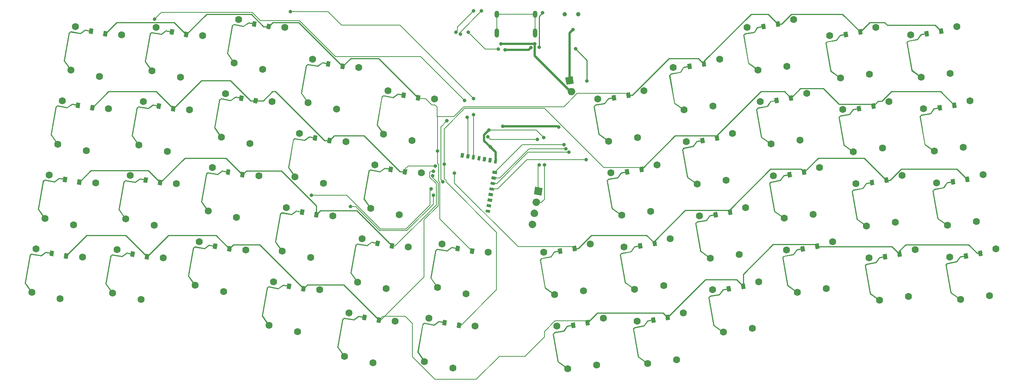
<source format=gbr>
%TF.GenerationSoftware,KiCad,Pcbnew,(5.1.10)-1*%
%TF.CreationDate,2021-11-02T21:32:16-06:00*%
%TF.ProjectId,VColChoc44,56436f6c-4368-46f6-9334-342e6b696361,rev?*%
%TF.SameCoordinates,Original*%
%TF.FileFunction,Copper,L1,Top*%
%TF.FilePolarity,Positive*%
%FSLAX46Y46*%
G04 Gerber Fmt 4.6, Leading zero omitted, Abs format (unit mm)*
G04 Created by KiCad (PCBNEW (5.1.10)-1) date 2021-11-02 21:32:16*
%MOMM*%
%LPD*%
G01*
G04 APERTURE LIST*
%TA.AperFunction,SMDPad,CuDef*%
%ADD10C,0.100000*%
%TD*%
%TA.AperFunction,ComponentPad*%
%ADD11C,1.600000*%
%TD*%
%TA.AperFunction,ComponentPad*%
%ADD12O,1.000000X2.100000*%
%TD*%
%TA.AperFunction,ComponentPad*%
%ADD13O,1.000000X1.600000*%
%TD*%
%TA.AperFunction,ComponentPad*%
%ADD14C,0.100000*%
%TD*%
%TA.AperFunction,WasherPad*%
%ADD15C,1.000000*%
%TD*%
%TA.AperFunction,ViaPad*%
%ADD16C,0.800000*%
%TD*%
%TA.AperFunction,Conductor*%
%ADD17C,0.500000*%
%TD*%
%TA.AperFunction,Conductor*%
%ADD18C,0.200000*%
%TD*%
%TA.AperFunction,Conductor*%
%ADD19C,0.250000*%
%TD*%
G04 APERTURE END LIST*
%TA.AperFunction,SMDPad,CuDef*%
D10*
%TO.P,U44,2*%
%TO.N,ROW4*%
G36*
X254428588Y-117234593D02*
G01*
X254220211Y-116052824D01*
X255106538Y-115896541D01*
X255314915Y-117078310D01*
X254428588Y-117234593D01*
G37*
%TD.AperFunction*%
%TA.AperFunction,SMDPad,CuDef*%
%TO.P,U44,3*%
%TO.N,N/C*%
G36*
X251178722Y-117807631D02*
G01*
X250970345Y-116625862D01*
X251856672Y-116469579D01*
X252065049Y-117651348D01*
X251178722Y-117807631D01*
G37*
%TD.AperFunction*%
%TA.AperFunction,SMDPad,CuDef*%
G36*
X251497392Y-117013238D02*
G01*
X251499624Y-117012988D01*
X251501808Y-117012603D01*
X251505736Y-117012302D01*
X251509723Y-117011855D01*
X251511994Y-117011824D01*
X251514234Y-117011653D01*
X251518139Y-117011738D01*
X251522129Y-117011682D01*
X251524417Y-117011875D01*
X251526411Y-117011918D01*
X251526694Y-117011924D01*
X251530562Y-117012391D01*
X251534494Y-117012721D01*
X251536777Y-117013140D01*
X251538541Y-117013353D01*
X251539068Y-117013416D01*
X251542858Y-117014257D01*
X251546698Y-117014961D01*
X251548949Y-117015606D01*
X251550551Y-117015962D01*
X251551235Y-117016113D01*
X251554889Y-117017309D01*
X251558625Y-117018380D01*
X251560832Y-117019254D01*
X251563080Y-117019990D01*
X251566580Y-117021530D01*
X251570162Y-117022949D01*
X251572301Y-117024048D01*
X251574488Y-117025011D01*
X251577793Y-117026871D01*
X251581197Y-117028619D01*
X251583244Y-117029939D01*
X251585349Y-117031123D01*
X251588434Y-117033284D01*
X251591627Y-117035341D01*
X251593553Y-117036868D01*
X251595558Y-117038272D01*
X251598399Y-117040709D01*
X251601351Y-117043048D01*
X251603146Y-117044782D01*
X251605017Y-117046387D01*
X251607576Y-117049059D01*
X251610276Y-117051667D01*
X251611908Y-117053584D01*
X251613636Y-117055390D01*
X251615908Y-117058285D01*
X251618318Y-117061116D01*
X251619771Y-117063208D01*
X251621331Y-117065195D01*
X251623295Y-117068279D01*
X251625399Y-117071305D01*
X251626652Y-117073549D01*
X251628027Y-117075706D01*
X251629665Y-117078938D01*
X251631453Y-117082137D01*
X251632494Y-117084520D01*
X251633661Y-117086823D01*
X251634967Y-117090181D01*
X251636419Y-117093507D01*
X251637230Y-117096004D01*
X251638178Y-117098439D01*
X251639140Y-117101880D01*
X251640254Y-117105307D01*
X251640823Y-117107899D01*
X251641535Y-117110441D01*
X251642150Y-117113930D01*
X251642919Y-117117426D01*
X251643236Y-117120092D01*
X251643699Y-117122716D01*
X251643967Y-117126221D01*
X251644387Y-117129746D01*
X251644444Y-117132459D01*
X251644649Y-117135142D01*
X251644574Y-117138624D01*
X251644647Y-117142151D01*
X251644437Y-117144884D01*
X251644378Y-117147602D01*
X251643964Y-117151040D01*
X251643695Y-117154522D01*
X251643215Y-117157247D01*
X251642886Y-117159976D01*
X251642143Y-117163326D01*
X251641541Y-117166741D01*
X251640789Y-117169434D01*
X251640189Y-117172143D01*
X251639126Y-117175390D01*
X251638204Y-117178692D01*
X251637188Y-117181314D01*
X251636312Y-117183988D01*
X251634947Y-117187088D01*
X251633717Y-117190260D01*
X251632431Y-117192806D01*
X251631291Y-117195396D01*
X251629648Y-117198316D01*
X251628123Y-117201336D01*
X251626585Y-117203758D01*
X251625179Y-117206257D01*
X251623271Y-117208982D01*
X251621475Y-117211811D01*
X251619685Y-117214102D01*
X251618030Y-117216466D01*
X251615885Y-117218967D01*
X251613836Y-117221589D01*
X251611807Y-117223720D01*
X251609915Y-117225925D01*
X251607549Y-117228190D01*
X251605279Y-117230575D01*
X251603038Y-117232509D01*
X251600912Y-117234544D01*
X251598355Y-117236551D01*
X251595886Y-117238682D01*
X251593455Y-117240396D01*
X251591107Y-117242239D01*
X251588388Y-117243971D01*
X251585747Y-117245834D01*
X251583123Y-117247326D01*
X251580596Y-117248935D01*
X251577760Y-117250372D01*
X251574958Y-117251964D01*
X251572168Y-117253206D01*
X251569479Y-117254569D01*
X251566537Y-117255713D01*
X251563624Y-117257010D01*
X251560703Y-117257982D01*
X251557863Y-117259086D01*
X251554846Y-117259929D01*
X251551850Y-117260927D01*
X251548820Y-117261615D01*
X251545861Y-117262443D01*
X251542805Y-117262982D01*
X251539750Y-117263676D01*
X250311306Y-117480283D01*
X249570878Y-118537725D01*
X249570641Y-118538058D01*
X249570623Y-118538087D01*
X249570599Y-118538118D01*
X249569851Y-118539171D01*
X249566368Y-118543534D01*
X249562984Y-118547865D01*
X249562530Y-118548342D01*
X249562110Y-118548868D01*
X249558233Y-118552854D01*
X249554427Y-118556851D01*
X249553921Y-118557288D01*
X249553459Y-118557763D01*
X249549253Y-118561317D01*
X249545034Y-118564958D01*
X249544487Y-118565344D01*
X249543982Y-118565771D01*
X249539430Y-118568911D01*
X249534895Y-118572110D01*
X249534319Y-118572438D01*
X249533768Y-118572818D01*
X249528902Y-118575516D01*
X249524107Y-118578240D01*
X249523502Y-118578509D01*
X249522917Y-118578833D01*
X249517801Y-118581046D01*
X249512772Y-118583286D01*
X249512144Y-118583495D01*
X249511528Y-118583761D01*
X249506232Y-118585461D01*
X249500998Y-118587203D01*
X249500351Y-118587349D01*
X249499716Y-118587554D01*
X249494293Y-118588726D01*
X249488899Y-118589951D01*
X247374128Y-118962842D01*
X247191126Y-119224197D01*
X248280731Y-125403657D01*
X250346030Y-126849796D01*
X250347476Y-126850822D01*
X250357173Y-126858563D01*
X250366068Y-126867214D01*
X250374077Y-126876691D01*
X250381122Y-126886905D01*
X250387138Y-126897757D01*
X250392065Y-126909144D01*
X250395858Y-126920957D01*
X250398480Y-126933085D01*
X250399907Y-126945411D01*
X250400124Y-126957816D01*
X250399128Y-126970184D01*
X250396930Y-126982396D01*
X250393552Y-126994335D01*
X250389025Y-127005888D01*
X250383392Y-127016943D01*
X250376706Y-127027397D01*
X250369034Y-127037146D01*
X250360446Y-127046103D01*
X250351025Y-127054177D01*
X250340862Y-127061294D01*
X250330052Y-127067385D01*
X250318699Y-127072392D01*
X250306912Y-127076268D01*
X250294803Y-127078974D01*
X250282487Y-127080486D01*
X250270083Y-127080790D01*
X250257708Y-127079881D01*
X250245482Y-127077769D01*
X250233519Y-127074474D01*
X250221936Y-127070027D01*
X250210841Y-127064471D01*
X250200342Y-127057860D01*
X248091951Y-125581550D01*
X248091618Y-125581313D01*
X248091589Y-125581295D01*
X248091559Y-125581271D01*
X248090506Y-125580522D01*
X248086143Y-125577040D01*
X248081811Y-125573656D01*
X248081334Y-125573202D01*
X248080808Y-125572782D01*
X248076823Y-125568905D01*
X248072826Y-125565099D01*
X248072388Y-125564592D01*
X248071914Y-125564131D01*
X248068360Y-125559925D01*
X248064719Y-125555706D01*
X248064333Y-125555159D01*
X248063906Y-125554653D01*
X248060765Y-125550101D01*
X248057566Y-125545567D01*
X248057238Y-125544990D01*
X248056859Y-125544440D01*
X248054161Y-125539573D01*
X248051437Y-125534778D01*
X248051168Y-125534174D01*
X248050843Y-125533588D01*
X248048630Y-125528473D01*
X248046391Y-125523444D01*
X248046182Y-125522815D01*
X248045916Y-125522200D01*
X248044215Y-125516904D01*
X248042474Y-125511670D01*
X248042327Y-125511022D01*
X248042123Y-125510387D01*
X248040950Y-125504964D01*
X248039725Y-125499570D01*
X246931850Y-119216497D01*
X246931782Y-119216097D01*
X246931774Y-119216060D01*
X246931768Y-119216017D01*
X246931554Y-119214749D01*
X246930932Y-119209200D01*
X246930261Y-119203745D01*
X246930245Y-119203084D01*
X246930170Y-119202418D01*
X246930093Y-119196869D01*
X246929958Y-119191341D01*
X246930007Y-119190676D01*
X246929997Y-119190011D01*
X246930459Y-119184514D01*
X246930867Y-119178966D01*
X246930981Y-119178307D01*
X246931036Y-119177647D01*
X246932040Y-119172175D01*
X246932980Y-119166740D01*
X246933154Y-119166106D01*
X246933276Y-119165443D01*
X246934808Y-119160098D01*
X246936273Y-119154777D01*
X246936513Y-119154153D01*
X246936696Y-119153516D01*
X246938734Y-119148367D01*
X246940721Y-119143194D01*
X246941018Y-119142599D01*
X246941264Y-119141979D01*
X246943803Y-119137039D01*
X246946276Y-119132099D01*
X246946629Y-119131538D01*
X246946935Y-119130944D01*
X246949920Y-119126312D01*
X246952888Y-119121599D01*
X247196235Y-118774062D01*
X247196472Y-118773729D01*
X247196491Y-118773700D01*
X247196515Y-118773670D01*
X247197263Y-118772617D01*
X247200745Y-118768254D01*
X247204130Y-118763922D01*
X247204584Y-118763445D01*
X247205004Y-118762919D01*
X247208880Y-118758934D01*
X247212686Y-118754937D01*
X247213193Y-118754499D01*
X247213655Y-118754025D01*
X247217860Y-118750471D01*
X247222079Y-118746830D01*
X247222627Y-118746444D01*
X247223132Y-118746017D01*
X247227684Y-118742876D01*
X247232218Y-118739677D01*
X247232795Y-118739349D01*
X247233346Y-118738970D01*
X247238177Y-118736292D01*
X247243007Y-118733548D01*
X247243621Y-118733274D01*
X247244197Y-118732955D01*
X247249265Y-118730762D01*
X247254342Y-118728502D01*
X247254971Y-118728293D01*
X247255585Y-118728027D01*
X247260881Y-118726326D01*
X247266115Y-118724585D01*
X247266763Y-118724438D01*
X247267398Y-118724234D01*
X247272821Y-118723061D01*
X247278215Y-118721836D01*
X249392985Y-118348945D01*
X250133415Y-117291503D01*
X250133645Y-117291178D01*
X250133669Y-117291141D01*
X250133700Y-117291101D01*
X250134442Y-117290058D01*
X250137924Y-117285695D01*
X250141308Y-117281363D01*
X250141762Y-117280886D01*
X250142182Y-117280360D01*
X250146083Y-117276350D01*
X250149865Y-117272378D01*
X250150365Y-117271947D01*
X250150833Y-117271465D01*
X250155102Y-117267858D01*
X250159258Y-117264271D01*
X250159797Y-117263890D01*
X250160310Y-117263456D01*
X250164902Y-117260289D01*
X250169397Y-117257118D01*
X250169973Y-117256791D01*
X250170524Y-117256411D01*
X250175391Y-117253713D01*
X250180185Y-117250989D01*
X250180790Y-117250720D01*
X250181375Y-117250395D01*
X250186491Y-117248182D01*
X250191520Y-117245943D01*
X250192149Y-117245734D01*
X250192764Y-117245468D01*
X250198060Y-117243767D01*
X250203294Y-117242026D01*
X250203941Y-117241879D01*
X250204577Y-117241675D01*
X250209999Y-117240502D01*
X250215394Y-117239277D01*
X251495644Y-117013534D01*
X251497392Y-117013238D01*
G37*
%TD.AperFunction*%
D11*
%TO.P,U44,4*%
X247853690Y-117378498D03*
%TO.P,U44,5*%
X258292652Y-115537828D03*
%TO.P,U44,3*%
X250273186Y-126953828D03*
%TO.P,U44,1*%
%TO.N,COL11*%
X256805315Y-126106665D03*
%TD*%
%TA.AperFunction,SMDPad,CuDef*%
D10*
%TO.P,U32,2*%
%TO.N,ROW3*%
G36*
X233229588Y-100663593D02*
G01*
X233021211Y-99481824D01*
X233907538Y-99325541D01*
X234115915Y-100507310D01*
X233229588Y-100663593D01*
G37*
%TD.AperFunction*%
%TA.AperFunction,SMDPad,CuDef*%
%TO.P,U32,3*%
%TO.N,N/C*%
G36*
X229979722Y-101236631D02*
G01*
X229771345Y-100054862D01*
X230657672Y-99898579D01*
X230866049Y-101080348D01*
X229979722Y-101236631D01*
G37*
%TD.AperFunction*%
%TA.AperFunction,SMDPad,CuDef*%
G36*
X230298392Y-100442238D02*
G01*
X230300624Y-100441988D01*
X230302808Y-100441603D01*
X230306736Y-100441302D01*
X230310723Y-100440855D01*
X230312994Y-100440824D01*
X230315234Y-100440653D01*
X230319139Y-100440738D01*
X230323129Y-100440682D01*
X230325417Y-100440875D01*
X230327411Y-100440918D01*
X230327694Y-100440924D01*
X230331562Y-100441391D01*
X230335494Y-100441721D01*
X230337777Y-100442140D01*
X230339541Y-100442353D01*
X230340068Y-100442416D01*
X230343858Y-100443257D01*
X230347698Y-100443961D01*
X230349949Y-100444606D01*
X230351551Y-100444962D01*
X230352235Y-100445113D01*
X230355889Y-100446309D01*
X230359625Y-100447380D01*
X230361832Y-100448254D01*
X230364080Y-100448990D01*
X230367580Y-100450530D01*
X230371162Y-100451949D01*
X230373301Y-100453048D01*
X230375488Y-100454011D01*
X230378793Y-100455871D01*
X230382197Y-100457619D01*
X230384244Y-100458939D01*
X230386349Y-100460123D01*
X230389434Y-100462284D01*
X230392627Y-100464341D01*
X230394553Y-100465868D01*
X230396558Y-100467272D01*
X230399399Y-100469709D01*
X230402351Y-100472048D01*
X230404146Y-100473782D01*
X230406017Y-100475387D01*
X230408576Y-100478059D01*
X230411276Y-100480667D01*
X230412908Y-100482584D01*
X230414636Y-100484390D01*
X230416908Y-100487285D01*
X230419318Y-100490116D01*
X230420771Y-100492208D01*
X230422331Y-100494195D01*
X230424295Y-100497279D01*
X230426399Y-100500305D01*
X230427652Y-100502549D01*
X230429027Y-100504706D01*
X230430665Y-100507938D01*
X230432453Y-100511137D01*
X230433494Y-100513520D01*
X230434661Y-100515823D01*
X230435967Y-100519181D01*
X230437419Y-100522507D01*
X230438230Y-100525004D01*
X230439178Y-100527439D01*
X230440140Y-100530880D01*
X230441254Y-100534307D01*
X230441823Y-100536899D01*
X230442535Y-100539441D01*
X230443150Y-100542930D01*
X230443919Y-100546426D01*
X230444236Y-100549092D01*
X230444699Y-100551716D01*
X230444967Y-100555221D01*
X230445387Y-100558746D01*
X230445444Y-100561459D01*
X230445649Y-100564142D01*
X230445574Y-100567624D01*
X230445647Y-100571151D01*
X230445437Y-100573884D01*
X230445378Y-100576602D01*
X230444964Y-100580040D01*
X230444695Y-100583522D01*
X230444215Y-100586247D01*
X230443886Y-100588976D01*
X230443143Y-100592326D01*
X230442541Y-100595741D01*
X230441789Y-100598434D01*
X230441189Y-100601143D01*
X230440126Y-100604390D01*
X230439204Y-100607692D01*
X230438188Y-100610314D01*
X230437312Y-100612988D01*
X230435947Y-100616088D01*
X230434717Y-100619260D01*
X230433431Y-100621806D01*
X230432291Y-100624396D01*
X230430648Y-100627316D01*
X230429123Y-100630336D01*
X230427585Y-100632758D01*
X230426179Y-100635257D01*
X230424271Y-100637982D01*
X230422475Y-100640811D01*
X230420685Y-100643102D01*
X230419030Y-100645466D01*
X230416885Y-100647967D01*
X230414836Y-100650589D01*
X230412807Y-100652720D01*
X230410915Y-100654925D01*
X230408549Y-100657190D01*
X230406279Y-100659575D01*
X230404038Y-100661509D01*
X230401912Y-100663544D01*
X230399355Y-100665551D01*
X230396886Y-100667682D01*
X230394455Y-100669396D01*
X230392107Y-100671239D01*
X230389388Y-100672971D01*
X230386747Y-100674834D01*
X230384123Y-100676326D01*
X230381596Y-100677935D01*
X230378760Y-100679372D01*
X230375958Y-100680964D01*
X230373168Y-100682206D01*
X230370479Y-100683569D01*
X230367537Y-100684713D01*
X230364624Y-100686010D01*
X230361703Y-100686982D01*
X230358863Y-100688086D01*
X230355846Y-100688929D01*
X230352850Y-100689927D01*
X230349820Y-100690615D01*
X230346861Y-100691443D01*
X230343805Y-100691982D01*
X230340750Y-100692676D01*
X229112306Y-100909283D01*
X228371878Y-101966725D01*
X228371641Y-101967058D01*
X228371623Y-101967087D01*
X228371599Y-101967118D01*
X228370851Y-101968171D01*
X228367368Y-101972534D01*
X228363984Y-101976865D01*
X228363530Y-101977342D01*
X228363110Y-101977868D01*
X228359233Y-101981854D01*
X228355427Y-101985851D01*
X228354921Y-101986288D01*
X228354459Y-101986763D01*
X228350253Y-101990317D01*
X228346034Y-101993958D01*
X228345487Y-101994344D01*
X228344982Y-101994771D01*
X228340430Y-101997911D01*
X228335895Y-102001110D01*
X228335319Y-102001438D01*
X228334768Y-102001818D01*
X228329902Y-102004516D01*
X228325107Y-102007240D01*
X228324502Y-102007509D01*
X228323917Y-102007833D01*
X228318801Y-102010046D01*
X228313772Y-102012286D01*
X228313144Y-102012495D01*
X228312528Y-102012761D01*
X228307232Y-102014461D01*
X228301998Y-102016203D01*
X228301351Y-102016349D01*
X228300716Y-102016554D01*
X228295293Y-102017726D01*
X228289899Y-102018951D01*
X226175128Y-102391842D01*
X225992126Y-102653197D01*
X227081731Y-108832657D01*
X229147030Y-110278796D01*
X229148476Y-110279822D01*
X229158173Y-110287563D01*
X229167068Y-110296214D01*
X229175077Y-110305691D01*
X229182122Y-110315905D01*
X229188138Y-110326757D01*
X229193065Y-110338144D01*
X229196858Y-110349957D01*
X229199480Y-110362085D01*
X229200907Y-110374411D01*
X229201124Y-110386816D01*
X229200128Y-110399184D01*
X229197930Y-110411396D01*
X229194552Y-110423335D01*
X229190025Y-110434888D01*
X229184392Y-110445943D01*
X229177706Y-110456397D01*
X229170034Y-110466146D01*
X229161446Y-110475103D01*
X229152025Y-110483177D01*
X229141862Y-110490294D01*
X229131052Y-110496385D01*
X229119699Y-110501392D01*
X229107912Y-110505268D01*
X229095803Y-110507974D01*
X229083487Y-110509486D01*
X229071083Y-110509790D01*
X229058708Y-110508881D01*
X229046482Y-110506769D01*
X229034519Y-110503474D01*
X229022936Y-110499027D01*
X229011841Y-110493471D01*
X229001342Y-110486860D01*
X226892951Y-109010550D01*
X226892618Y-109010313D01*
X226892589Y-109010295D01*
X226892559Y-109010271D01*
X226891506Y-109009522D01*
X226887143Y-109006040D01*
X226882811Y-109002656D01*
X226882334Y-109002202D01*
X226881808Y-109001782D01*
X226877823Y-108997905D01*
X226873826Y-108994099D01*
X226873388Y-108993592D01*
X226872914Y-108993131D01*
X226869360Y-108988925D01*
X226865719Y-108984706D01*
X226865333Y-108984159D01*
X226864906Y-108983653D01*
X226861765Y-108979101D01*
X226858566Y-108974567D01*
X226858238Y-108973990D01*
X226857859Y-108973440D01*
X226855161Y-108968573D01*
X226852437Y-108963778D01*
X226852168Y-108963174D01*
X226851843Y-108962588D01*
X226849630Y-108957473D01*
X226847391Y-108952444D01*
X226847182Y-108951815D01*
X226846916Y-108951200D01*
X226845215Y-108945904D01*
X226843474Y-108940670D01*
X226843327Y-108940022D01*
X226843123Y-108939387D01*
X226841950Y-108933964D01*
X226840725Y-108928570D01*
X225732850Y-102645497D01*
X225732782Y-102645097D01*
X225732774Y-102645060D01*
X225732768Y-102645017D01*
X225732554Y-102643749D01*
X225731932Y-102638200D01*
X225731261Y-102632745D01*
X225731245Y-102632084D01*
X225731170Y-102631418D01*
X225731093Y-102625869D01*
X225730958Y-102620341D01*
X225731007Y-102619676D01*
X225730997Y-102619011D01*
X225731459Y-102613514D01*
X225731867Y-102607966D01*
X225731981Y-102607307D01*
X225732036Y-102606647D01*
X225733040Y-102601175D01*
X225733980Y-102595740D01*
X225734154Y-102595106D01*
X225734276Y-102594443D01*
X225735808Y-102589098D01*
X225737273Y-102583777D01*
X225737513Y-102583153D01*
X225737696Y-102582516D01*
X225739734Y-102577367D01*
X225741721Y-102572194D01*
X225742018Y-102571599D01*
X225742264Y-102570979D01*
X225744803Y-102566039D01*
X225747276Y-102561099D01*
X225747629Y-102560538D01*
X225747935Y-102559944D01*
X225750920Y-102555312D01*
X225753888Y-102550599D01*
X225997235Y-102203062D01*
X225997472Y-102202729D01*
X225997491Y-102202700D01*
X225997515Y-102202670D01*
X225998263Y-102201617D01*
X226001745Y-102197254D01*
X226005130Y-102192922D01*
X226005584Y-102192445D01*
X226006004Y-102191919D01*
X226009880Y-102187934D01*
X226013686Y-102183937D01*
X226014193Y-102183499D01*
X226014655Y-102183025D01*
X226018860Y-102179471D01*
X226023079Y-102175830D01*
X226023627Y-102175444D01*
X226024132Y-102175017D01*
X226028684Y-102171876D01*
X226033218Y-102168677D01*
X226033795Y-102168349D01*
X226034346Y-102167970D01*
X226039177Y-102165292D01*
X226044007Y-102162548D01*
X226044621Y-102162274D01*
X226045197Y-102161955D01*
X226050265Y-102159762D01*
X226055342Y-102157502D01*
X226055971Y-102157293D01*
X226056585Y-102157027D01*
X226061881Y-102155326D01*
X226067115Y-102153585D01*
X226067763Y-102153438D01*
X226068398Y-102153234D01*
X226073821Y-102152061D01*
X226079215Y-102150836D01*
X228193985Y-101777945D01*
X228934415Y-100720503D01*
X228934645Y-100720178D01*
X228934669Y-100720141D01*
X228934700Y-100720101D01*
X228935442Y-100719058D01*
X228938924Y-100714695D01*
X228942308Y-100710363D01*
X228942762Y-100709886D01*
X228943182Y-100709360D01*
X228947083Y-100705350D01*
X228950865Y-100701378D01*
X228951365Y-100700947D01*
X228951833Y-100700465D01*
X228956102Y-100696858D01*
X228960258Y-100693271D01*
X228960797Y-100692890D01*
X228961310Y-100692456D01*
X228965902Y-100689289D01*
X228970397Y-100686118D01*
X228970973Y-100685791D01*
X228971524Y-100685411D01*
X228976391Y-100682713D01*
X228981185Y-100679989D01*
X228981790Y-100679720D01*
X228982375Y-100679395D01*
X228987491Y-100677182D01*
X228992520Y-100674943D01*
X228993149Y-100674734D01*
X228993764Y-100674468D01*
X228999060Y-100672767D01*
X229004294Y-100671026D01*
X229004941Y-100670879D01*
X229005577Y-100670675D01*
X229010999Y-100669502D01*
X229016394Y-100668277D01*
X230296644Y-100442534D01*
X230298392Y-100442238D01*
G37*
%TD.AperFunction*%
D11*
%TO.P,U32,4*%
X226654690Y-100807498D03*
%TO.P,U32,5*%
X237093652Y-98966828D03*
%TO.P,U32,3*%
X229074186Y-110382828D03*
%TO.P,U32,1*%
%TO.N,COL10*%
X235606315Y-109535665D03*
%TD*%
%TA.AperFunction,SMDPad,CuDef*%
D10*
%TO.P,U43,2*%
%TO.N,ROW4*%
G36*
X236181588Y-117405593D02*
G01*
X235973211Y-116223824D01*
X236859538Y-116067541D01*
X237067915Y-117249310D01*
X236181588Y-117405593D01*
G37*
%TD.AperFunction*%
%TA.AperFunction,SMDPad,CuDef*%
%TO.P,U43,3*%
%TO.N,N/C*%
G36*
X232931722Y-117978631D02*
G01*
X232723345Y-116796862D01*
X233609672Y-116640579D01*
X233818049Y-117822348D01*
X232931722Y-117978631D01*
G37*
%TD.AperFunction*%
%TA.AperFunction,SMDPad,CuDef*%
G36*
X233250392Y-117184238D02*
G01*
X233252624Y-117183988D01*
X233254808Y-117183603D01*
X233258736Y-117183302D01*
X233262723Y-117182855D01*
X233264994Y-117182824D01*
X233267234Y-117182653D01*
X233271139Y-117182738D01*
X233275129Y-117182682D01*
X233277417Y-117182875D01*
X233279411Y-117182918D01*
X233279694Y-117182924D01*
X233283562Y-117183391D01*
X233287494Y-117183721D01*
X233289777Y-117184140D01*
X233291541Y-117184353D01*
X233292068Y-117184416D01*
X233295858Y-117185257D01*
X233299698Y-117185961D01*
X233301949Y-117186606D01*
X233303551Y-117186962D01*
X233304235Y-117187113D01*
X233307889Y-117188309D01*
X233311625Y-117189380D01*
X233313832Y-117190254D01*
X233316080Y-117190990D01*
X233319580Y-117192530D01*
X233323162Y-117193949D01*
X233325301Y-117195048D01*
X233327488Y-117196011D01*
X233330793Y-117197871D01*
X233334197Y-117199619D01*
X233336244Y-117200939D01*
X233338349Y-117202123D01*
X233341434Y-117204284D01*
X233344627Y-117206341D01*
X233346553Y-117207868D01*
X233348558Y-117209272D01*
X233351399Y-117211709D01*
X233354351Y-117214048D01*
X233356146Y-117215782D01*
X233358017Y-117217387D01*
X233360576Y-117220059D01*
X233363276Y-117222667D01*
X233364908Y-117224584D01*
X233366636Y-117226390D01*
X233368908Y-117229285D01*
X233371318Y-117232116D01*
X233372771Y-117234208D01*
X233374331Y-117236195D01*
X233376295Y-117239279D01*
X233378399Y-117242305D01*
X233379652Y-117244549D01*
X233381027Y-117246706D01*
X233382665Y-117249938D01*
X233384453Y-117253137D01*
X233385494Y-117255520D01*
X233386661Y-117257823D01*
X233387967Y-117261181D01*
X233389419Y-117264507D01*
X233390230Y-117267004D01*
X233391178Y-117269439D01*
X233392140Y-117272880D01*
X233393254Y-117276307D01*
X233393823Y-117278899D01*
X233394535Y-117281441D01*
X233395150Y-117284930D01*
X233395919Y-117288426D01*
X233396236Y-117291092D01*
X233396699Y-117293716D01*
X233396967Y-117297221D01*
X233397387Y-117300746D01*
X233397444Y-117303459D01*
X233397649Y-117306142D01*
X233397574Y-117309624D01*
X233397647Y-117313151D01*
X233397437Y-117315884D01*
X233397378Y-117318602D01*
X233396964Y-117322040D01*
X233396695Y-117325522D01*
X233396215Y-117328247D01*
X233395886Y-117330976D01*
X233395143Y-117334326D01*
X233394541Y-117337741D01*
X233393789Y-117340434D01*
X233393189Y-117343143D01*
X233392126Y-117346390D01*
X233391204Y-117349692D01*
X233390188Y-117352314D01*
X233389312Y-117354988D01*
X233387947Y-117358088D01*
X233386717Y-117361260D01*
X233385431Y-117363806D01*
X233384291Y-117366396D01*
X233382648Y-117369316D01*
X233381123Y-117372336D01*
X233379585Y-117374758D01*
X233378179Y-117377257D01*
X233376271Y-117379982D01*
X233374475Y-117382811D01*
X233372685Y-117385102D01*
X233371030Y-117387466D01*
X233368885Y-117389967D01*
X233366836Y-117392589D01*
X233364807Y-117394720D01*
X233362915Y-117396925D01*
X233360549Y-117399190D01*
X233358279Y-117401575D01*
X233356038Y-117403509D01*
X233353912Y-117405544D01*
X233351355Y-117407551D01*
X233348886Y-117409682D01*
X233346455Y-117411396D01*
X233344107Y-117413239D01*
X233341388Y-117414971D01*
X233338747Y-117416834D01*
X233336123Y-117418326D01*
X233333596Y-117419935D01*
X233330760Y-117421372D01*
X233327958Y-117422964D01*
X233325168Y-117424206D01*
X233322479Y-117425569D01*
X233319537Y-117426713D01*
X233316624Y-117428010D01*
X233313703Y-117428982D01*
X233310863Y-117430086D01*
X233307846Y-117430929D01*
X233304850Y-117431927D01*
X233301820Y-117432615D01*
X233298861Y-117433443D01*
X233295805Y-117433982D01*
X233292750Y-117434676D01*
X232064306Y-117651283D01*
X231323878Y-118708725D01*
X231323641Y-118709058D01*
X231323623Y-118709087D01*
X231323599Y-118709118D01*
X231322851Y-118710171D01*
X231319368Y-118714534D01*
X231315984Y-118718865D01*
X231315530Y-118719342D01*
X231315110Y-118719868D01*
X231311233Y-118723854D01*
X231307427Y-118727851D01*
X231306921Y-118728288D01*
X231306459Y-118728763D01*
X231302253Y-118732317D01*
X231298034Y-118735958D01*
X231297487Y-118736344D01*
X231296982Y-118736771D01*
X231292430Y-118739911D01*
X231287895Y-118743110D01*
X231287319Y-118743438D01*
X231286768Y-118743818D01*
X231281902Y-118746516D01*
X231277107Y-118749240D01*
X231276502Y-118749509D01*
X231275917Y-118749833D01*
X231270801Y-118752046D01*
X231265772Y-118754286D01*
X231265144Y-118754495D01*
X231264528Y-118754761D01*
X231259232Y-118756461D01*
X231253998Y-118758203D01*
X231253351Y-118758349D01*
X231252716Y-118758554D01*
X231247293Y-118759726D01*
X231241899Y-118760951D01*
X229127128Y-119133842D01*
X228944126Y-119395197D01*
X230033731Y-125574657D01*
X232099030Y-127020796D01*
X232100476Y-127021822D01*
X232110173Y-127029563D01*
X232119068Y-127038214D01*
X232127077Y-127047691D01*
X232134122Y-127057905D01*
X232140138Y-127068757D01*
X232145065Y-127080144D01*
X232148858Y-127091957D01*
X232151480Y-127104085D01*
X232152907Y-127116411D01*
X232153124Y-127128816D01*
X232152128Y-127141184D01*
X232149930Y-127153396D01*
X232146552Y-127165335D01*
X232142025Y-127176888D01*
X232136392Y-127187943D01*
X232129706Y-127198397D01*
X232122034Y-127208146D01*
X232113446Y-127217103D01*
X232104025Y-127225177D01*
X232093862Y-127232294D01*
X232083052Y-127238385D01*
X232071699Y-127243392D01*
X232059912Y-127247268D01*
X232047803Y-127249974D01*
X232035487Y-127251486D01*
X232023083Y-127251790D01*
X232010708Y-127250881D01*
X231998482Y-127248769D01*
X231986519Y-127245474D01*
X231974936Y-127241027D01*
X231963841Y-127235471D01*
X231953342Y-127228860D01*
X229844951Y-125752550D01*
X229844618Y-125752313D01*
X229844589Y-125752295D01*
X229844559Y-125752271D01*
X229843506Y-125751522D01*
X229839143Y-125748040D01*
X229834811Y-125744656D01*
X229834334Y-125744202D01*
X229833808Y-125743782D01*
X229829823Y-125739905D01*
X229825826Y-125736099D01*
X229825388Y-125735592D01*
X229824914Y-125735131D01*
X229821360Y-125730925D01*
X229817719Y-125726706D01*
X229817333Y-125726159D01*
X229816906Y-125725653D01*
X229813765Y-125721101D01*
X229810566Y-125716567D01*
X229810238Y-125715990D01*
X229809859Y-125715440D01*
X229807161Y-125710573D01*
X229804437Y-125705778D01*
X229804168Y-125705174D01*
X229803843Y-125704588D01*
X229801630Y-125699473D01*
X229799391Y-125694444D01*
X229799182Y-125693815D01*
X229798916Y-125693200D01*
X229797215Y-125687904D01*
X229795474Y-125682670D01*
X229795327Y-125682022D01*
X229795123Y-125681387D01*
X229793950Y-125675964D01*
X229792725Y-125670570D01*
X228684850Y-119387497D01*
X228684782Y-119387097D01*
X228684774Y-119387060D01*
X228684768Y-119387017D01*
X228684554Y-119385749D01*
X228683932Y-119380200D01*
X228683261Y-119374745D01*
X228683245Y-119374084D01*
X228683170Y-119373418D01*
X228683093Y-119367869D01*
X228682958Y-119362341D01*
X228683007Y-119361676D01*
X228682997Y-119361011D01*
X228683459Y-119355514D01*
X228683867Y-119349966D01*
X228683981Y-119349307D01*
X228684036Y-119348647D01*
X228685040Y-119343175D01*
X228685980Y-119337740D01*
X228686154Y-119337106D01*
X228686276Y-119336443D01*
X228687808Y-119331098D01*
X228689273Y-119325777D01*
X228689513Y-119325153D01*
X228689696Y-119324516D01*
X228691734Y-119319367D01*
X228693721Y-119314194D01*
X228694018Y-119313599D01*
X228694264Y-119312979D01*
X228696803Y-119308039D01*
X228699276Y-119303099D01*
X228699629Y-119302538D01*
X228699935Y-119301944D01*
X228702920Y-119297312D01*
X228705888Y-119292599D01*
X228949235Y-118945062D01*
X228949472Y-118944729D01*
X228949491Y-118944700D01*
X228949515Y-118944670D01*
X228950263Y-118943617D01*
X228953745Y-118939254D01*
X228957130Y-118934922D01*
X228957584Y-118934445D01*
X228958004Y-118933919D01*
X228961880Y-118929934D01*
X228965686Y-118925937D01*
X228966193Y-118925499D01*
X228966655Y-118925025D01*
X228970860Y-118921471D01*
X228975079Y-118917830D01*
X228975627Y-118917444D01*
X228976132Y-118917017D01*
X228980684Y-118913876D01*
X228985218Y-118910677D01*
X228985795Y-118910349D01*
X228986346Y-118909970D01*
X228991177Y-118907292D01*
X228996007Y-118904548D01*
X228996621Y-118904274D01*
X228997197Y-118903955D01*
X229002265Y-118901762D01*
X229007342Y-118899502D01*
X229007971Y-118899293D01*
X229008585Y-118899027D01*
X229013881Y-118897326D01*
X229019115Y-118895585D01*
X229019763Y-118895438D01*
X229020398Y-118895234D01*
X229025821Y-118894061D01*
X229031215Y-118892836D01*
X231145985Y-118519945D01*
X231886415Y-117462503D01*
X231886645Y-117462178D01*
X231886669Y-117462141D01*
X231886700Y-117462101D01*
X231887442Y-117461058D01*
X231890924Y-117456695D01*
X231894308Y-117452363D01*
X231894762Y-117451886D01*
X231895182Y-117451360D01*
X231899083Y-117447350D01*
X231902865Y-117443378D01*
X231903365Y-117442947D01*
X231903833Y-117442465D01*
X231908102Y-117438858D01*
X231912258Y-117435271D01*
X231912797Y-117434890D01*
X231913310Y-117434456D01*
X231917902Y-117431289D01*
X231922397Y-117428118D01*
X231922973Y-117427791D01*
X231923524Y-117427411D01*
X231928391Y-117424713D01*
X231933185Y-117421989D01*
X231933790Y-117421720D01*
X231934375Y-117421395D01*
X231939491Y-117419182D01*
X231944520Y-117416943D01*
X231945149Y-117416734D01*
X231945764Y-117416468D01*
X231951060Y-117414767D01*
X231956294Y-117413026D01*
X231956941Y-117412879D01*
X231957577Y-117412675D01*
X231962999Y-117411502D01*
X231968394Y-117410277D01*
X233248644Y-117184534D01*
X233250392Y-117184238D01*
G37*
%TD.AperFunction*%
D11*
%TO.P,U43,4*%
X229606690Y-117549498D03*
%TO.P,U43,5*%
X240045652Y-115708828D03*
%TO.P,U43,3*%
X232026186Y-127124828D03*
%TO.P,U43,1*%
%TO.N,COL10*%
X238558315Y-126277665D03*
%TD*%
%TA.AperFunction,SMDPad,CuDef*%
D10*
%TO.P,U42,2*%
%TO.N,ROW4*%
G36*
X217586588Y-115607593D02*
G01*
X217378211Y-114425824D01*
X218264538Y-114269541D01*
X218472915Y-115451310D01*
X217586588Y-115607593D01*
G37*
%TD.AperFunction*%
%TA.AperFunction,SMDPad,CuDef*%
%TO.P,U42,3*%
%TO.N,N/C*%
G36*
X214336722Y-116180631D02*
G01*
X214128345Y-114998862D01*
X215014672Y-114842579D01*
X215223049Y-116024348D01*
X214336722Y-116180631D01*
G37*
%TD.AperFunction*%
%TA.AperFunction,SMDPad,CuDef*%
G36*
X214655392Y-115386238D02*
G01*
X214657624Y-115385988D01*
X214659808Y-115385603D01*
X214663736Y-115385302D01*
X214667723Y-115384855D01*
X214669994Y-115384824D01*
X214672234Y-115384653D01*
X214676139Y-115384738D01*
X214680129Y-115384682D01*
X214682417Y-115384875D01*
X214684411Y-115384918D01*
X214684694Y-115384924D01*
X214688562Y-115385391D01*
X214692494Y-115385721D01*
X214694777Y-115386140D01*
X214696541Y-115386353D01*
X214697068Y-115386416D01*
X214700858Y-115387257D01*
X214704698Y-115387961D01*
X214706949Y-115388606D01*
X214708551Y-115388962D01*
X214709235Y-115389113D01*
X214712889Y-115390309D01*
X214716625Y-115391380D01*
X214718832Y-115392254D01*
X214721080Y-115392990D01*
X214724580Y-115394530D01*
X214728162Y-115395949D01*
X214730301Y-115397048D01*
X214732488Y-115398011D01*
X214735793Y-115399871D01*
X214739197Y-115401619D01*
X214741244Y-115402939D01*
X214743349Y-115404123D01*
X214746434Y-115406284D01*
X214749627Y-115408341D01*
X214751553Y-115409868D01*
X214753558Y-115411272D01*
X214756399Y-115413709D01*
X214759351Y-115416048D01*
X214761146Y-115417782D01*
X214763017Y-115419387D01*
X214765576Y-115422059D01*
X214768276Y-115424667D01*
X214769908Y-115426584D01*
X214771636Y-115428390D01*
X214773908Y-115431285D01*
X214776318Y-115434116D01*
X214777771Y-115436208D01*
X214779331Y-115438195D01*
X214781295Y-115441279D01*
X214783399Y-115444305D01*
X214784652Y-115446549D01*
X214786027Y-115448706D01*
X214787665Y-115451938D01*
X214789453Y-115455137D01*
X214790494Y-115457520D01*
X214791661Y-115459823D01*
X214792967Y-115463181D01*
X214794419Y-115466507D01*
X214795230Y-115469004D01*
X214796178Y-115471439D01*
X214797140Y-115474880D01*
X214798254Y-115478307D01*
X214798823Y-115480899D01*
X214799535Y-115483441D01*
X214800150Y-115486930D01*
X214800919Y-115490426D01*
X214801236Y-115493092D01*
X214801699Y-115495716D01*
X214801967Y-115499221D01*
X214802387Y-115502746D01*
X214802444Y-115505459D01*
X214802649Y-115508142D01*
X214802574Y-115511624D01*
X214802647Y-115515151D01*
X214802437Y-115517884D01*
X214802378Y-115520602D01*
X214801964Y-115524040D01*
X214801695Y-115527522D01*
X214801215Y-115530247D01*
X214800886Y-115532976D01*
X214800143Y-115536326D01*
X214799541Y-115539741D01*
X214798789Y-115542434D01*
X214798189Y-115545143D01*
X214797126Y-115548390D01*
X214796204Y-115551692D01*
X214795188Y-115554314D01*
X214794312Y-115556988D01*
X214792947Y-115560088D01*
X214791717Y-115563260D01*
X214790431Y-115565806D01*
X214789291Y-115568396D01*
X214787648Y-115571316D01*
X214786123Y-115574336D01*
X214784585Y-115576758D01*
X214783179Y-115579257D01*
X214781271Y-115581982D01*
X214779475Y-115584811D01*
X214777685Y-115587102D01*
X214776030Y-115589466D01*
X214773885Y-115591967D01*
X214771836Y-115594589D01*
X214769807Y-115596720D01*
X214767915Y-115598925D01*
X214765549Y-115601190D01*
X214763279Y-115603575D01*
X214761038Y-115605509D01*
X214758912Y-115607544D01*
X214756355Y-115609551D01*
X214753886Y-115611682D01*
X214751455Y-115613396D01*
X214749107Y-115615239D01*
X214746388Y-115616971D01*
X214743747Y-115618834D01*
X214741123Y-115620326D01*
X214738596Y-115621935D01*
X214735760Y-115623372D01*
X214732958Y-115624964D01*
X214730168Y-115626206D01*
X214727479Y-115627569D01*
X214724537Y-115628713D01*
X214721624Y-115630010D01*
X214718703Y-115630982D01*
X214715863Y-115632086D01*
X214712846Y-115632929D01*
X214709850Y-115633927D01*
X214706820Y-115634615D01*
X214703861Y-115635443D01*
X214700805Y-115635982D01*
X214697750Y-115636676D01*
X213469306Y-115853283D01*
X212728878Y-116910725D01*
X212728641Y-116911058D01*
X212728623Y-116911087D01*
X212728599Y-116911118D01*
X212727851Y-116912171D01*
X212724368Y-116916534D01*
X212720984Y-116920865D01*
X212720530Y-116921342D01*
X212720110Y-116921868D01*
X212716233Y-116925854D01*
X212712427Y-116929851D01*
X212711921Y-116930288D01*
X212711459Y-116930763D01*
X212707253Y-116934317D01*
X212703034Y-116937958D01*
X212702487Y-116938344D01*
X212701982Y-116938771D01*
X212697430Y-116941911D01*
X212692895Y-116945110D01*
X212692319Y-116945438D01*
X212691768Y-116945818D01*
X212686902Y-116948516D01*
X212682107Y-116951240D01*
X212681502Y-116951509D01*
X212680917Y-116951833D01*
X212675801Y-116954046D01*
X212670772Y-116956286D01*
X212670144Y-116956495D01*
X212669528Y-116956761D01*
X212664232Y-116958461D01*
X212658998Y-116960203D01*
X212658351Y-116960349D01*
X212657716Y-116960554D01*
X212652293Y-116961726D01*
X212646899Y-116962951D01*
X210532128Y-117335842D01*
X210349126Y-117597197D01*
X211438731Y-123776657D01*
X213504030Y-125222796D01*
X213505476Y-125223822D01*
X213515173Y-125231563D01*
X213524068Y-125240214D01*
X213532077Y-125249691D01*
X213539122Y-125259905D01*
X213545138Y-125270757D01*
X213550065Y-125282144D01*
X213553858Y-125293957D01*
X213556480Y-125306085D01*
X213557907Y-125318411D01*
X213558124Y-125330816D01*
X213557128Y-125343184D01*
X213554930Y-125355396D01*
X213551552Y-125367335D01*
X213547025Y-125378888D01*
X213541392Y-125389943D01*
X213534706Y-125400397D01*
X213527034Y-125410146D01*
X213518446Y-125419103D01*
X213509025Y-125427177D01*
X213498862Y-125434294D01*
X213488052Y-125440385D01*
X213476699Y-125445392D01*
X213464912Y-125449268D01*
X213452803Y-125451974D01*
X213440487Y-125453486D01*
X213428083Y-125453790D01*
X213415708Y-125452881D01*
X213403482Y-125450769D01*
X213391519Y-125447474D01*
X213379936Y-125443027D01*
X213368841Y-125437471D01*
X213358342Y-125430860D01*
X211249951Y-123954550D01*
X211249618Y-123954313D01*
X211249589Y-123954295D01*
X211249559Y-123954271D01*
X211248506Y-123953522D01*
X211244143Y-123950040D01*
X211239811Y-123946656D01*
X211239334Y-123946202D01*
X211238808Y-123945782D01*
X211234823Y-123941905D01*
X211230826Y-123938099D01*
X211230388Y-123937592D01*
X211229914Y-123937131D01*
X211226360Y-123932925D01*
X211222719Y-123928706D01*
X211222333Y-123928159D01*
X211221906Y-123927653D01*
X211218765Y-123923101D01*
X211215566Y-123918567D01*
X211215238Y-123917990D01*
X211214859Y-123917440D01*
X211212161Y-123912573D01*
X211209437Y-123907778D01*
X211209168Y-123907174D01*
X211208843Y-123906588D01*
X211206630Y-123901473D01*
X211204391Y-123896444D01*
X211204182Y-123895815D01*
X211203916Y-123895200D01*
X211202215Y-123889904D01*
X211200474Y-123884670D01*
X211200327Y-123884022D01*
X211200123Y-123883387D01*
X211198950Y-123877964D01*
X211197725Y-123872570D01*
X210089850Y-117589497D01*
X210089782Y-117589097D01*
X210089774Y-117589060D01*
X210089768Y-117589017D01*
X210089554Y-117587749D01*
X210088932Y-117582200D01*
X210088261Y-117576745D01*
X210088245Y-117576084D01*
X210088170Y-117575418D01*
X210088093Y-117569869D01*
X210087958Y-117564341D01*
X210088007Y-117563676D01*
X210087997Y-117563011D01*
X210088459Y-117557514D01*
X210088867Y-117551966D01*
X210088981Y-117551307D01*
X210089036Y-117550647D01*
X210090040Y-117545175D01*
X210090980Y-117539740D01*
X210091154Y-117539106D01*
X210091276Y-117538443D01*
X210092808Y-117533098D01*
X210094273Y-117527777D01*
X210094513Y-117527153D01*
X210094696Y-117526516D01*
X210096734Y-117521367D01*
X210098721Y-117516194D01*
X210099018Y-117515599D01*
X210099264Y-117514979D01*
X210101803Y-117510039D01*
X210104276Y-117505099D01*
X210104629Y-117504538D01*
X210104935Y-117503944D01*
X210107920Y-117499312D01*
X210110888Y-117494599D01*
X210354235Y-117147062D01*
X210354472Y-117146729D01*
X210354491Y-117146700D01*
X210354515Y-117146670D01*
X210355263Y-117145617D01*
X210358745Y-117141254D01*
X210362130Y-117136922D01*
X210362584Y-117136445D01*
X210363004Y-117135919D01*
X210366880Y-117131934D01*
X210370686Y-117127937D01*
X210371193Y-117127499D01*
X210371655Y-117127025D01*
X210375860Y-117123471D01*
X210380079Y-117119830D01*
X210380627Y-117119444D01*
X210381132Y-117119017D01*
X210385684Y-117115876D01*
X210390218Y-117112677D01*
X210390795Y-117112349D01*
X210391346Y-117111970D01*
X210396177Y-117109292D01*
X210401007Y-117106548D01*
X210401621Y-117106274D01*
X210402197Y-117105955D01*
X210407265Y-117103762D01*
X210412342Y-117101502D01*
X210412971Y-117101293D01*
X210413585Y-117101027D01*
X210418881Y-117099326D01*
X210424115Y-117097585D01*
X210424763Y-117097438D01*
X210425398Y-117097234D01*
X210430821Y-117096061D01*
X210436215Y-117094836D01*
X212550985Y-116721945D01*
X213291415Y-115664503D01*
X213291645Y-115664178D01*
X213291669Y-115664141D01*
X213291700Y-115664101D01*
X213292442Y-115663058D01*
X213295924Y-115658695D01*
X213299308Y-115654363D01*
X213299762Y-115653886D01*
X213300182Y-115653360D01*
X213304083Y-115649350D01*
X213307865Y-115645378D01*
X213308365Y-115644947D01*
X213308833Y-115644465D01*
X213313102Y-115640858D01*
X213317258Y-115637271D01*
X213317797Y-115636890D01*
X213318310Y-115636456D01*
X213322902Y-115633289D01*
X213327397Y-115630118D01*
X213327973Y-115629791D01*
X213328524Y-115629411D01*
X213333391Y-115626713D01*
X213338185Y-115623989D01*
X213338790Y-115623720D01*
X213339375Y-115623395D01*
X213344491Y-115621182D01*
X213349520Y-115618943D01*
X213350149Y-115618734D01*
X213350764Y-115618468D01*
X213356060Y-115616767D01*
X213361294Y-115615026D01*
X213361941Y-115614879D01*
X213362577Y-115614675D01*
X213367999Y-115613502D01*
X213373394Y-115612277D01*
X214653644Y-115386534D01*
X214655392Y-115386238D01*
G37*
%TD.AperFunction*%
D11*
%TO.P,U42,4*%
X211011690Y-115751498D03*
%TO.P,U42,5*%
X221450652Y-113910828D03*
%TO.P,U42,3*%
X213431186Y-125326828D03*
%TO.P,U42,1*%
%TO.N,COL9*%
X219963315Y-124479665D03*
%TD*%
%TA.AperFunction,SMDPad,CuDef*%
D10*
%TO.P,U41,2*%
%TO.N,ROW4*%
G36*
X200901588Y-124641593D02*
G01*
X200693211Y-123459824D01*
X201579538Y-123303541D01*
X201787915Y-124485310D01*
X200901588Y-124641593D01*
G37*
%TD.AperFunction*%
%TA.AperFunction,SMDPad,CuDef*%
%TO.P,U41,3*%
%TO.N,N/C*%
G36*
X197651722Y-125214631D02*
G01*
X197443345Y-124032862D01*
X198329672Y-123876579D01*
X198538049Y-125058348D01*
X197651722Y-125214631D01*
G37*
%TD.AperFunction*%
%TA.AperFunction,SMDPad,CuDef*%
G36*
X197970392Y-124420238D02*
G01*
X197972624Y-124419988D01*
X197974808Y-124419603D01*
X197978736Y-124419302D01*
X197982723Y-124418855D01*
X197984994Y-124418824D01*
X197987234Y-124418653D01*
X197991139Y-124418738D01*
X197995129Y-124418682D01*
X197997417Y-124418875D01*
X197999411Y-124418918D01*
X197999694Y-124418924D01*
X198003562Y-124419391D01*
X198007494Y-124419721D01*
X198009777Y-124420140D01*
X198011541Y-124420353D01*
X198012068Y-124420416D01*
X198015858Y-124421257D01*
X198019698Y-124421961D01*
X198021949Y-124422606D01*
X198023551Y-124422962D01*
X198024235Y-124423113D01*
X198027889Y-124424309D01*
X198031625Y-124425380D01*
X198033832Y-124426254D01*
X198036080Y-124426990D01*
X198039580Y-124428530D01*
X198043162Y-124429949D01*
X198045301Y-124431048D01*
X198047488Y-124432011D01*
X198050793Y-124433871D01*
X198054197Y-124435619D01*
X198056244Y-124436939D01*
X198058349Y-124438123D01*
X198061434Y-124440284D01*
X198064627Y-124442341D01*
X198066553Y-124443868D01*
X198068558Y-124445272D01*
X198071399Y-124447709D01*
X198074351Y-124450048D01*
X198076146Y-124451782D01*
X198078017Y-124453387D01*
X198080576Y-124456059D01*
X198083276Y-124458667D01*
X198084908Y-124460584D01*
X198086636Y-124462390D01*
X198088908Y-124465285D01*
X198091318Y-124468116D01*
X198092771Y-124470208D01*
X198094331Y-124472195D01*
X198096295Y-124475279D01*
X198098399Y-124478305D01*
X198099652Y-124480549D01*
X198101027Y-124482706D01*
X198102665Y-124485938D01*
X198104453Y-124489137D01*
X198105494Y-124491520D01*
X198106661Y-124493823D01*
X198107967Y-124497181D01*
X198109419Y-124500507D01*
X198110230Y-124503004D01*
X198111178Y-124505439D01*
X198112140Y-124508880D01*
X198113254Y-124512307D01*
X198113823Y-124514899D01*
X198114535Y-124517441D01*
X198115150Y-124520930D01*
X198115919Y-124524426D01*
X198116236Y-124527092D01*
X198116699Y-124529716D01*
X198116967Y-124533221D01*
X198117387Y-124536746D01*
X198117444Y-124539459D01*
X198117649Y-124542142D01*
X198117574Y-124545624D01*
X198117647Y-124549151D01*
X198117437Y-124551884D01*
X198117378Y-124554602D01*
X198116964Y-124558040D01*
X198116695Y-124561522D01*
X198116215Y-124564247D01*
X198115886Y-124566976D01*
X198115143Y-124570326D01*
X198114541Y-124573741D01*
X198113789Y-124576434D01*
X198113189Y-124579143D01*
X198112126Y-124582390D01*
X198111204Y-124585692D01*
X198110188Y-124588314D01*
X198109312Y-124590988D01*
X198107947Y-124594088D01*
X198106717Y-124597260D01*
X198105431Y-124599806D01*
X198104291Y-124602396D01*
X198102648Y-124605316D01*
X198101123Y-124608336D01*
X198099585Y-124610758D01*
X198098179Y-124613257D01*
X198096271Y-124615982D01*
X198094475Y-124618811D01*
X198092685Y-124621102D01*
X198091030Y-124623466D01*
X198088885Y-124625967D01*
X198086836Y-124628589D01*
X198084807Y-124630720D01*
X198082915Y-124632925D01*
X198080549Y-124635190D01*
X198078279Y-124637575D01*
X198076038Y-124639509D01*
X198073912Y-124641544D01*
X198071355Y-124643551D01*
X198068886Y-124645682D01*
X198066455Y-124647396D01*
X198064107Y-124649239D01*
X198061388Y-124650971D01*
X198058747Y-124652834D01*
X198056123Y-124654326D01*
X198053596Y-124655935D01*
X198050760Y-124657372D01*
X198047958Y-124658964D01*
X198045168Y-124660206D01*
X198042479Y-124661569D01*
X198039537Y-124662713D01*
X198036624Y-124664010D01*
X198033703Y-124664982D01*
X198030863Y-124666086D01*
X198027846Y-124666929D01*
X198024850Y-124667927D01*
X198021820Y-124668615D01*
X198018861Y-124669443D01*
X198015805Y-124669982D01*
X198012750Y-124670676D01*
X196784306Y-124887283D01*
X196043878Y-125944725D01*
X196043641Y-125945058D01*
X196043623Y-125945087D01*
X196043599Y-125945118D01*
X196042851Y-125946171D01*
X196039368Y-125950534D01*
X196035984Y-125954865D01*
X196035530Y-125955342D01*
X196035110Y-125955868D01*
X196031233Y-125959854D01*
X196027427Y-125963851D01*
X196026921Y-125964288D01*
X196026459Y-125964763D01*
X196022253Y-125968317D01*
X196018034Y-125971958D01*
X196017487Y-125972344D01*
X196016982Y-125972771D01*
X196012430Y-125975911D01*
X196007895Y-125979110D01*
X196007319Y-125979438D01*
X196006768Y-125979818D01*
X196001902Y-125982516D01*
X195997107Y-125985240D01*
X195996502Y-125985509D01*
X195995917Y-125985833D01*
X195990801Y-125988046D01*
X195985772Y-125990286D01*
X195985144Y-125990495D01*
X195984528Y-125990761D01*
X195979232Y-125992461D01*
X195973998Y-125994203D01*
X195973351Y-125994349D01*
X195972716Y-125994554D01*
X195967293Y-125995726D01*
X195961899Y-125996951D01*
X193847128Y-126369842D01*
X193664126Y-126631197D01*
X194753731Y-132810657D01*
X196819030Y-134256796D01*
X196820476Y-134257822D01*
X196830173Y-134265563D01*
X196839068Y-134274214D01*
X196847077Y-134283691D01*
X196854122Y-134293905D01*
X196860138Y-134304757D01*
X196865065Y-134316144D01*
X196868858Y-134327957D01*
X196871480Y-134340085D01*
X196872907Y-134352411D01*
X196873124Y-134364816D01*
X196872128Y-134377184D01*
X196869930Y-134389396D01*
X196866552Y-134401335D01*
X196862025Y-134412888D01*
X196856392Y-134423943D01*
X196849706Y-134434397D01*
X196842034Y-134444146D01*
X196833446Y-134453103D01*
X196824025Y-134461177D01*
X196813862Y-134468294D01*
X196803052Y-134474385D01*
X196791699Y-134479392D01*
X196779912Y-134483268D01*
X196767803Y-134485974D01*
X196755487Y-134487486D01*
X196743083Y-134487790D01*
X196730708Y-134486881D01*
X196718482Y-134484769D01*
X196706519Y-134481474D01*
X196694936Y-134477027D01*
X196683841Y-134471471D01*
X196673342Y-134464860D01*
X194564951Y-132988550D01*
X194564618Y-132988313D01*
X194564589Y-132988295D01*
X194564559Y-132988271D01*
X194563506Y-132987522D01*
X194559143Y-132984040D01*
X194554811Y-132980656D01*
X194554334Y-132980202D01*
X194553808Y-132979782D01*
X194549823Y-132975905D01*
X194545826Y-132972099D01*
X194545388Y-132971592D01*
X194544914Y-132971131D01*
X194541360Y-132966925D01*
X194537719Y-132962706D01*
X194537333Y-132962159D01*
X194536906Y-132961653D01*
X194533765Y-132957101D01*
X194530566Y-132952567D01*
X194530238Y-132951990D01*
X194529859Y-132951440D01*
X194527161Y-132946573D01*
X194524437Y-132941778D01*
X194524168Y-132941174D01*
X194523843Y-132940588D01*
X194521630Y-132935473D01*
X194519391Y-132930444D01*
X194519182Y-132929815D01*
X194518916Y-132929200D01*
X194517215Y-132923904D01*
X194515474Y-132918670D01*
X194515327Y-132918022D01*
X194515123Y-132917387D01*
X194513950Y-132911964D01*
X194512725Y-132906570D01*
X193404850Y-126623497D01*
X193404782Y-126623097D01*
X193404774Y-126623060D01*
X193404768Y-126623017D01*
X193404554Y-126621749D01*
X193403932Y-126616200D01*
X193403261Y-126610745D01*
X193403245Y-126610084D01*
X193403170Y-126609418D01*
X193403093Y-126603869D01*
X193402958Y-126598341D01*
X193403007Y-126597676D01*
X193402997Y-126597011D01*
X193403459Y-126591514D01*
X193403867Y-126585966D01*
X193403981Y-126585307D01*
X193404036Y-126584647D01*
X193405040Y-126579175D01*
X193405980Y-126573740D01*
X193406154Y-126573106D01*
X193406276Y-126572443D01*
X193407808Y-126567098D01*
X193409273Y-126561777D01*
X193409513Y-126561153D01*
X193409696Y-126560516D01*
X193411734Y-126555367D01*
X193413721Y-126550194D01*
X193414018Y-126549599D01*
X193414264Y-126548979D01*
X193416803Y-126544039D01*
X193419276Y-126539099D01*
X193419629Y-126538538D01*
X193419935Y-126537944D01*
X193422920Y-126533312D01*
X193425888Y-126528599D01*
X193669235Y-126181062D01*
X193669472Y-126180729D01*
X193669491Y-126180700D01*
X193669515Y-126180670D01*
X193670263Y-126179617D01*
X193673745Y-126175254D01*
X193677130Y-126170922D01*
X193677584Y-126170445D01*
X193678004Y-126169919D01*
X193681880Y-126165934D01*
X193685686Y-126161937D01*
X193686193Y-126161499D01*
X193686655Y-126161025D01*
X193690860Y-126157471D01*
X193695079Y-126153830D01*
X193695627Y-126153444D01*
X193696132Y-126153017D01*
X193700684Y-126149876D01*
X193705218Y-126146677D01*
X193705795Y-126146349D01*
X193706346Y-126145970D01*
X193711177Y-126143292D01*
X193716007Y-126140548D01*
X193716621Y-126140274D01*
X193717197Y-126139955D01*
X193722265Y-126137762D01*
X193727342Y-126135502D01*
X193727971Y-126135293D01*
X193728585Y-126135027D01*
X193733881Y-126133326D01*
X193739115Y-126131585D01*
X193739763Y-126131438D01*
X193740398Y-126131234D01*
X193745821Y-126130061D01*
X193751215Y-126128836D01*
X195865985Y-125755945D01*
X196606415Y-124698503D01*
X196606645Y-124698178D01*
X196606669Y-124698141D01*
X196606700Y-124698101D01*
X196607442Y-124697058D01*
X196610924Y-124692695D01*
X196614308Y-124688363D01*
X196614762Y-124687886D01*
X196615182Y-124687360D01*
X196619083Y-124683350D01*
X196622865Y-124679378D01*
X196623365Y-124678947D01*
X196623833Y-124678465D01*
X196628102Y-124674858D01*
X196632258Y-124671271D01*
X196632797Y-124670890D01*
X196633310Y-124670456D01*
X196637902Y-124667289D01*
X196642397Y-124664118D01*
X196642973Y-124663791D01*
X196643524Y-124663411D01*
X196648391Y-124660713D01*
X196653185Y-124657989D01*
X196653790Y-124657720D01*
X196654375Y-124657395D01*
X196659491Y-124655182D01*
X196664520Y-124652943D01*
X196665149Y-124652734D01*
X196665764Y-124652468D01*
X196671060Y-124650767D01*
X196676294Y-124649026D01*
X196676941Y-124648879D01*
X196677577Y-124648675D01*
X196682999Y-124647502D01*
X196688394Y-124646277D01*
X197968644Y-124420534D01*
X197970392Y-124420238D01*
G37*
%TD.AperFunction*%
D11*
%TO.P,U41,4*%
X194326690Y-124785498D03*
%TO.P,U41,5*%
X204765652Y-122944828D03*
%TO.P,U41,3*%
X196746186Y-134360828D03*
%TO.P,U41,1*%
%TO.N,COL8*%
X203278315Y-133513665D03*
%TD*%
%TA.AperFunction,SMDPad,CuDef*%
D10*
%TO.P,U40,2*%
%TO.N,ROW4*%
G36*
X183869588Y-131706593D02*
G01*
X183661211Y-130524824D01*
X184547538Y-130368541D01*
X184755915Y-131550310D01*
X183869588Y-131706593D01*
G37*
%TD.AperFunction*%
%TA.AperFunction,SMDPad,CuDef*%
%TO.P,U40,3*%
%TO.N,N/C*%
G36*
X180619722Y-132279631D02*
G01*
X180411345Y-131097862D01*
X181297672Y-130941579D01*
X181506049Y-132123348D01*
X180619722Y-132279631D01*
G37*
%TD.AperFunction*%
%TA.AperFunction,SMDPad,CuDef*%
G36*
X180938392Y-131485238D02*
G01*
X180940624Y-131484988D01*
X180942808Y-131484603D01*
X180946736Y-131484302D01*
X180950723Y-131483855D01*
X180952994Y-131483824D01*
X180955234Y-131483653D01*
X180959139Y-131483738D01*
X180963129Y-131483682D01*
X180965417Y-131483875D01*
X180967411Y-131483918D01*
X180967694Y-131483924D01*
X180971562Y-131484391D01*
X180975494Y-131484721D01*
X180977777Y-131485140D01*
X180979541Y-131485353D01*
X180980068Y-131485416D01*
X180983858Y-131486257D01*
X180987698Y-131486961D01*
X180989949Y-131487606D01*
X180991551Y-131487962D01*
X180992235Y-131488113D01*
X180995889Y-131489309D01*
X180999625Y-131490380D01*
X181001832Y-131491254D01*
X181004080Y-131491990D01*
X181007580Y-131493530D01*
X181011162Y-131494949D01*
X181013301Y-131496048D01*
X181015488Y-131497011D01*
X181018793Y-131498871D01*
X181022197Y-131500619D01*
X181024244Y-131501939D01*
X181026349Y-131503123D01*
X181029434Y-131505284D01*
X181032627Y-131507341D01*
X181034553Y-131508868D01*
X181036558Y-131510272D01*
X181039399Y-131512709D01*
X181042351Y-131515048D01*
X181044146Y-131516782D01*
X181046017Y-131518387D01*
X181048576Y-131521059D01*
X181051276Y-131523667D01*
X181052908Y-131525584D01*
X181054636Y-131527390D01*
X181056908Y-131530285D01*
X181059318Y-131533116D01*
X181060771Y-131535208D01*
X181062331Y-131537195D01*
X181064295Y-131540279D01*
X181066399Y-131543305D01*
X181067652Y-131545549D01*
X181069027Y-131547706D01*
X181070665Y-131550938D01*
X181072453Y-131554137D01*
X181073494Y-131556520D01*
X181074661Y-131558823D01*
X181075967Y-131562181D01*
X181077419Y-131565507D01*
X181078230Y-131568004D01*
X181079178Y-131570439D01*
X181080140Y-131573880D01*
X181081254Y-131577307D01*
X181081823Y-131579899D01*
X181082535Y-131582441D01*
X181083150Y-131585930D01*
X181083919Y-131589426D01*
X181084236Y-131592092D01*
X181084699Y-131594716D01*
X181084967Y-131598221D01*
X181085387Y-131601746D01*
X181085444Y-131604459D01*
X181085649Y-131607142D01*
X181085574Y-131610624D01*
X181085647Y-131614151D01*
X181085437Y-131616884D01*
X181085378Y-131619602D01*
X181084964Y-131623040D01*
X181084695Y-131626522D01*
X181084215Y-131629247D01*
X181083886Y-131631976D01*
X181083143Y-131635326D01*
X181082541Y-131638741D01*
X181081789Y-131641434D01*
X181081189Y-131644143D01*
X181080126Y-131647390D01*
X181079204Y-131650692D01*
X181078188Y-131653314D01*
X181077312Y-131655988D01*
X181075947Y-131659088D01*
X181074717Y-131662260D01*
X181073431Y-131664806D01*
X181072291Y-131667396D01*
X181070648Y-131670316D01*
X181069123Y-131673336D01*
X181067585Y-131675758D01*
X181066179Y-131678257D01*
X181064271Y-131680982D01*
X181062475Y-131683811D01*
X181060685Y-131686102D01*
X181059030Y-131688466D01*
X181056885Y-131690967D01*
X181054836Y-131693589D01*
X181052807Y-131695720D01*
X181050915Y-131697925D01*
X181048549Y-131700190D01*
X181046279Y-131702575D01*
X181044038Y-131704509D01*
X181041912Y-131706544D01*
X181039355Y-131708551D01*
X181036886Y-131710682D01*
X181034455Y-131712396D01*
X181032107Y-131714239D01*
X181029388Y-131715971D01*
X181026747Y-131717834D01*
X181024123Y-131719326D01*
X181021596Y-131720935D01*
X181018760Y-131722372D01*
X181015958Y-131723964D01*
X181013168Y-131725206D01*
X181010479Y-131726569D01*
X181007537Y-131727713D01*
X181004624Y-131729010D01*
X181001703Y-131729982D01*
X180998863Y-131731086D01*
X180995846Y-131731929D01*
X180992850Y-131732927D01*
X180989820Y-131733615D01*
X180986861Y-131734443D01*
X180983805Y-131734982D01*
X180980750Y-131735676D01*
X179752306Y-131952283D01*
X179011878Y-133009725D01*
X179011641Y-133010058D01*
X179011623Y-133010087D01*
X179011599Y-133010118D01*
X179010851Y-133011171D01*
X179007368Y-133015534D01*
X179003984Y-133019865D01*
X179003530Y-133020342D01*
X179003110Y-133020868D01*
X178999233Y-133024854D01*
X178995427Y-133028851D01*
X178994921Y-133029288D01*
X178994459Y-133029763D01*
X178990253Y-133033317D01*
X178986034Y-133036958D01*
X178985487Y-133037344D01*
X178984982Y-133037771D01*
X178980430Y-133040911D01*
X178975895Y-133044110D01*
X178975319Y-133044438D01*
X178974768Y-133044818D01*
X178969902Y-133047516D01*
X178965107Y-133050240D01*
X178964502Y-133050509D01*
X178963917Y-133050833D01*
X178958801Y-133053046D01*
X178953772Y-133055286D01*
X178953144Y-133055495D01*
X178952528Y-133055761D01*
X178947232Y-133057461D01*
X178941998Y-133059203D01*
X178941351Y-133059349D01*
X178940716Y-133059554D01*
X178935293Y-133060726D01*
X178929899Y-133061951D01*
X176815128Y-133434842D01*
X176632126Y-133696197D01*
X177721731Y-139875657D01*
X179787030Y-141321796D01*
X179788476Y-141322822D01*
X179798173Y-141330563D01*
X179807068Y-141339214D01*
X179815077Y-141348691D01*
X179822122Y-141358905D01*
X179828138Y-141369757D01*
X179833065Y-141381144D01*
X179836858Y-141392957D01*
X179839480Y-141405085D01*
X179840907Y-141417411D01*
X179841124Y-141429816D01*
X179840128Y-141442184D01*
X179837930Y-141454396D01*
X179834552Y-141466335D01*
X179830025Y-141477888D01*
X179824392Y-141488943D01*
X179817706Y-141499397D01*
X179810034Y-141509146D01*
X179801446Y-141518103D01*
X179792025Y-141526177D01*
X179781862Y-141533294D01*
X179771052Y-141539385D01*
X179759699Y-141544392D01*
X179747912Y-141548268D01*
X179735803Y-141550974D01*
X179723487Y-141552486D01*
X179711083Y-141552790D01*
X179698708Y-141551881D01*
X179686482Y-141549769D01*
X179674519Y-141546474D01*
X179662936Y-141542027D01*
X179651841Y-141536471D01*
X179641342Y-141529860D01*
X177532951Y-140053550D01*
X177532618Y-140053313D01*
X177532589Y-140053295D01*
X177532559Y-140053271D01*
X177531506Y-140052522D01*
X177527143Y-140049040D01*
X177522811Y-140045656D01*
X177522334Y-140045202D01*
X177521808Y-140044782D01*
X177517823Y-140040905D01*
X177513826Y-140037099D01*
X177513388Y-140036592D01*
X177512914Y-140036131D01*
X177509360Y-140031925D01*
X177505719Y-140027706D01*
X177505333Y-140027159D01*
X177504906Y-140026653D01*
X177501765Y-140022101D01*
X177498566Y-140017567D01*
X177498238Y-140016990D01*
X177497859Y-140016440D01*
X177495161Y-140011573D01*
X177492437Y-140006778D01*
X177492168Y-140006174D01*
X177491843Y-140005588D01*
X177489630Y-140000473D01*
X177487391Y-139995444D01*
X177487182Y-139994815D01*
X177486916Y-139994200D01*
X177485215Y-139988904D01*
X177483474Y-139983670D01*
X177483327Y-139983022D01*
X177483123Y-139982387D01*
X177481950Y-139976964D01*
X177480725Y-139971570D01*
X176372850Y-133688497D01*
X176372782Y-133688097D01*
X176372774Y-133688060D01*
X176372768Y-133688017D01*
X176372554Y-133686749D01*
X176371932Y-133681200D01*
X176371261Y-133675745D01*
X176371245Y-133675084D01*
X176371170Y-133674418D01*
X176371093Y-133668869D01*
X176370958Y-133663341D01*
X176371007Y-133662676D01*
X176370997Y-133662011D01*
X176371459Y-133656514D01*
X176371867Y-133650966D01*
X176371981Y-133650307D01*
X176372036Y-133649647D01*
X176373040Y-133644175D01*
X176373980Y-133638740D01*
X176374154Y-133638106D01*
X176374276Y-133637443D01*
X176375808Y-133632098D01*
X176377273Y-133626777D01*
X176377513Y-133626153D01*
X176377696Y-133625516D01*
X176379734Y-133620367D01*
X176381721Y-133615194D01*
X176382018Y-133614599D01*
X176382264Y-133613979D01*
X176384803Y-133609039D01*
X176387276Y-133604099D01*
X176387629Y-133603538D01*
X176387935Y-133602944D01*
X176390920Y-133598312D01*
X176393888Y-133593599D01*
X176637235Y-133246062D01*
X176637472Y-133245729D01*
X176637491Y-133245700D01*
X176637515Y-133245670D01*
X176638263Y-133244617D01*
X176641745Y-133240254D01*
X176645130Y-133235922D01*
X176645584Y-133235445D01*
X176646004Y-133234919D01*
X176649880Y-133230934D01*
X176653686Y-133226937D01*
X176654193Y-133226499D01*
X176654655Y-133226025D01*
X176658860Y-133222471D01*
X176663079Y-133218830D01*
X176663627Y-133218444D01*
X176664132Y-133218017D01*
X176668684Y-133214876D01*
X176673218Y-133211677D01*
X176673795Y-133211349D01*
X176674346Y-133210970D01*
X176679177Y-133208292D01*
X176684007Y-133205548D01*
X176684621Y-133205274D01*
X176685197Y-133204955D01*
X176690265Y-133202762D01*
X176695342Y-133200502D01*
X176695971Y-133200293D01*
X176696585Y-133200027D01*
X176701881Y-133198326D01*
X176707115Y-133196585D01*
X176707763Y-133196438D01*
X176708398Y-133196234D01*
X176713821Y-133195061D01*
X176719215Y-133193836D01*
X178833985Y-132820945D01*
X179574415Y-131763503D01*
X179574645Y-131763178D01*
X179574669Y-131763141D01*
X179574700Y-131763101D01*
X179575442Y-131762058D01*
X179578924Y-131757695D01*
X179582308Y-131753363D01*
X179582762Y-131752886D01*
X179583182Y-131752360D01*
X179587083Y-131748350D01*
X179590865Y-131744378D01*
X179591365Y-131743947D01*
X179591833Y-131743465D01*
X179596102Y-131739858D01*
X179600258Y-131736271D01*
X179600797Y-131735890D01*
X179601310Y-131735456D01*
X179605902Y-131732289D01*
X179610397Y-131729118D01*
X179610973Y-131728791D01*
X179611524Y-131728411D01*
X179616391Y-131725713D01*
X179621185Y-131722989D01*
X179621790Y-131722720D01*
X179622375Y-131722395D01*
X179627491Y-131720182D01*
X179632520Y-131717943D01*
X179633149Y-131717734D01*
X179633764Y-131717468D01*
X179639060Y-131715767D01*
X179644294Y-131714026D01*
X179644941Y-131713879D01*
X179645577Y-131713675D01*
X179650999Y-131712502D01*
X179656394Y-131711277D01*
X180936644Y-131485534D01*
X180938392Y-131485238D01*
G37*
%TD.AperFunction*%
D11*
%TO.P,U40,4*%
X177294690Y-131850498D03*
%TO.P,U40,5*%
X187733652Y-130009828D03*
%TO.P,U40,3*%
X179714186Y-141425828D03*
%TO.P,U40,1*%
%TO.N,COL7*%
X186246315Y-140578665D03*
%TD*%
%TA.AperFunction,SMDPad,CuDef*%
D10*
%TO.P,U39,2*%
%TO.N,ROW4*%
G36*
X165795588Y-132862593D02*
G01*
X165587211Y-131680824D01*
X166473538Y-131524541D01*
X166681915Y-132706310D01*
X165795588Y-132862593D01*
G37*
%TD.AperFunction*%
%TA.AperFunction,SMDPad,CuDef*%
%TO.P,U39,3*%
%TO.N,N/C*%
G36*
X162545722Y-133435631D02*
G01*
X162337345Y-132253862D01*
X163223672Y-132097579D01*
X163432049Y-133279348D01*
X162545722Y-133435631D01*
G37*
%TD.AperFunction*%
%TA.AperFunction,SMDPad,CuDef*%
G36*
X162864392Y-132641238D02*
G01*
X162866624Y-132640988D01*
X162868808Y-132640603D01*
X162872736Y-132640302D01*
X162876723Y-132639855D01*
X162878994Y-132639824D01*
X162881234Y-132639653D01*
X162885139Y-132639738D01*
X162889129Y-132639682D01*
X162891417Y-132639875D01*
X162893411Y-132639918D01*
X162893694Y-132639924D01*
X162897562Y-132640391D01*
X162901494Y-132640721D01*
X162903777Y-132641140D01*
X162905541Y-132641353D01*
X162906068Y-132641416D01*
X162909858Y-132642257D01*
X162913698Y-132642961D01*
X162915949Y-132643606D01*
X162917551Y-132643962D01*
X162918235Y-132644113D01*
X162921889Y-132645309D01*
X162925625Y-132646380D01*
X162927832Y-132647254D01*
X162930080Y-132647990D01*
X162933580Y-132649530D01*
X162937162Y-132650949D01*
X162939301Y-132652048D01*
X162941488Y-132653011D01*
X162944793Y-132654871D01*
X162948197Y-132656619D01*
X162950244Y-132657939D01*
X162952349Y-132659123D01*
X162955434Y-132661284D01*
X162958627Y-132663341D01*
X162960553Y-132664868D01*
X162962558Y-132666272D01*
X162965399Y-132668709D01*
X162968351Y-132671048D01*
X162970146Y-132672782D01*
X162972017Y-132674387D01*
X162974576Y-132677059D01*
X162977276Y-132679667D01*
X162978908Y-132681584D01*
X162980636Y-132683390D01*
X162982908Y-132686285D01*
X162985318Y-132689116D01*
X162986771Y-132691208D01*
X162988331Y-132693195D01*
X162990295Y-132696279D01*
X162992399Y-132699305D01*
X162993652Y-132701549D01*
X162995027Y-132703706D01*
X162996665Y-132706938D01*
X162998453Y-132710137D01*
X162999494Y-132712520D01*
X163000661Y-132714823D01*
X163001967Y-132718181D01*
X163003419Y-132721507D01*
X163004230Y-132724004D01*
X163005178Y-132726439D01*
X163006140Y-132729880D01*
X163007254Y-132733307D01*
X163007823Y-132735899D01*
X163008535Y-132738441D01*
X163009150Y-132741930D01*
X163009919Y-132745426D01*
X163010236Y-132748092D01*
X163010699Y-132750716D01*
X163010967Y-132754221D01*
X163011387Y-132757746D01*
X163011444Y-132760459D01*
X163011649Y-132763142D01*
X163011574Y-132766624D01*
X163011647Y-132770151D01*
X163011437Y-132772884D01*
X163011378Y-132775602D01*
X163010964Y-132779040D01*
X163010695Y-132782522D01*
X163010215Y-132785247D01*
X163009886Y-132787976D01*
X163009143Y-132791326D01*
X163008541Y-132794741D01*
X163007789Y-132797434D01*
X163007189Y-132800143D01*
X163006126Y-132803390D01*
X163005204Y-132806692D01*
X163004188Y-132809314D01*
X163003312Y-132811988D01*
X163001947Y-132815088D01*
X163000717Y-132818260D01*
X162999431Y-132820806D01*
X162998291Y-132823396D01*
X162996648Y-132826316D01*
X162995123Y-132829336D01*
X162993585Y-132831758D01*
X162992179Y-132834257D01*
X162990271Y-132836982D01*
X162988475Y-132839811D01*
X162986685Y-132842102D01*
X162985030Y-132844466D01*
X162982885Y-132846967D01*
X162980836Y-132849589D01*
X162978807Y-132851720D01*
X162976915Y-132853925D01*
X162974549Y-132856190D01*
X162972279Y-132858575D01*
X162970038Y-132860509D01*
X162967912Y-132862544D01*
X162965355Y-132864551D01*
X162962886Y-132866682D01*
X162960455Y-132868396D01*
X162958107Y-132870239D01*
X162955388Y-132871971D01*
X162952747Y-132873834D01*
X162950123Y-132875326D01*
X162947596Y-132876935D01*
X162944760Y-132878372D01*
X162941958Y-132879964D01*
X162939168Y-132881206D01*
X162936479Y-132882569D01*
X162933537Y-132883713D01*
X162930624Y-132885010D01*
X162927703Y-132885982D01*
X162924863Y-132887086D01*
X162921846Y-132887929D01*
X162918850Y-132888927D01*
X162915820Y-132889615D01*
X162912861Y-132890443D01*
X162909805Y-132890982D01*
X162906750Y-132891676D01*
X161678306Y-133108283D01*
X160937878Y-134165725D01*
X160937641Y-134166058D01*
X160937623Y-134166087D01*
X160937599Y-134166118D01*
X160936851Y-134167171D01*
X160933368Y-134171534D01*
X160929984Y-134175865D01*
X160929530Y-134176342D01*
X160929110Y-134176868D01*
X160925233Y-134180854D01*
X160921427Y-134184851D01*
X160920921Y-134185288D01*
X160920459Y-134185763D01*
X160916253Y-134189317D01*
X160912034Y-134192958D01*
X160911487Y-134193344D01*
X160910982Y-134193771D01*
X160906430Y-134196911D01*
X160901895Y-134200110D01*
X160901319Y-134200438D01*
X160900768Y-134200818D01*
X160895902Y-134203516D01*
X160891107Y-134206240D01*
X160890502Y-134206509D01*
X160889917Y-134206833D01*
X160884801Y-134209046D01*
X160879772Y-134211286D01*
X160879144Y-134211495D01*
X160878528Y-134211761D01*
X160873232Y-134213461D01*
X160867998Y-134215203D01*
X160867351Y-134215349D01*
X160866716Y-134215554D01*
X160861293Y-134216726D01*
X160855899Y-134217951D01*
X158741128Y-134590842D01*
X158558126Y-134852197D01*
X159647731Y-141031657D01*
X161713030Y-142477796D01*
X161714476Y-142478822D01*
X161724173Y-142486563D01*
X161733068Y-142495214D01*
X161741077Y-142504691D01*
X161748122Y-142514905D01*
X161754138Y-142525757D01*
X161759065Y-142537144D01*
X161762858Y-142548957D01*
X161765480Y-142561085D01*
X161766907Y-142573411D01*
X161767124Y-142585816D01*
X161766128Y-142598184D01*
X161763930Y-142610396D01*
X161760552Y-142622335D01*
X161756025Y-142633888D01*
X161750392Y-142644943D01*
X161743706Y-142655397D01*
X161736034Y-142665146D01*
X161727446Y-142674103D01*
X161718025Y-142682177D01*
X161707862Y-142689294D01*
X161697052Y-142695385D01*
X161685699Y-142700392D01*
X161673912Y-142704268D01*
X161661803Y-142706974D01*
X161649487Y-142708486D01*
X161637083Y-142708790D01*
X161624708Y-142707881D01*
X161612482Y-142705769D01*
X161600519Y-142702474D01*
X161588936Y-142698027D01*
X161577841Y-142692471D01*
X161567342Y-142685860D01*
X159458951Y-141209550D01*
X159458618Y-141209313D01*
X159458589Y-141209295D01*
X159458559Y-141209271D01*
X159457506Y-141208522D01*
X159453143Y-141205040D01*
X159448811Y-141201656D01*
X159448334Y-141201202D01*
X159447808Y-141200782D01*
X159443823Y-141196905D01*
X159439826Y-141193099D01*
X159439388Y-141192592D01*
X159438914Y-141192131D01*
X159435360Y-141187925D01*
X159431719Y-141183706D01*
X159431333Y-141183159D01*
X159430906Y-141182653D01*
X159427765Y-141178101D01*
X159424566Y-141173567D01*
X159424238Y-141172990D01*
X159423859Y-141172440D01*
X159421161Y-141167573D01*
X159418437Y-141162778D01*
X159418168Y-141162174D01*
X159417843Y-141161588D01*
X159415630Y-141156473D01*
X159413391Y-141151444D01*
X159413182Y-141150815D01*
X159412916Y-141150200D01*
X159411215Y-141144904D01*
X159409474Y-141139670D01*
X159409327Y-141139022D01*
X159409123Y-141138387D01*
X159407950Y-141132964D01*
X159406725Y-141127570D01*
X158298850Y-134844497D01*
X158298782Y-134844097D01*
X158298774Y-134844060D01*
X158298768Y-134844017D01*
X158298554Y-134842749D01*
X158297932Y-134837200D01*
X158297261Y-134831745D01*
X158297245Y-134831084D01*
X158297170Y-134830418D01*
X158297093Y-134824869D01*
X158296958Y-134819341D01*
X158297007Y-134818676D01*
X158296997Y-134818011D01*
X158297459Y-134812514D01*
X158297867Y-134806966D01*
X158297981Y-134806307D01*
X158298036Y-134805647D01*
X158299040Y-134800175D01*
X158299980Y-134794740D01*
X158300154Y-134794106D01*
X158300276Y-134793443D01*
X158301808Y-134788098D01*
X158303273Y-134782777D01*
X158303513Y-134782153D01*
X158303696Y-134781516D01*
X158305734Y-134776367D01*
X158307721Y-134771194D01*
X158308018Y-134770599D01*
X158308264Y-134769979D01*
X158310803Y-134765039D01*
X158313276Y-134760099D01*
X158313629Y-134759538D01*
X158313935Y-134758944D01*
X158316920Y-134754312D01*
X158319888Y-134749599D01*
X158563235Y-134402062D01*
X158563472Y-134401729D01*
X158563491Y-134401700D01*
X158563515Y-134401670D01*
X158564263Y-134400617D01*
X158567745Y-134396254D01*
X158571130Y-134391922D01*
X158571584Y-134391445D01*
X158572004Y-134390919D01*
X158575880Y-134386934D01*
X158579686Y-134382937D01*
X158580193Y-134382499D01*
X158580655Y-134382025D01*
X158584860Y-134378471D01*
X158589079Y-134374830D01*
X158589627Y-134374444D01*
X158590132Y-134374017D01*
X158594684Y-134370876D01*
X158599218Y-134367677D01*
X158599795Y-134367349D01*
X158600346Y-134366970D01*
X158605177Y-134364292D01*
X158610007Y-134361548D01*
X158610621Y-134361274D01*
X158611197Y-134360955D01*
X158616265Y-134358762D01*
X158621342Y-134356502D01*
X158621971Y-134356293D01*
X158622585Y-134356027D01*
X158627881Y-134354326D01*
X158633115Y-134352585D01*
X158633763Y-134352438D01*
X158634398Y-134352234D01*
X158639821Y-134351061D01*
X158645215Y-134349836D01*
X160759985Y-133976945D01*
X161500415Y-132919503D01*
X161500645Y-132919178D01*
X161500669Y-132919141D01*
X161500700Y-132919101D01*
X161501442Y-132918058D01*
X161504924Y-132913695D01*
X161508308Y-132909363D01*
X161508762Y-132908886D01*
X161509182Y-132908360D01*
X161513083Y-132904350D01*
X161516865Y-132900378D01*
X161517365Y-132899947D01*
X161517833Y-132899465D01*
X161522102Y-132895858D01*
X161526258Y-132892271D01*
X161526797Y-132891890D01*
X161527310Y-132891456D01*
X161531902Y-132888289D01*
X161536397Y-132885118D01*
X161536973Y-132884791D01*
X161537524Y-132884411D01*
X161542391Y-132881713D01*
X161547185Y-132878989D01*
X161547790Y-132878720D01*
X161548375Y-132878395D01*
X161553491Y-132876182D01*
X161558520Y-132873943D01*
X161559149Y-132873734D01*
X161559764Y-132873468D01*
X161565060Y-132871767D01*
X161570294Y-132870026D01*
X161570941Y-132869879D01*
X161571577Y-132869675D01*
X161576999Y-132868502D01*
X161582394Y-132867277D01*
X162862644Y-132641534D01*
X162864392Y-132641238D01*
G37*
%TD.AperFunction*%
D11*
%TO.P,U39,4*%
X159220690Y-133006498D03*
%TO.P,U39,5*%
X169659652Y-131165828D03*
%TO.P,U39,3*%
X161640186Y-142581828D03*
%TO.P,U39,1*%
%TO.N,COL6*%
X168172315Y-141734665D03*
%TD*%
%TA.AperFunction,SMDPad,CuDef*%
D10*
%TO.P,U33,2*%
%TO.N,ROW3*%
G36*
X251476588Y-100492593D02*
G01*
X251268211Y-99310824D01*
X252154538Y-99154541D01*
X252362915Y-100336310D01*
X251476588Y-100492593D01*
G37*
%TD.AperFunction*%
%TA.AperFunction,SMDPad,CuDef*%
%TO.P,U33,3*%
%TO.N,N/C*%
G36*
X248226722Y-101065631D02*
G01*
X248018345Y-99883862D01*
X248904672Y-99727579D01*
X249113049Y-100909348D01*
X248226722Y-101065631D01*
G37*
%TD.AperFunction*%
%TA.AperFunction,SMDPad,CuDef*%
G36*
X248545392Y-100271238D02*
G01*
X248547624Y-100270988D01*
X248549808Y-100270603D01*
X248553736Y-100270302D01*
X248557723Y-100269855D01*
X248559994Y-100269824D01*
X248562234Y-100269653D01*
X248566139Y-100269738D01*
X248570129Y-100269682D01*
X248572417Y-100269875D01*
X248574411Y-100269918D01*
X248574694Y-100269924D01*
X248578562Y-100270391D01*
X248582494Y-100270721D01*
X248584777Y-100271140D01*
X248586541Y-100271353D01*
X248587068Y-100271416D01*
X248590858Y-100272257D01*
X248594698Y-100272961D01*
X248596949Y-100273606D01*
X248598551Y-100273962D01*
X248599235Y-100274113D01*
X248602889Y-100275309D01*
X248606625Y-100276380D01*
X248608832Y-100277254D01*
X248611080Y-100277990D01*
X248614580Y-100279530D01*
X248618162Y-100280949D01*
X248620301Y-100282048D01*
X248622488Y-100283011D01*
X248625793Y-100284871D01*
X248629197Y-100286619D01*
X248631244Y-100287939D01*
X248633349Y-100289123D01*
X248636434Y-100291284D01*
X248639627Y-100293341D01*
X248641553Y-100294868D01*
X248643558Y-100296272D01*
X248646399Y-100298709D01*
X248649351Y-100301048D01*
X248651146Y-100302782D01*
X248653017Y-100304387D01*
X248655576Y-100307059D01*
X248658276Y-100309667D01*
X248659908Y-100311584D01*
X248661636Y-100313390D01*
X248663908Y-100316285D01*
X248666318Y-100319116D01*
X248667771Y-100321208D01*
X248669331Y-100323195D01*
X248671295Y-100326279D01*
X248673399Y-100329305D01*
X248674652Y-100331549D01*
X248676027Y-100333706D01*
X248677665Y-100336938D01*
X248679453Y-100340137D01*
X248680494Y-100342520D01*
X248681661Y-100344823D01*
X248682967Y-100348181D01*
X248684419Y-100351507D01*
X248685230Y-100354004D01*
X248686178Y-100356439D01*
X248687140Y-100359880D01*
X248688254Y-100363307D01*
X248688823Y-100365899D01*
X248689535Y-100368441D01*
X248690150Y-100371930D01*
X248690919Y-100375426D01*
X248691236Y-100378092D01*
X248691699Y-100380716D01*
X248691967Y-100384221D01*
X248692387Y-100387746D01*
X248692444Y-100390459D01*
X248692649Y-100393142D01*
X248692574Y-100396624D01*
X248692647Y-100400151D01*
X248692437Y-100402884D01*
X248692378Y-100405602D01*
X248691964Y-100409040D01*
X248691695Y-100412522D01*
X248691215Y-100415247D01*
X248690886Y-100417976D01*
X248690143Y-100421326D01*
X248689541Y-100424741D01*
X248688789Y-100427434D01*
X248688189Y-100430143D01*
X248687126Y-100433390D01*
X248686204Y-100436692D01*
X248685188Y-100439314D01*
X248684312Y-100441988D01*
X248682947Y-100445088D01*
X248681717Y-100448260D01*
X248680431Y-100450806D01*
X248679291Y-100453396D01*
X248677648Y-100456316D01*
X248676123Y-100459336D01*
X248674585Y-100461758D01*
X248673179Y-100464257D01*
X248671271Y-100466982D01*
X248669475Y-100469811D01*
X248667685Y-100472102D01*
X248666030Y-100474466D01*
X248663885Y-100476967D01*
X248661836Y-100479589D01*
X248659807Y-100481720D01*
X248657915Y-100483925D01*
X248655549Y-100486190D01*
X248653279Y-100488575D01*
X248651038Y-100490509D01*
X248648912Y-100492544D01*
X248646355Y-100494551D01*
X248643886Y-100496682D01*
X248641455Y-100498396D01*
X248639107Y-100500239D01*
X248636388Y-100501971D01*
X248633747Y-100503834D01*
X248631123Y-100505326D01*
X248628596Y-100506935D01*
X248625760Y-100508372D01*
X248622958Y-100509964D01*
X248620168Y-100511206D01*
X248617479Y-100512569D01*
X248614537Y-100513713D01*
X248611624Y-100515010D01*
X248608703Y-100515982D01*
X248605863Y-100517086D01*
X248602846Y-100517929D01*
X248599850Y-100518927D01*
X248596820Y-100519615D01*
X248593861Y-100520443D01*
X248590805Y-100520982D01*
X248587750Y-100521676D01*
X247359306Y-100738283D01*
X246618878Y-101795725D01*
X246618641Y-101796058D01*
X246618623Y-101796087D01*
X246618599Y-101796118D01*
X246617851Y-101797171D01*
X246614368Y-101801534D01*
X246610984Y-101805865D01*
X246610530Y-101806342D01*
X246610110Y-101806868D01*
X246606233Y-101810854D01*
X246602427Y-101814851D01*
X246601921Y-101815288D01*
X246601459Y-101815763D01*
X246597253Y-101819317D01*
X246593034Y-101822958D01*
X246592487Y-101823344D01*
X246591982Y-101823771D01*
X246587430Y-101826911D01*
X246582895Y-101830110D01*
X246582319Y-101830438D01*
X246581768Y-101830818D01*
X246576902Y-101833516D01*
X246572107Y-101836240D01*
X246571502Y-101836509D01*
X246570917Y-101836833D01*
X246565801Y-101839046D01*
X246560772Y-101841286D01*
X246560144Y-101841495D01*
X246559528Y-101841761D01*
X246554232Y-101843461D01*
X246548998Y-101845203D01*
X246548351Y-101845349D01*
X246547716Y-101845554D01*
X246542293Y-101846726D01*
X246536899Y-101847951D01*
X244422128Y-102220842D01*
X244239126Y-102482197D01*
X245328731Y-108661657D01*
X247394030Y-110107796D01*
X247395476Y-110108822D01*
X247405173Y-110116563D01*
X247414068Y-110125214D01*
X247422077Y-110134691D01*
X247429122Y-110144905D01*
X247435138Y-110155757D01*
X247440065Y-110167144D01*
X247443858Y-110178957D01*
X247446480Y-110191085D01*
X247447907Y-110203411D01*
X247448124Y-110215816D01*
X247447128Y-110228184D01*
X247444930Y-110240396D01*
X247441552Y-110252335D01*
X247437025Y-110263888D01*
X247431392Y-110274943D01*
X247424706Y-110285397D01*
X247417034Y-110295146D01*
X247408446Y-110304103D01*
X247399025Y-110312177D01*
X247388862Y-110319294D01*
X247378052Y-110325385D01*
X247366699Y-110330392D01*
X247354912Y-110334268D01*
X247342803Y-110336974D01*
X247330487Y-110338486D01*
X247318083Y-110338790D01*
X247305708Y-110337881D01*
X247293482Y-110335769D01*
X247281519Y-110332474D01*
X247269936Y-110328027D01*
X247258841Y-110322471D01*
X247248342Y-110315860D01*
X245139951Y-108839550D01*
X245139618Y-108839313D01*
X245139589Y-108839295D01*
X245139559Y-108839271D01*
X245138506Y-108838522D01*
X245134143Y-108835040D01*
X245129811Y-108831656D01*
X245129334Y-108831202D01*
X245128808Y-108830782D01*
X245124823Y-108826905D01*
X245120826Y-108823099D01*
X245120388Y-108822592D01*
X245119914Y-108822131D01*
X245116360Y-108817925D01*
X245112719Y-108813706D01*
X245112333Y-108813159D01*
X245111906Y-108812653D01*
X245108765Y-108808101D01*
X245105566Y-108803567D01*
X245105238Y-108802990D01*
X245104859Y-108802440D01*
X245102161Y-108797573D01*
X245099437Y-108792778D01*
X245099168Y-108792174D01*
X245098843Y-108791588D01*
X245096630Y-108786473D01*
X245094391Y-108781444D01*
X245094182Y-108780815D01*
X245093916Y-108780200D01*
X245092215Y-108774904D01*
X245090474Y-108769670D01*
X245090327Y-108769022D01*
X245090123Y-108768387D01*
X245088950Y-108762964D01*
X245087725Y-108757570D01*
X243979850Y-102474497D01*
X243979782Y-102474097D01*
X243979774Y-102474060D01*
X243979768Y-102474017D01*
X243979554Y-102472749D01*
X243978932Y-102467200D01*
X243978261Y-102461745D01*
X243978245Y-102461084D01*
X243978170Y-102460418D01*
X243978093Y-102454869D01*
X243977958Y-102449341D01*
X243978007Y-102448676D01*
X243977997Y-102448011D01*
X243978459Y-102442514D01*
X243978867Y-102436966D01*
X243978981Y-102436307D01*
X243979036Y-102435647D01*
X243980040Y-102430175D01*
X243980980Y-102424740D01*
X243981154Y-102424106D01*
X243981276Y-102423443D01*
X243982808Y-102418098D01*
X243984273Y-102412777D01*
X243984513Y-102412153D01*
X243984696Y-102411516D01*
X243986734Y-102406367D01*
X243988721Y-102401194D01*
X243989018Y-102400599D01*
X243989264Y-102399979D01*
X243991803Y-102395039D01*
X243994276Y-102390099D01*
X243994629Y-102389538D01*
X243994935Y-102388944D01*
X243997920Y-102384312D01*
X244000888Y-102379599D01*
X244244235Y-102032062D01*
X244244472Y-102031729D01*
X244244491Y-102031700D01*
X244244515Y-102031670D01*
X244245263Y-102030617D01*
X244248745Y-102026254D01*
X244252130Y-102021922D01*
X244252584Y-102021445D01*
X244253004Y-102020919D01*
X244256880Y-102016934D01*
X244260686Y-102012937D01*
X244261193Y-102012499D01*
X244261655Y-102012025D01*
X244265860Y-102008471D01*
X244270079Y-102004830D01*
X244270627Y-102004444D01*
X244271132Y-102004017D01*
X244275684Y-102000876D01*
X244280218Y-101997677D01*
X244280795Y-101997349D01*
X244281346Y-101996970D01*
X244286177Y-101994292D01*
X244291007Y-101991548D01*
X244291621Y-101991274D01*
X244292197Y-101990955D01*
X244297265Y-101988762D01*
X244302342Y-101986502D01*
X244302971Y-101986293D01*
X244303585Y-101986027D01*
X244308881Y-101984326D01*
X244314115Y-101982585D01*
X244314763Y-101982438D01*
X244315398Y-101982234D01*
X244320821Y-101981061D01*
X244326215Y-101979836D01*
X246440985Y-101606945D01*
X247181415Y-100549503D01*
X247181645Y-100549178D01*
X247181669Y-100549141D01*
X247181700Y-100549101D01*
X247182442Y-100548058D01*
X247185924Y-100543695D01*
X247189308Y-100539363D01*
X247189762Y-100538886D01*
X247190182Y-100538360D01*
X247194083Y-100534350D01*
X247197865Y-100530378D01*
X247198365Y-100529947D01*
X247198833Y-100529465D01*
X247203102Y-100525858D01*
X247207258Y-100522271D01*
X247207797Y-100521890D01*
X247208310Y-100521456D01*
X247212902Y-100518289D01*
X247217397Y-100515118D01*
X247217973Y-100514791D01*
X247218524Y-100514411D01*
X247223391Y-100511713D01*
X247228185Y-100508989D01*
X247228790Y-100508720D01*
X247229375Y-100508395D01*
X247234491Y-100506182D01*
X247239520Y-100503943D01*
X247240149Y-100503734D01*
X247240764Y-100503468D01*
X247246060Y-100501767D01*
X247251294Y-100500026D01*
X247251941Y-100499879D01*
X247252577Y-100499675D01*
X247257999Y-100498502D01*
X247263394Y-100497277D01*
X248543644Y-100271534D01*
X248545392Y-100271238D01*
G37*
%TD.AperFunction*%
D11*
%TO.P,U33,4*%
X244901690Y-100636498D03*
%TO.P,U33,5*%
X255340652Y-98795828D03*
%TO.P,U33,3*%
X247321186Y-110211828D03*
%TO.P,U33,1*%
%TO.N,COL11*%
X253853315Y-109364665D03*
%TD*%
%TA.AperFunction,SMDPad,CuDef*%
D10*
%TO.P,U31,2*%
%TO.N,ROW3*%
G36*
X214634588Y-98865593D02*
G01*
X214426211Y-97683824D01*
X215312538Y-97527541D01*
X215520915Y-98709310D01*
X214634588Y-98865593D01*
G37*
%TD.AperFunction*%
%TA.AperFunction,SMDPad,CuDef*%
%TO.P,U31,3*%
%TO.N,N/C*%
G36*
X211384722Y-99438631D02*
G01*
X211176345Y-98256862D01*
X212062672Y-98100579D01*
X212271049Y-99282348D01*
X211384722Y-99438631D01*
G37*
%TD.AperFunction*%
%TA.AperFunction,SMDPad,CuDef*%
G36*
X211703392Y-98644238D02*
G01*
X211705624Y-98643988D01*
X211707808Y-98643603D01*
X211711736Y-98643302D01*
X211715723Y-98642855D01*
X211717994Y-98642824D01*
X211720234Y-98642653D01*
X211724139Y-98642738D01*
X211728129Y-98642682D01*
X211730417Y-98642875D01*
X211732411Y-98642918D01*
X211732694Y-98642924D01*
X211736562Y-98643391D01*
X211740494Y-98643721D01*
X211742777Y-98644140D01*
X211744541Y-98644353D01*
X211745068Y-98644416D01*
X211748858Y-98645257D01*
X211752698Y-98645961D01*
X211754949Y-98646606D01*
X211756551Y-98646962D01*
X211757235Y-98647113D01*
X211760889Y-98648309D01*
X211764625Y-98649380D01*
X211766832Y-98650254D01*
X211769080Y-98650990D01*
X211772580Y-98652530D01*
X211776162Y-98653949D01*
X211778301Y-98655048D01*
X211780488Y-98656011D01*
X211783793Y-98657871D01*
X211787197Y-98659619D01*
X211789244Y-98660939D01*
X211791349Y-98662123D01*
X211794434Y-98664284D01*
X211797627Y-98666341D01*
X211799553Y-98667868D01*
X211801558Y-98669272D01*
X211804399Y-98671709D01*
X211807351Y-98674048D01*
X211809146Y-98675782D01*
X211811017Y-98677387D01*
X211813576Y-98680059D01*
X211816276Y-98682667D01*
X211817908Y-98684584D01*
X211819636Y-98686390D01*
X211821908Y-98689285D01*
X211824318Y-98692116D01*
X211825771Y-98694208D01*
X211827331Y-98696195D01*
X211829295Y-98699279D01*
X211831399Y-98702305D01*
X211832652Y-98704549D01*
X211834027Y-98706706D01*
X211835665Y-98709938D01*
X211837453Y-98713137D01*
X211838494Y-98715520D01*
X211839661Y-98717823D01*
X211840967Y-98721181D01*
X211842419Y-98724507D01*
X211843230Y-98727004D01*
X211844178Y-98729439D01*
X211845140Y-98732880D01*
X211846254Y-98736307D01*
X211846823Y-98738899D01*
X211847535Y-98741441D01*
X211848150Y-98744930D01*
X211848919Y-98748426D01*
X211849236Y-98751092D01*
X211849699Y-98753716D01*
X211849967Y-98757221D01*
X211850387Y-98760746D01*
X211850444Y-98763459D01*
X211850649Y-98766142D01*
X211850574Y-98769624D01*
X211850647Y-98773151D01*
X211850437Y-98775884D01*
X211850378Y-98778602D01*
X211849964Y-98782040D01*
X211849695Y-98785522D01*
X211849215Y-98788247D01*
X211848886Y-98790976D01*
X211848143Y-98794326D01*
X211847541Y-98797741D01*
X211846789Y-98800434D01*
X211846189Y-98803143D01*
X211845126Y-98806390D01*
X211844204Y-98809692D01*
X211843188Y-98812314D01*
X211842312Y-98814988D01*
X211840947Y-98818088D01*
X211839717Y-98821260D01*
X211838431Y-98823806D01*
X211837291Y-98826396D01*
X211835648Y-98829316D01*
X211834123Y-98832336D01*
X211832585Y-98834758D01*
X211831179Y-98837257D01*
X211829271Y-98839982D01*
X211827475Y-98842811D01*
X211825685Y-98845102D01*
X211824030Y-98847466D01*
X211821885Y-98849967D01*
X211819836Y-98852589D01*
X211817807Y-98854720D01*
X211815915Y-98856925D01*
X211813549Y-98859190D01*
X211811279Y-98861575D01*
X211809038Y-98863509D01*
X211806912Y-98865544D01*
X211804355Y-98867551D01*
X211801886Y-98869682D01*
X211799455Y-98871396D01*
X211797107Y-98873239D01*
X211794388Y-98874971D01*
X211791747Y-98876834D01*
X211789123Y-98878326D01*
X211786596Y-98879935D01*
X211783760Y-98881372D01*
X211780958Y-98882964D01*
X211778168Y-98884206D01*
X211775479Y-98885569D01*
X211772537Y-98886713D01*
X211769624Y-98888010D01*
X211766703Y-98888982D01*
X211763863Y-98890086D01*
X211760846Y-98890929D01*
X211757850Y-98891927D01*
X211754820Y-98892615D01*
X211751861Y-98893443D01*
X211748805Y-98893982D01*
X211745750Y-98894676D01*
X210517306Y-99111283D01*
X209776878Y-100168725D01*
X209776641Y-100169058D01*
X209776623Y-100169087D01*
X209776599Y-100169118D01*
X209775851Y-100170171D01*
X209772368Y-100174534D01*
X209768984Y-100178865D01*
X209768530Y-100179342D01*
X209768110Y-100179868D01*
X209764233Y-100183854D01*
X209760427Y-100187851D01*
X209759921Y-100188288D01*
X209759459Y-100188763D01*
X209755253Y-100192317D01*
X209751034Y-100195958D01*
X209750487Y-100196344D01*
X209749982Y-100196771D01*
X209745430Y-100199911D01*
X209740895Y-100203110D01*
X209740319Y-100203438D01*
X209739768Y-100203818D01*
X209734902Y-100206516D01*
X209730107Y-100209240D01*
X209729502Y-100209509D01*
X209728917Y-100209833D01*
X209723801Y-100212046D01*
X209718772Y-100214286D01*
X209718144Y-100214495D01*
X209717528Y-100214761D01*
X209712232Y-100216461D01*
X209706998Y-100218203D01*
X209706351Y-100218349D01*
X209705716Y-100218554D01*
X209700293Y-100219726D01*
X209694899Y-100220951D01*
X207580128Y-100593842D01*
X207397126Y-100855197D01*
X208486731Y-107034657D01*
X210552030Y-108480796D01*
X210553476Y-108481822D01*
X210563173Y-108489563D01*
X210572068Y-108498214D01*
X210580077Y-108507691D01*
X210587122Y-108517905D01*
X210593138Y-108528757D01*
X210598065Y-108540144D01*
X210601858Y-108551957D01*
X210604480Y-108564085D01*
X210605907Y-108576411D01*
X210606124Y-108588816D01*
X210605128Y-108601184D01*
X210602930Y-108613396D01*
X210599552Y-108625335D01*
X210595025Y-108636888D01*
X210589392Y-108647943D01*
X210582706Y-108658397D01*
X210575034Y-108668146D01*
X210566446Y-108677103D01*
X210557025Y-108685177D01*
X210546862Y-108692294D01*
X210536052Y-108698385D01*
X210524699Y-108703392D01*
X210512912Y-108707268D01*
X210500803Y-108709974D01*
X210488487Y-108711486D01*
X210476083Y-108711790D01*
X210463708Y-108710881D01*
X210451482Y-108708769D01*
X210439519Y-108705474D01*
X210427936Y-108701027D01*
X210416841Y-108695471D01*
X210406342Y-108688860D01*
X208297951Y-107212550D01*
X208297618Y-107212313D01*
X208297589Y-107212295D01*
X208297559Y-107212271D01*
X208296506Y-107211522D01*
X208292143Y-107208040D01*
X208287811Y-107204656D01*
X208287334Y-107204202D01*
X208286808Y-107203782D01*
X208282823Y-107199905D01*
X208278826Y-107196099D01*
X208278388Y-107195592D01*
X208277914Y-107195131D01*
X208274360Y-107190925D01*
X208270719Y-107186706D01*
X208270333Y-107186159D01*
X208269906Y-107185653D01*
X208266765Y-107181101D01*
X208263566Y-107176567D01*
X208263238Y-107175990D01*
X208262859Y-107175440D01*
X208260161Y-107170573D01*
X208257437Y-107165778D01*
X208257168Y-107165174D01*
X208256843Y-107164588D01*
X208254630Y-107159473D01*
X208252391Y-107154444D01*
X208252182Y-107153815D01*
X208251916Y-107153200D01*
X208250215Y-107147904D01*
X208248474Y-107142670D01*
X208248327Y-107142022D01*
X208248123Y-107141387D01*
X208246950Y-107135964D01*
X208245725Y-107130570D01*
X207137850Y-100847497D01*
X207137782Y-100847097D01*
X207137774Y-100847060D01*
X207137768Y-100847017D01*
X207137554Y-100845749D01*
X207136932Y-100840200D01*
X207136261Y-100834745D01*
X207136245Y-100834084D01*
X207136170Y-100833418D01*
X207136093Y-100827869D01*
X207135958Y-100822341D01*
X207136007Y-100821676D01*
X207135997Y-100821011D01*
X207136459Y-100815514D01*
X207136867Y-100809966D01*
X207136981Y-100809307D01*
X207137036Y-100808647D01*
X207138040Y-100803175D01*
X207138980Y-100797740D01*
X207139154Y-100797106D01*
X207139276Y-100796443D01*
X207140808Y-100791098D01*
X207142273Y-100785777D01*
X207142513Y-100785153D01*
X207142696Y-100784516D01*
X207144734Y-100779367D01*
X207146721Y-100774194D01*
X207147018Y-100773599D01*
X207147264Y-100772979D01*
X207149803Y-100768039D01*
X207152276Y-100763099D01*
X207152629Y-100762538D01*
X207152935Y-100761944D01*
X207155920Y-100757312D01*
X207158888Y-100752599D01*
X207402235Y-100405062D01*
X207402472Y-100404729D01*
X207402491Y-100404700D01*
X207402515Y-100404670D01*
X207403263Y-100403617D01*
X207406745Y-100399254D01*
X207410130Y-100394922D01*
X207410584Y-100394445D01*
X207411004Y-100393919D01*
X207414880Y-100389934D01*
X207418686Y-100385937D01*
X207419193Y-100385499D01*
X207419655Y-100385025D01*
X207423860Y-100381471D01*
X207428079Y-100377830D01*
X207428627Y-100377444D01*
X207429132Y-100377017D01*
X207433684Y-100373876D01*
X207438218Y-100370677D01*
X207438795Y-100370349D01*
X207439346Y-100369970D01*
X207444177Y-100367292D01*
X207449007Y-100364548D01*
X207449621Y-100364274D01*
X207450197Y-100363955D01*
X207455265Y-100361762D01*
X207460342Y-100359502D01*
X207460971Y-100359293D01*
X207461585Y-100359027D01*
X207466881Y-100357326D01*
X207472115Y-100355585D01*
X207472763Y-100355438D01*
X207473398Y-100355234D01*
X207478821Y-100354061D01*
X207484215Y-100352836D01*
X209598985Y-99979945D01*
X210339415Y-98922503D01*
X210339645Y-98922178D01*
X210339669Y-98922141D01*
X210339700Y-98922101D01*
X210340442Y-98921058D01*
X210343924Y-98916695D01*
X210347308Y-98912363D01*
X210347762Y-98911886D01*
X210348182Y-98911360D01*
X210352083Y-98907350D01*
X210355865Y-98903378D01*
X210356365Y-98902947D01*
X210356833Y-98902465D01*
X210361102Y-98898858D01*
X210365258Y-98895271D01*
X210365797Y-98894890D01*
X210366310Y-98894456D01*
X210370902Y-98891289D01*
X210375397Y-98888118D01*
X210375973Y-98887791D01*
X210376524Y-98887411D01*
X210381391Y-98884713D01*
X210386185Y-98881989D01*
X210386790Y-98881720D01*
X210387375Y-98881395D01*
X210392491Y-98879182D01*
X210397520Y-98876943D01*
X210398149Y-98876734D01*
X210398764Y-98876468D01*
X210404060Y-98874767D01*
X210409294Y-98873026D01*
X210409941Y-98872879D01*
X210410577Y-98872675D01*
X210415999Y-98871502D01*
X210421394Y-98870277D01*
X211701644Y-98644534D01*
X211703392Y-98644238D01*
G37*
%TD.AperFunction*%
D11*
%TO.P,U31,4*%
X208059690Y-99009498D03*
%TO.P,U31,5*%
X218498652Y-97168828D03*
%TO.P,U31,3*%
X210479186Y-108584828D03*
%TO.P,U31,1*%
%TO.N,COL9*%
X217011315Y-107737665D03*
%TD*%
%TA.AperFunction,SMDPad,CuDef*%
D10*
%TO.P,U30,2*%
%TO.N,ROW3*%
G36*
X197949588Y-107899593D02*
G01*
X197741211Y-106717824D01*
X198627538Y-106561541D01*
X198835915Y-107743310D01*
X197949588Y-107899593D01*
G37*
%TD.AperFunction*%
%TA.AperFunction,SMDPad,CuDef*%
%TO.P,U30,3*%
%TO.N,N/C*%
G36*
X194699722Y-108472631D02*
G01*
X194491345Y-107290862D01*
X195377672Y-107134579D01*
X195586049Y-108316348D01*
X194699722Y-108472631D01*
G37*
%TD.AperFunction*%
%TA.AperFunction,SMDPad,CuDef*%
G36*
X195018392Y-107678238D02*
G01*
X195020624Y-107677988D01*
X195022808Y-107677603D01*
X195026736Y-107677302D01*
X195030723Y-107676855D01*
X195032994Y-107676824D01*
X195035234Y-107676653D01*
X195039139Y-107676738D01*
X195043129Y-107676682D01*
X195045417Y-107676875D01*
X195047411Y-107676918D01*
X195047694Y-107676924D01*
X195051562Y-107677391D01*
X195055494Y-107677721D01*
X195057777Y-107678140D01*
X195059541Y-107678353D01*
X195060068Y-107678416D01*
X195063858Y-107679257D01*
X195067698Y-107679961D01*
X195069949Y-107680606D01*
X195071551Y-107680962D01*
X195072235Y-107681113D01*
X195075889Y-107682309D01*
X195079625Y-107683380D01*
X195081832Y-107684254D01*
X195084080Y-107684990D01*
X195087580Y-107686530D01*
X195091162Y-107687949D01*
X195093301Y-107689048D01*
X195095488Y-107690011D01*
X195098793Y-107691871D01*
X195102197Y-107693619D01*
X195104244Y-107694939D01*
X195106349Y-107696123D01*
X195109434Y-107698284D01*
X195112627Y-107700341D01*
X195114553Y-107701868D01*
X195116558Y-107703272D01*
X195119399Y-107705709D01*
X195122351Y-107708048D01*
X195124146Y-107709782D01*
X195126017Y-107711387D01*
X195128576Y-107714059D01*
X195131276Y-107716667D01*
X195132908Y-107718584D01*
X195134636Y-107720390D01*
X195136908Y-107723285D01*
X195139318Y-107726116D01*
X195140771Y-107728208D01*
X195142331Y-107730195D01*
X195144295Y-107733279D01*
X195146399Y-107736305D01*
X195147652Y-107738549D01*
X195149027Y-107740706D01*
X195150665Y-107743938D01*
X195152453Y-107747137D01*
X195153494Y-107749520D01*
X195154661Y-107751823D01*
X195155967Y-107755181D01*
X195157419Y-107758507D01*
X195158230Y-107761004D01*
X195159178Y-107763439D01*
X195160140Y-107766880D01*
X195161254Y-107770307D01*
X195161823Y-107772899D01*
X195162535Y-107775441D01*
X195163150Y-107778930D01*
X195163919Y-107782426D01*
X195164236Y-107785092D01*
X195164699Y-107787716D01*
X195164967Y-107791221D01*
X195165387Y-107794746D01*
X195165444Y-107797459D01*
X195165649Y-107800142D01*
X195165574Y-107803624D01*
X195165647Y-107807151D01*
X195165437Y-107809884D01*
X195165378Y-107812602D01*
X195164964Y-107816040D01*
X195164695Y-107819522D01*
X195164215Y-107822247D01*
X195163886Y-107824976D01*
X195163143Y-107828326D01*
X195162541Y-107831741D01*
X195161789Y-107834434D01*
X195161189Y-107837143D01*
X195160126Y-107840390D01*
X195159204Y-107843692D01*
X195158188Y-107846314D01*
X195157312Y-107848988D01*
X195155947Y-107852088D01*
X195154717Y-107855260D01*
X195153431Y-107857806D01*
X195152291Y-107860396D01*
X195150648Y-107863316D01*
X195149123Y-107866336D01*
X195147585Y-107868758D01*
X195146179Y-107871257D01*
X195144271Y-107873982D01*
X195142475Y-107876811D01*
X195140685Y-107879102D01*
X195139030Y-107881466D01*
X195136885Y-107883967D01*
X195134836Y-107886589D01*
X195132807Y-107888720D01*
X195130915Y-107890925D01*
X195128549Y-107893190D01*
X195126279Y-107895575D01*
X195124038Y-107897509D01*
X195121912Y-107899544D01*
X195119355Y-107901551D01*
X195116886Y-107903682D01*
X195114455Y-107905396D01*
X195112107Y-107907239D01*
X195109388Y-107908971D01*
X195106747Y-107910834D01*
X195104123Y-107912326D01*
X195101596Y-107913935D01*
X195098760Y-107915372D01*
X195095958Y-107916964D01*
X195093168Y-107918206D01*
X195090479Y-107919569D01*
X195087537Y-107920713D01*
X195084624Y-107922010D01*
X195081703Y-107922982D01*
X195078863Y-107924086D01*
X195075846Y-107924929D01*
X195072850Y-107925927D01*
X195069820Y-107926615D01*
X195066861Y-107927443D01*
X195063805Y-107927982D01*
X195060750Y-107928676D01*
X193832306Y-108145283D01*
X193091878Y-109202725D01*
X193091641Y-109203058D01*
X193091623Y-109203087D01*
X193091599Y-109203118D01*
X193090851Y-109204171D01*
X193087368Y-109208534D01*
X193083984Y-109212865D01*
X193083530Y-109213342D01*
X193083110Y-109213868D01*
X193079233Y-109217854D01*
X193075427Y-109221851D01*
X193074921Y-109222288D01*
X193074459Y-109222763D01*
X193070253Y-109226317D01*
X193066034Y-109229958D01*
X193065487Y-109230344D01*
X193064982Y-109230771D01*
X193060430Y-109233911D01*
X193055895Y-109237110D01*
X193055319Y-109237438D01*
X193054768Y-109237818D01*
X193049902Y-109240516D01*
X193045107Y-109243240D01*
X193044502Y-109243509D01*
X193043917Y-109243833D01*
X193038801Y-109246046D01*
X193033772Y-109248286D01*
X193033144Y-109248495D01*
X193032528Y-109248761D01*
X193027232Y-109250461D01*
X193021998Y-109252203D01*
X193021351Y-109252349D01*
X193020716Y-109252554D01*
X193015293Y-109253726D01*
X193009899Y-109254951D01*
X190895128Y-109627842D01*
X190712126Y-109889197D01*
X191801731Y-116068657D01*
X193867030Y-117514796D01*
X193868476Y-117515822D01*
X193878173Y-117523563D01*
X193887068Y-117532214D01*
X193895077Y-117541691D01*
X193902122Y-117551905D01*
X193908138Y-117562757D01*
X193913065Y-117574144D01*
X193916858Y-117585957D01*
X193919480Y-117598085D01*
X193920907Y-117610411D01*
X193921124Y-117622816D01*
X193920128Y-117635184D01*
X193917930Y-117647396D01*
X193914552Y-117659335D01*
X193910025Y-117670888D01*
X193904392Y-117681943D01*
X193897706Y-117692397D01*
X193890034Y-117702146D01*
X193881446Y-117711103D01*
X193872025Y-117719177D01*
X193861862Y-117726294D01*
X193851052Y-117732385D01*
X193839699Y-117737392D01*
X193827912Y-117741268D01*
X193815803Y-117743974D01*
X193803487Y-117745486D01*
X193791083Y-117745790D01*
X193778708Y-117744881D01*
X193766482Y-117742769D01*
X193754519Y-117739474D01*
X193742936Y-117735027D01*
X193731841Y-117729471D01*
X193721342Y-117722860D01*
X191612951Y-116246550D01*
X191612618Y-116246313D01*
X191612589Y-116246295D01*
X191612559Y-116246271D01*
X191611506Y-116245522D01*
X191607143Y-116242040D01*
X191602811Y-116238656D01*
X191602334Y-116238202D01*
X191601808Y-116237782D01*
X191597823Y-116233905D01*
X191593826Y-116230099D01*
X191593388Y-116229592D01*
X191592914Y-116229131D01*
X191589360Y-116224925D01*
X191585719Y-116220706D01*
X191585333Y-116220159D01*
X191584906Y-116219653D01*
X191581765Y-116215101D01*
X191578566Y-116210567D01*
X191578238Y-116209990D01*
X191577859Y-116209440D01*
X191575161Y-116204573D01*
X191572437Y-116199778D01*
X191572168Y-116199174D01*
X191571843Y-116198588D01*
X191569630Y-116193473D01*
X191567391Y-116188444D01*
X191567182Y-116187815D01*
X191566916Y-116187200D01*
X191565215Y-116181904D01*
X191563474Y-116176670D01*
X191563327Y-116176022D01*
X191563123Y-116175387D01*
X191561950Y-116169964D01*
X191560725Y-116164570D01*
X190452850Y-109881497D01*
X190452782Y-109881097D01*
X190452774Y-109881060D01*
X190452768Y-109881017D01*
X190452554Y-109879749D01*
X190451932Y-109874200D01*
X190451261Y-109868745D01*
X190451245Y-109868084D01*
X190451170Y-109867418D01*
X190451093Y-109861869D01*
X190450958Y-109856341D01*
X190451007Y-109855676D01*
X190450997Y-109855011D01*
X190451459Y-109849514D01*
X190451867Y-109843966D01*
X190451981Y-109843307D01*
X190452036Y-109842647D01*
X190453040Y-109837175D01*
X190453980Y-109831740D01*
X190454154Y-109831106D01*
X190454276Y-109830443D01*
X190455808Y-109825098D01*
X190457273Y-109819777D01*
X190457513Y-109819153D01*
X190457696Y-109818516D01*
X190459734Y-109813367D01*
X190461721Y-109808194D01*
X190462018Y-109807599D01*
X190462264Y-109806979D01*
X190464803Y-109802039D01*
X190467276Y-109797099D01*
X190467629Y-109796538D01*
X190467935Y-109795944D01*
X190470920Y-109791312D01*
X190473888Y-109786599D01*
X190717235Y-109439062D01*
X190717472Y-109438729D01*
X190717491Y-109438700D01*
X190717515Y-109438670D01*
X190718263Y-109437617D01*
X190721745Y-109433254D01*
X190725130Y-109428922D01*
X190725584Y-109428445D01*
X190726004Y-109427919D01*
X190729880Y-109423934D01*
X190733686Y-109419937D01*
X190734193Y-109419499D01*
X190734655Y-109419025D01*
X190738860Y-109415471D01*
X190743079Y-109411830D01*
X190743627Y-109411444D01*
X190744132Y-109411017D01*
X190748684Y-109407876D01*
X190753218Y-109404677D01*
X190753795Y-109404349D01*
X190754346Y-109403970D01*
X190759177Y-109401292D01*
X190764007Y-109398548D01*
X190764621Y-109398274D01*
X190765197Y-109397955D01*
X190770265Y-109395762D01*
X190775342Y-109393502D01*
X190775971Y-109393293D01*
X190776585Y-109393027D01*
X190781881Y-109391326D01*
X190787115Y-109389585D01*
X190787763Y-109389438D01*
X190788398Y-109389234D01*
X190793821Y-109388061D01*
X190799215Y-109386836D01*
X192913985Y-109013945D01*
X193654415Y-107956503D01*
X193654645Y-107956178D01*
X193654669Y-107956141D01*
X193654700Y-107956101D01*
X193655442Y-107955058D01*
X193658924Y-107950695D01*
X193662308Y-107946363D01*
X193662762Y-107945886D01*
X193663182Y-107945360D01*
X193667083Y-107941350D01*
X193670865Y-107937378D01*
X193671365Y-107936947D01*
X193671833Y-107936465D01*
X193676102Y-107932858D01*
X193680258Y-107929271D01*
X193680797Y-107928890D01*
X193681310Y-107928456D01*
X193685902Y-107925289D01*
X193690397Y-107922118D01*
X193690973Y-107921791D01*
X193691524Y-107921411D01*
X193696391Y-107918713D01*
X193701185Y-107915989D01*
X193701790Y-107915720D01*
X193702375Y-107915395D01*
X193707491Y-107913182D01*
X193712520Y-107910943D01*
X193713149Y-107910734D01*
X193713764Y-107910468D01*
X193719060Y-107908767D01*
X193724294Y-107907026D01*
X193724941Y-107906879D01*
X193725577Y-107906675D01*
X193730999Y-107905502D01*
X193736394Y-107904277D01*
X195016644Y-107678534D01*
X195018392Y-107678238D01*
G37*
%TD.AperFunction*%
D11*
%TO.P,U30,4*%
X191374690Y-108043498D03*
%TO.P,U30,5*%
X201813652Y-106202828D03*
%TO.P,U30,3*%
X193794186Y-117618828D03*
%TO.P,U30,1*%
%TO.N,COL8*%
X200326315Y-116771665D03*
%TD*%
%TA.AperFunction,SMDPad,CuDef*%
D10*
%TO.P,U29,2*%
%TO.N,ROW3*%
G36*
X180917588Y-114964593D02*
G01*
X180709211Y-113782824D01*
X181595538Y-113626541D01*
X181803915Y-114808310D01*
X180917588Y-114964593D01*
G37*
%TD.AperFunction*%
%TA.AperFunction,SMDPad,CuDef*%
%TO.P,U29,3*%
%TO.N,N/C*%
G36*
X177667722Y-115537631D02*
G01*
X177459345Y-114355862D01*
X178345672Y-114199579D01*
X178554049Y-115381348D01*
X177667722Y-115537631D01*
G37*
%TD.AperFunction*%
%TA.AperFunction,SMDPad,CuDef*%
G36*
X177986392Y-114743238D02*
G01*
X177988624Y-114742988D01*
X177990808Y-114742603D01*
X177994736Y-114742302D01*
X177998723Y-114741855D01*
X178000994Y-114741824D01*
X178003234Y-114741653D01*
X178007139Y-114741738D01*
X178011129Y-114741682D01*
X178013417Y-114741875D01*
X178015411Y-114741918D01*
X178015694Y-114741924D01*
X178019562Y-114742391D01*
X178023494Y-114742721D01*
X178025777Y-114743140D01*
X178027541Y-114743353D01*
X178028068Y-114743416D01*
X178031858Y-114744257D01*
X178035698Y-114744961D01*
X178037949Y-114745606D01*
X178039551Y-114745962D01*
X178040235Y-114746113D01*
X178043889Y-114747309D01*
X178047625Y-114748380D01*
X178049832Y-114749254D01*
X178052080Y-114749990D01*
X178055580Y-114751530D01*
X178059162Y-114752949D01*
X178061301Y-114754048D01*
X178063488Y-114755011D01*
X178066793Y-114756871D01*
X178070197Y-114758619D01*
X178072244Y-114759939D01*
X178074349Y-114761123D01*
X178077434Y-114763284D01*
X178080627Y-114765341D01*
X178082553Y-114766868D01*
X178084558Y-114768272D01*
X178087399Y-114770709D01*
X178090351Y-114773048D01*
X178092146Y-114774782D01*
X178094017Y-114776387D01*
X178096576Y-114779059D01*
X178099276Y-114781667D01*
X178100908Y-114783584D01*
X178102636Y-114785390D01*
X178104908Y-114788285D01*
X178107318Y-114791116D01*
X178108771Y-114793208D01*
X178110331Y-114795195D01*
X178112295Y-114798279D01*
X178114399Y-114801305D01*
X178115652Y-114803549D01*
X178117027Y-114805706D01*
X178118665Y-114808938D01*
X178120453Y-114812137D01*
X178121494Y-114814520D01*
X178122661Y-114816823D01*
X178123967Y-114820181D01*
X178125419Y-114823507D01*
X178126230Y-114826004D01*
X178127178Y-114828439D01*
X178128140Y-114831880D01*
X178129254Y-114835307D01*
X178129823Y-114837899D01*
X178130535Y-114840441D01*
X178131150Y-114843930D01*
X178131919Y-114847426D01*
X178132236Y-114850092D01*
X178132699Y-114852716D01*
X178132967Y-114856221D01*
X178133387Y-114859746D01*
X178133444Y-114862459D01*
X178133649Y-114865142D01*
X178133574Y-114868624D01*
X178133647Y-114872151D01*
X178133437Y-114874884D01*
X178133378Y-114877602D01*
X178132964Y-114881040D01*
X178132695Y-114884522D01*
X178132215Y-114887247D01*
X178131886Y-114889976D01*
X178131143Y-114893326D01*
X178130541Y-114896741D01*
X178129789Y-114899434D01*
X178129189Y-114902143D01*
X178128126Y-114905390D01*
X178127204Y-114908692D01*
X178126188Y-114911314D01*
X178125312Y-114913988D01*
X178123947Y-114917088D01*
X178122717Y-114920260D01*
X178121431Y-114922806D01*
X178120291Y-114925396D01*
X178118648Y-114928316D01*
X178117123Y-114931336D01*
X178115585Y-114933758D01*
X178114179Y-114936257D01*
X178112271Y-114938982D01*
X178110475Y-114941811D01*
X178108685Y-114944102D01*
X178107030Y-114946466D01*
X178104885Y-114948967D01*
X178102836Y-114951589D01*
X178100807Y-114953720D01*
X178098915Y-114955925D01*
X178096549Y-114958190D01*
X178094279Y-114960575D01*
X178092038Y-114962509D01*
X178089912Y-114964544D01*
X178087355Y-114966551D01*
X178084886Y-114968682D01*
X178082455Y-114970396D01*
X178080107Y-114972239D01*
X178077388Y-114973971D01*
X178074747Y-114975834D01*
X178072123Y-114977326D01*
X178069596Y-114978935D01*
X178066760Y-114980372D01*
X178063958Y-114981964D01*
X178061168Y-114983206D01*
X178058479Y-114984569D01*
X178055537Y-114985713D01*
X178052624Y-114987010D01*
X178049703Y-114987982D01*
X178046863Y-114989086D01*
X178043846Y-114989929D01*
X178040850Y-114990927D01*
X178037820Y-114991615D01*
X178034861Y-114992443D01*
X178031805Y-114992982D01*
X178028750Y-114993676D01*
X176800306Y-115210283D01*
X176059878Y-116267725D01*
X176059641Y-116268058D01*
X176059623Y-116268087D01*
X176059599Y-116268118D01*
X176058851Y-116269171D01*
X176055368Y-116273534D01*
X176051984Y-116277865D01*
X176051530Y-116278342D01*
X176051110Y-116278868D01*
X176047233Y-116282854D01*
X176043427Y-116286851D01*
X176042921Y-116287288D01*
X176042459Y-116287763D01*
X176038253Y-116291317D01*
X176034034Y-116294958D01*
X176033487Y-116295344D01*
X176032982Y-116295771D01*
X176028430Y-116298911D01*
X176023895Y-116302110D01*
X176023319Y-116302438D01*
X176022768Y-116302818D01*
X176017902Y-116305516D01*
X176013107Y-116308240D01*
X176012502Y-116308509D01*
X176011917Y-116308833D01*
X176006801Y-116311046D01*
X176001772Y-116313286D01*
X176001144Y-116313495D01*
X176000528Y-116313761D01*
X175995232Y-116315461D01*
X175989998Y-116317203D01*
X175989351Y-116317349D01*
X175988716Y-116317554D01*
X175983293Y-116318726D01*
X175977899Y-116319951D01*
X173863128Y-116692842D01*
X173680126Y-116954197D01*
X174769731Y-123133657D01*
X176835030Y-124579796D01*
X176836476Y-124580822D01*
X176846173Y-124588563D01*
X176855068Y-124597214D01*
X176863077Y-124606691D01*
X176870122Y-124616905D01*
X176876138Y-124627757D01*
X176881065Y-124639144D01*
X176884858Y-124650957D01*
X176887480Y-124663085D01*
X176888907Y-124675411D01*
X176889124Y-124687816D01*
X176888128Y-124700184D01*
X176885930Y-124712396D01*
X176882552Y-124724335D01*
X176878025Y-124735888D01*
X176872392Y-124746943D01*
X176865706Y-124757397D01*
X176858034Y-124767146D01*
X176849446Y-124776103D01*
X176840025Y-124784177D01*
X176829862Y-124791294D01*
X176819052Y-124797385D01*
X176807699Y-124802392D01*
X176795912Y-124806268D01*
X176783803Y-124808974D01*
X176771487Y-124810486D01*
X176759083Y-124810790D01*
X176746708Y-124809881D01*
X176734482Y-124807769D01*
X176722519Y-124804474D01*
X176710936Y-124800027D01*
X176699841Y-124794471D01*
X176689342Y-124787860D01*
X174580951Y-123311550D01*
X174580618Y-123311313D01*
X174580589Y-123311295D01*
X174580559Y-123311271D01*
X174579506Y-123310522D01*
X174575143Y-123307040D01*
X174570811Y-123303656D01*
X174570334Y-123303202D01*
X174569808Y-123302782D01*
X174565823Y-123298905D01*
X174561826Y-123295099D01*
X174561388Y-123294592D01*
X174560914Y-123294131D01*
X174557360Y-123289925D01*
X174553719Y-123285706D01*
X174553333Y-123285159D01*
X174552906Y-123284653D01*
X174549765Y-123280101D01*
X174546566Y-123275567D01*
X174546238Y-123274990D01*
X174545859Y-123274440D01*
X174543161Y-123269573D01*
X174540437Y-123264778D01*
X174540168Y-123264174D01*
X174539843Y-123263588D01*
X174537630Y-123258473D01*
X174535391Y-123253444D01*
X174535182Y-123252815D01*
X174534916Y-123252200D01*
X174533215Y-123246904D01*
X174531474Y-123241670D01*
X174531327Y-123241022D01*
X174531123Y-123240387D01*
X174529950Y-123234964D01*
X174528725Y-123229570D01*
X173420850Y-116946497D01*
X173420782Y-116946097D01*
X173420774Y-116946060D01*
X173420768Y-116946017D01*
X173420554Y-116944749D01*
X173419932Y-116939200D01*
X173419261Y-116933745D01*
X173419245Y-116933084D01*
X173419170Y-116932418D01*
X173419093Y-116926869D01*
X173418958Y-116921341D01*
X173419007Y-116920676D01*
X173418997Y-116920011D01*
X173419459Y-116914514D01*
X173419867Y-116908966D01*
X173419981Y-116908307D01*
X173420036Y-116907647D01*
X173421040Y-116902175D01*
X173421980Y-116896740D01*
X173422154Y-116896106D01*
X173422276Y-116895443D01*
X173423808Y-116890098D01*
X173425273Y-116884777D01*
X173425513Y-116884153D01*
X173425696Y-116883516D01*
X173427734Y-116878367D01*
X173429721Y-116873194D01*
X173430018Y-116872599D01*
X173430264Y-116871979D01*
X173432803Y-116867039D01*
X173435276Y-116862099D01*
X173435629Y-116861538D01*
X173435935Y-116860944D01*
X173438920Y-116856312D01*
X173441888Y-116851599D01*
X173685235Y-116504062D01*
X173685472Y-116503729D01*
X173685491Y-116503700D01*
X173685515Y-116503670D01*
X173686263Y-116502617D01*
X173689745Y-116498254D01*
X173693130Y-116493922D01*
X173693584Y-116493445D01*
X173694004Y-116492919D01*
X173697880Y-116488934D01*
X173701686Y-116484937D01*
X173702193Y-116484499D01*
X173702655Y-116484025D01*
X173706860Y-116480471D01*
X173711079Y-116476830D01*
X173711627Y-116476444D01*
X173712132Y-116476017D01*
X173716684Y-116472876D01*
X173721218Y-116469677D01*
X173721795Y-116469349D01*
X173722346Y-116468970D01*
X173727177Y-116466292D01*
X173732007Y-116463548D01*
X173732621Y-116463274D01*
X173733197Y-116462955D01*
X173738265Y-116460762D01*
X173743342Y-116458502D01*
X173743971Y-116458293D01*
X173744585Y-116458027D01*
X173749881Y-116456326D01*
X173755115Y-116454585D01*
X173755763Y-116454438D01*
X173756398Y-116454234D01*
X173761821Y-116453061D01*
X173767215Y-116451836D01*
X175881985Y-116078945D01*
X176622415Y-115021503D01*
X176622645Y-115021178D01*
X176622669Y-115021141D01*
X176622700Y-115021101D01*
X176623442Y-115020058D01*
X176626924Y-115015695D01*
X176630308Y-115011363D01*
X176630762Y-115010886D01*
X176631182Y-115010360D01*
X176635083Y-115006350D01*
X176638865Y-115002378D01*
X176639365Y-115001947D01*
X176639833Y-115001465D01*
X176644102Y-114997858D01*
X176648258Y-114994271D01*
X176648797Y-114993890D01*
X176649310Y-114993456D01*
X176653902Y-114990289D01*
X176658397Y-114987118D01*
X176658973Y-114986791D01*
X176659524Y-114986411D01*
X176664391Y-114983713D01*
X176669185Y-114980989D01*
X176669790Y-114980720D01*
X176670375Y-114980395D01*
X176675491Y-114978182D01*
X176680520Y-114975943D01*
X176681149Y-114975734D01*
X176681764Y-114975468D01*
X176687060Y-114973767D01*
X176692294Y-114972026D01*
X176692941Y-114971879D01*
X176693577Y-114971675D01*
X176698999Y-114970502D01*
X176704394Y-114969277D01*
X177984644Y-114743534D01*
X177986392Y-114743238D01*
G37*
%TD.AperFunction*%
D11*
%TO.P,U29,4*%
X174342690Y-115108498D03*
%TO.P,U29,5*%
X184781652Y-113267828D03*
%TO.P,U29,3*%
X176762186Y-124683828D03*
%TO.P,U29,1*%
%TO.N,COL7*%
X183294315Y-123836665D03*
%TD*%
%TA.AperFunction,SMDPad,CuDef*%
D10*
%TO.P,U28,2*%
%TO.N,ROW3*%
G36*
X162843588Y-116120593D02*
G01*
X162635211Y-114938824D01*
X163521538Y-114782541D01*
X163729915Y-115964310D01*
X162843588Y-116120593D01*
G37*
%TD.AperFunction*%
%TA.AperFunction,SMDPad,CuDef*%
%TO.P,U28,3*%
%TO.N,N/C*%
G36*
X159593722Y-116693631D02*
G01*
X159385345Y-115511862D01*
X160271672Y-115355579D01*
X160480049Y-116537348D01*
X159593722Y-116693631D01*
G37*
%TD.AperFunction*%
%TA.AperFunction,SMDPad,CuDef*%
G36*
X159912392Y-115899238D02*
G01*
X159914624Y-115898988D01*
X159916808Y-115898603D01*
X159920736Y-115898302D01*
X159924723Y-115897855D01*
X159926994Y-115897824D01*
X159929234Y-115897653D01*
X159933139Y-115897738D01*
X159937129Y-115897682D01*
X159939417Y-115897875D01*
X159941411Y-115897918D01*
X159941694Y-115897924D01*
X159945562Y-115898391D01*
X159949494Y-115898721D01*
X159951777Y-115899140D01*
X159953541Y-115899353D01*
X159954068Y-115899416D01*
X159957858Y-115900257D01*
X159961698Y-115900961D01*
X159963949Y-115901606D01*
X159965551Y-115901962D01*
X159966235Y-115902113D01*
X159969889Y-115903309D01*
X159973625Y-115904380D01*
X159975832Y-115905254D01*
X159978080Y-115905990D01*
X159981580Y-115907530D01*
X159985162Y-115908949D01*
X159987301Y-115910048D01*
X159989488Y-115911011D01*
X159992793Y-115912871D01*
X159996197Y-115914619D01*
X159998244Y-115915939D01*
X160000349Y-115917123D01*
X160003434Y-115919284D01*
X160006627Y-115921341D01*
X160008553Y-115922868D01*
X160010558Y-115924272D01*
X160013399Y-115926709D01*
X160016351Y-115929048D01*
X160018146Y-115930782D01*
X160020017Y-115932387D01*
X160022576Y-115935059D01*
X160025276Y-115937667D01*
X160026908Y-115939584D01*
X160028636Y-115941390D01*
X160030908Y-115944285D01*
X160033318Y-115947116D01*
X160034771Y-115949208D01*
X160036331Y-115951195D01*
X160038295Y-115954279D01*
X160040399Y-115957305D01*
X160041652Y-115959549D01*
X160043027Y-115961706D01*
X160044665Y-115964938D01*
X160046453Y-115968137D01*
X160047494Y-115970520D01*
X160048661Y-115972823D01*
X160049967Y-115976181D01*
X160051419Y-115979507D01*
X160052230Y-115982004D01*
X160053178Y-115984439D01*
X160054140Y-115987880D01*
X160055254Y-115991307D01*
X160055823Y-115993899D01*
X160056535Y-115996441D01*
X160057150Y-115999930D01*
X160057919Y-116003426D01*
X160058236Y-116006092D01*
X160058699Y-116008716D01*
X160058967Y-116012221D01*
X160059387Y-116015746D01*
X160059444Y-116018459D01*
X160059649Y-116021142D01*
X160059574Y-116024624D01*
X160059647Y-116028151D01*
X160059437Y-116030884D01*
X160059378Y-116033602D01*
X160058964Y-116037040D01*
X160058695Y-116040522D01*
X160058215Y-116043247D01*
X160057886Y-116045976D01*
X160057143Y-116049326D01*
X160056541Y-116052741D01*
X160055789Y-116055434D01*
X160055189Y-116058143D01*
X160054126Y-116061390D01*
X160053204Y-116064692D01*
X160052188Y-116067314D01*
X160051312Y-116069988D01*
X160049947Y-116073088D01*
X160048717Y-116076260D01*
X160047431Y-116078806D01*
X160046291Y-116081396D01*
X160044648Y-116084316D01*
X160043123Y-116087336D01*
X160041585Y-116089758D01*
X160040179Y-116092257D01*
X160038271Y-116094982D01*
X160036475Y-116097811D01*
X160034685Y-116100102D01*
X160033030Y-116102466D01*
X160030885Y-116104967D01*
X160028836Y-116107589D01*
X160026807Y-116109720D01*
X160024915Y-116111925D01*
X160022549Y-116114190D01*
X160020279Y-116116575D01*
X160018038Y-116118509D01*
X160015912Y-116120544D01*
X160013355Y-116122551D01*
X160010886Y-116124682D01*
X160008455Y-116126396D01*
X160006107Y-116128239D01*
X160003388Y-116129971D01*
X160000747Y-116131834D01*
X159998123Y-116133326D01*
X159995596Y-116134935D01*
X159992760Y-116136372D01*
X159989958Y-116137964D01*
X159987168Y-116139206D01*
X159984479Y-116140569D01*
X159981537Y-116141713D01*
X159978624Y-116143010D01*
X159975703Y-116143982D01*
X159972863Y-116145086D01*
X159969846Y-116145929D01*
X159966850Y-116146927D01*
X159963820Y-116147615D01*
X159960861Y-116148443D01*
X159957805Y-116148982D01*
X159954750Y-116149676D01*
X158726306Y-116366283D01*
X157985878Y-117423725D01*
X157985641Y-117424058D01*
X157985623Y-117424087D01*
X157985599Y-117424118D01*
X157984851Y-117425171D01*
X157981368Y-117429534D01*
X157977984Y-117433865D01*
X157977530Y-117434342D01*
X157977110Y-117434868D01*
X157973233Y-117438854D01*
X157969427Y-117442851D01*
X157968921Y-117443288D01*
X157968459Y-117443763D01*
X157964253Y-117447317D01*
X157960034Y-117450958D01*
X157959487Y-117451344D01*
X157958982Y-117451771D01*
X157954430Y-117454911D01*
X157949895Y-117458110D01*
X157949319Y-117458438D01*
X157948768Y-117458818D01*
X157943902Y-117461516D01*
X157939107Y-117464240D01*
X157938502Y-117464509D01*
X157937917Y-117464833D01*
X157932801Y-117467046D01*
X157927772Y-117469286D01*
X157927144Y-117469495D01*
X157926528Y-117469761D01*
X157921232Y-117471461D01*
X157915998Y-117473203D01*
X157915351Y-117473349D01*
X157914716Y-117473554D01*
X157909293Y-117474726D01*
X157903899Y-117475951D01*
X155789128Y-117848842D01*
X155606126Y-118110197D01*
X156695731Y-124289657D01*
X158761030Y-125735796D01*
X158762476Y-125736822D01*
X158772173Y-125744563D01*
X158781068Y-125753214D01*
X158789077Y-125762691D01*
X158796122Y-125772905D01*
X158802138Y-125783757D01*
X158807065Y-125795144D01*
X158810858Y-125806957D01*
X158813480Y-125819085D01*
X158814907Y-125831411D01*
X158815124Y-125843816D01*
X158814128Y-125856184D01*
X158811930Y-125868396D01*
X158808552Y-125880335D01*
X158804025Y-125891888D01*
X158798392Y-125902943D01*
X158791706Y-125913397D01*
X158784034Y-125923146D01*
X158775446Y-125932103D01*
X158766025Y-125940177D01*
X158755862Y-125947294D01*
X158745052Y-125953385D01*
X158733699Y-125958392D01*
X158721912Y-125962268D01*
X158709803Y-125964974D01*
X158697487Y-125966486D01*
X158685083Y-125966790D01*
X158672708Y-125965881D01*
X158660482Y-125963769D01*
X158648519Y-125960474D01*
X158636936Y-125956027D01*
X158625841Y-125950471D01*
X158615342Y-125943860D01*
X156506951Y-124467550D01*
X156506618Y-124467313D01*
X156506589Y-124467295D01*
X156506559Y-124467271D01*
X156505506Y-124466522D01*
X156501143Y-124463040D01*
X156496811Y-124459656D01*
X156496334Y-124459202D01*
X156495808Y-124458782D01*
X156491823Y-124454905D01*
X156487826Y-124451099D01*
X156487388Y-124450592D01*
X156486914Y-124450131D01*
X156483360Y-124445925D01*
X156479719Y-124441706D01*
X156479333Y-124441159D01*
X156478906Y-124440653D01*
X156475765Y-124436101D01*
X156472566Y-124431567D01*
X156472238Y-124430990D01*
X156471859Y-124430440D01*
X156469161Y-124425573D01*
X156466437Y-124420778D01*
X156466168Y-124420174D01*
X156465843Y-124419588D01*
X156463630Y-124414473D01*
X156461391Y-124409444D01*
X156461182Y-124408815D01*
X156460916Y-124408200D01*
X156459215Y-124402904D01*
X156457474Y-124397670D01*
X156457327Y-124397022D01*
X156457123Y-124396387D01*
X156455950Y-124390964D01*
X156454725Y-124385570D01*
X155346850Y-118102497D01*
X155346782Y-118102097D01*
X155346774Y-118102060D01*
X155346768Y-118102017D01*
X155346554Y-118100749D01*
X155345932Y-118095200D01*
X155345261Y-118089745D01*
X155345245Y-118089084D01*
X155345170Y-118088418D01*
X155345093Y-118082869D01*
X155344958Y-118077341D01*
X155345007Y-118076676D01*
X155344997Y-118076011D01*
X155345459Y-118070514D01*
X155345867Y-118064966D01*
X155345981Y-118064307D01*
X155346036Y-118063647D01*
X155347040Y-118058175D01*
X155347980Y-118052740D01*
X155348154Y-118052106D01*
X155348276Y-118051443D01*
X155349808Y-118046098D01*
X155351273Y-118040777D01*
X155351513Y-118040153D01*
X155351696Y-118039516D01*
X155353734Y-118034367D01*
X155355721Y-118029194D01*
X155356018Y-118028599D01*
X155356264Y-118027979D01*
X155358803Y-118023039D01*
X155361276Y-118018099D01*
X155361629Y-118017538D01*
X155361935Y-118016944D01*
X155364920Y-118012312D01*
X155367888Y-118007599D01*
X155611235Y-117660062D01*
X155611472Y-117659729D01*
X155611491Y-117659700D01*
X155611515Y-117659670D01*
X155612263Y-117658617D01*
X155615745Y-117654254D01*
X155619130Y-117649922D01*
X155619584Y-117649445D01*
X155620004Y-117648919D01*
X155623880Y-117644934D01*
X155627686Y-117640937D01*
X155628193Y-117640499D01*
X155628655Y-117640025D01*
X155632860Y-117636471D01*
X155637079Y-117632830D01*
X155637627Y-117632444D01*
X155638132Y-117632017D01*
X155642684Y-117628876D01*
X155647218Y-117625677D01*
X155647795Y-117625349D01*
X155648346Y-117624970D01*
X155653177Y-117622292D01*
X155658007Y-117619548D01*
X155658621Y-117619274D01*
X155659197Y-117618955D01*
X155664265Y-117616762D01*
X155669342Y-117614502D01*
X155669971Y-117614293D01*
X155670585Y-117614027D01*
X155675881Y-117612326D01*
X155681115Y-117610585D01*
X155681763Y-117610438D01*
X155682398Y-117610234D01*
X155687821Y-117609061D01*
X155693215Y-117607836D01*
X157807985Y-117234945D01*
X158548415Y-116177503D01*
X158548645Y-116177178D01*
X158548669Y-116177141D01*
X158548700Y-116177101D01*
X158549442Y-116176058D01*
X158552924Y-116171695D01*
X158556308Y-116167363D01*
X158556762Y-116166886D01*
X158557182Y-116166360D01*
X158561083Y-116162350D01*
X158564865Y-116158378D01*
X158565365Y-116157947D01*
X158565833Y-116157465D01*
X158570102Y-116153858D01*
X158574258Y-116150271D01*
X158574797Y-116149890D01*
X158575310Y-116149456D01*
X158579902Y-116146289D01*
X158584397Y-116143118D01*
X158584973Y-116142791D01*
X158585524Y-116142411D01*
X158590391Y-116139713D01*
X158595185Y-116136989D01*
X158595790Y-116136720D01*
X158596375Y-116136395D01*
X158601491Y-116134182D01*
X158606520Y-116131943D01*
X158607149Y-116131734D01*
X158607764Y-116131468D01*
X158613060Y-116129767D01*
X158618294Y-116128026D01*
X158618941Y-116127879D01*
X158619577Y-116127675D01*
X158624999Y-116126502D01*
X158630394Y-116125277D01*
X159910644Y-115899534D01*
X159912392Y-115899238D01*
G37*
%TD.AperFunction*%
D11*
%TO.P,U28,4*%
X156268690Y-116264498D03*
%TO.P,U28,5*%
X166707652Y-114423828D03*
%TO.P,U28,3*%
X158688186Y-125839828D03*
%TO.P,U28,1*%
%TO.N,COL6*%
X165220315Y-124992665D03*
%TD*%
%TA.AperFunction,SMDPad,CuDef*%
D10*
%TO.P,U38,2*%
%TO.N,ROW4*%
G36*
X118493951Y-132123348D02*
G01*
X118702328Y-130941579D01*
X119588655Y-131097862D01*
X119380278Y-132279631D01*
X118493951Y-132123348D01*
G37*
%TD.AperFunction*%
%TA.AperFunction,SMDPad,CuDef*%
%TO.P,U38,3*%
%TO.N,N/C*%
G36*
X115244085Y-131550310D02*
G01*
X115452462Y-130368541D01*
X116338789Y-130524824D01*
X116130412Y-131706593D01*
X115244085Y-131550310D01*
G37*
%TD.AperFunction*%
%TA.AperFunction,SMDPad,CuDef*%
G36*
X115815234Y-130912816D02*
G01*
X115817418Y-130913344D01*
X115819601Y-130913729D01*
X115823395Y-130914790D01*
X115827295Y-130915734D01*
X115829440Y-130916482D01*
X115831603Y-130917086D01*
X115835244Y-130918502D01*
X115839012Y-130919814D01*
X115841096Y-130920778D01*
X115842955Y-130921501D01*
X115843219Y-130921603D01*
X115846694Y-130923364D01*
X115850276Y-130925019D01*
X115852278Y-130926194D01*
X115853863Y-130926997D01*
X115854336Y-130927237D01*
X115857611Y-130929323D01*
X115860978Y-130931298D01*
X115862873Y-130932675D01*
X115864256Y-130933557D01*
X115864847Y-130933933D01*
X115867872Y-130936306D01*
X115871016Y-130938591D01*
X115872791Y-130940167D01*
X115874652Y-130941628D01*
X115877414Y-130944271D01*
X115880294Y-130946829D01*
X115881929Y-130948594D01*
X115883655Y-130950247D01*
X115886124Y-130953125D01*
X115888725Y-130955933D01*
X115890197Y-130957873D01*
X115891770Y-130959706D01*
X115893930Y-130962791D01*
X115896226Y-130965816D01*
X115897514Y-130967910D01*
X115898919Y-130969915D01*
X115900754Y-130973176D01*
X115902728Y-130976384D01*
X115903822Y-130978627D01*
X115905031Y-130980776D01*
X115906522Y-130984162D01*
X115908167Y-130987536D01*
X115909045Y-130989895D01*
X115910052Y-130992184D01*
X115911196Y-130995681D01*
X115912492Y-130999166D01*
X115913143Y-131001628D01*
X115913929Y-131004029D01*
X115914720Y-131007599D01*
X115915661Y-131011162D01*
X115916072Y-131013699D01*
X115916626Y-131016196D01*
X115917060Y-131019794D01*
X115917646Y-131023411D01*
X115917809Y-131026007D01*
X115918118Y-131028570D01*
X115918197Y-131032172D01*
X115918424Y-131035794D01*
X115918332Y-131038418D01*
X115918389Y-131041030D01*
X115918117Y-131044592D01*
X115917991Y-131048194D01*
X115917640Y-131050824D01*
X115917439Y-131053456D01*
X115916824Y-131056946D01*
X115916351Y-131060493D01*
X115915737Y-131063108D01*
X115915275Y-131065731D01*
X115914327Y-131069117D01*
X115913517Y-131072573D01*
X115912643Y-131075142D01*
X115911918Y-131077733D01*
X115910656Y-131080980D01*
X115909519Y-131084319D01*
X115908386Y-131086815D01*
X115907401Y-131089349D01*
X115905836Y-131092438D01*
X115904393Y-131095618D01*
X115903009Y-131098015D01*
X115901767Y-131100466D01*
X115899923Y-131103360D01*
X115898189Y-131106364D01*
X115896562Y-131108636D01*
X115895071Y-131110977D01*
X115892962Y-131113665D01*
X115890966Y-131116452D01*
X115889114Y-131118568D01*
X115887376Y-131120782D01*
X115885034Y-131123228D01*
X115882793Y-131125788D01*
X115880714Y-131127741D01*
X115878757Y-131129785D01*
X115876215Y-131131967D01*
X115873748Y-131134282D01*
X115871475Y-131136032D01*
X115869298Y-131137900D01*
X115866574Y-131139808D01*
X115863918Y-131141853D01*
X115861453Y-131143393D01*
X115859089Y-131145049D01*
X115856219Y-131146665D01*
X115853395Y-131148428D01*
X115850760Y-131149736D01*
X115848228Y-131151161D01*
X115845231Y-131152481D01*
X115842282Y-131153945D01*
X115839514Y-131154996D01*
X115836820Y-131156182D01*
X115833732Y-131157193D01*
X115830682Y-131158351D01*
X115827811Y-131159130D01*
X115824975Y-131160059D01*
X115821827Y-131160757D01*
X115818709Y-131161604D01*
X115815733Y-131162108D01*
X115812808Y-131162756D01*
X115809651Y-131163136D01*
X115806474Y-131163674D01*
X115803427Y-131163887D01*
X115800434Y-131164248D01*
X115797278Y-131164317D01*
X115794097Y-131164539D01*
X115791020Y-131164453D01*
X115787974Y-131164519D01*
X115784850Y-131164280D01*
X115781694Y-131164193D01*
X115778611Y-131163804D01*
X115775548Y-131163569D01*
X115772492Y-131163030D01*
X115769384Y-131162638D01*
X114540939Y-130946030D01*
X113483498Y-131686459D01*
X113483162Y-131686691D01*
X113483135Y-131686712D01*
X113483102Y-131686732D01*
X113482038Y-131687466D01*
X113477274Y-131690374D01*
X113472612Y-131693287D01*
X113472022Y-131693580D01*
X113471448Y-131693931D01*
X113466442Y-131696350D01*
X113461498Y-131698804D01*
X113460873Y-131699042D01*
X113460277Y-131699330D01*
X113455109Y-131701231D01*
X113449899Y-131703210D01*
X113449253Y-131703385D01*
X113448632Y-131703614D01*
X113443280Y-131705008D01*
X113437925Y-131706463D01*
X113437271Y-131706574D01*
X113436624Y-131706742D01*
X113431128Y-131707613D01*
X113425691Y-131708533D01*
X113425031Y-131708579D01*
X113424370Y-131708684D01*
X113418806Y-131709014D01*
X113413314Y-131709398D01*
X113412652Y-131709380D01*
X113411983Y-131709419D01*
X113406424Y-131709206D01*
X113400910Y-131709052D01*
X113400252Y-131708968D01*
X113399585Y-131708943D01*
X113394088Y-131708190D01*
X113388600Y-131707497D01*
X111273830Y-131334605D01*
X111012476Y-131517608D01*
X109922870Y-137697068D01*
X111369008Y-139762368D01*
X111370015Y-139763827D01*
X111376480Y-139774417D01*
X111381880Y-139785589D01*
X111386164Y-139797233D01*
X111389291Y-139809241D01*
X111391233Y-139821496D01*
X111391968Y-139833882D01*
X111391492Y-139846280D01*
X111389808Y-139858573D01*
X111386933Y-139870643D01*
X111382894Y-139882375D01*
X111377728Y-139893656D01*
X111371486Y-139904380D01*
X111364228Y-139914444D01*
X111356022Y-139923751D01*
X111346948Y-139932213D01*
X111337091Y-139939750D01*
X111326546Y-139946287D01*
X111315413Y-139951766D01*
X111303798Y-139956132D01*
X111291814Y-139959344D01*
X111279573Y-139961370D01*
X111267192Y-139962192D01*
X111254790Y-139961803D01*
X111242487Y-139960204D01*
X111230396Y-139957413D01*
X111218636Y-139953456D01*
X111207318Y-139948369D01*
X111196552Y-139942203D01*
X111186437Y-139935015D01*
X111177073Y-139926875D01*
X111168547Y-139917859D01*
X111160943Y-139908056D01*
X109684632Y-137799666D01*
X109684400Y-137799329D01*
X109684379Y-137799302D01*
X109684358Y-137799269D01*
X109683625Y-137798206D01*
X109680716Y-137793441D01*
X109677803Y-137788780D01*
X109677510Y-137788190D01*
X109677160Y-137787615D01*
X109674740Y-137782609D01*
X109672286Y-137777666D01*
X109672049Y-137777040D01*
X109671761Y-137776444D01*
X109669859Y-137771276D01*
X109667881Y-137766067D01*
X109667705Y-137765420D01*
X109667477Y-137764799D01*
X109666083Y-137759448D01*
X109664628Y-137754093D01*
X109664516Y-137753439D01*
X109664348Y-137752792D01*
X109663477Y-137747296D01*
X109662558Y-137741859D01*
X109662511Y-137741198D01*
X109662407Y-137740537D01*
X109662077Y-137734973D01*
X109661693Y-137729481D01*
X109661711Y-137728819D01*
X109661671Y-137728150D01*
X109661885Y-137722592D01*
X109662039Y-137717078D01*
X109662122Y-137716419D01*
X109662148Y-137715753D01*
X109662900Y-137710256D01*
X109663594Y-137704768D01*
X110771469Y-131421695D01*
X110771543Y-131421296D01*
X110771547Y-131421258D01*
X110771557Y-131421215D01*
X110771789Y-131419951D01*
X110773102Y-131414524D01*
X110774338Y-131409168D01*
X110774549Y-131408542D01*
X110774707Y-131407890D01*
X110776531Y-131402649D01*
X110778295Y-131397409D01*
X110778569Y-131396800D01*
X110778787Y-131396173D01*
X110781101Y-131391165D01*
X110783382Y-131386091D01*
X110783715Y-131385510D01*
X110783992Y-131384909D01*
X110786807Y-131380111D01*
X110789549Y-131375325D01*
X110789930Y-131374789D01*
X110790271Y-131374207D01*
X110793539Y-131369709D01*
X110796736Y-131365210D01*
X110797174Y-131364705D01*
X110797564Y-131364169D01*
X110801240Y-131360028D01*
X110804876Y-131355846D01*
X110805359Y-131355389D01*
X110805802Y-131354890D01*
X110809878Y-131351117D01*
X110813892Y-131347320D01*
X110814415Y-131346914D01*
X110814906Y-131346460D01*
X110819295Y-131343129D01*
X110823695Y-131339715D01*
X111171232Y-131096367D01*
X111171569Y-131096135D01*
X111171596Y-131096114D01*
X111171629Y-131096094D01*
X111172692Y-131095360D01*
X111177457Y-131092452D01*
X111182118Y-131089539D01*
X111182708Y-131089246D01*
X111183283Y-131088895D01*
X111188289Y-131086476D01*
X111193232Y-131084022D01*
X111193858Y-131083784D01*
X111194454Y-131083496D01*
X111199622Y-131081595D01*
X111204831Y-131079616D01*
X111205478Y-131079441D01*
X111206099Y-131079212D01*
X111211450Y-131077818D01*
X111216805Y-131076363D01*
X111217459Y-131076252D01*
X111218106Y-131076084D01*
X111223562Y-131075220D01*
X111229040Y-131074293D01*
X111229710Y-131074246D01*
X111230361Y-131074143D01*
X111235873Y-131073815D01*
X111241417Y-131073428D01*
X111242080Y-131073446D01*
X111242748Y-131073407D01*
X111248306Y-131073620D01*
X111253820Y-131073774D01*
X111254479Y-131073858D01*
X111255145Y-131073883D01*
X111260642Y-131074636D01*
X111266130Y-131075329D01*
X113380900Y-131448220D01*
X114438343Y-130707792D01*
X114438671Y-130707565D01*
X114438706Y-130707539D01*
X114438748Y-130707512D01*
X114439802Y-130706785D01*
X114444567Y-130703876D01*
X114449228Y-130700963D01*
X114449818Y-130700670D01*
X114450393Y-130700320D01*
X114455430Y-130697885D01*
X114460342Y-130695446D01*
X114460959Y-130695212D01*
X114461564Y-130694919D01*
X114466809Y-130692990D01*
X114471942Y-130691041D01*
X114472578Y-130690867D01*
X114473209Y-130690635D01*
X114478607Y-130689229D01*
X114483915Y-130687787D01*
X114484568Y-130687677D01*
X114485217Y-130687508D01*
X114490712Y-130686637D01*
X114496150Y-130685717D01*
X114496810Y-130685671D01*
X114497471Y-130685566D01*
X114503035Y-130685237D01*
X114508527Y-130684852D01*
X114509189Y-130684871D01*
X114509858Y-130684831D01*
X114515416Y-130685045D01*
X114520930Y-130685199D01*
X114521589Y-130685282D01*
X114522256Y-130685307D01*
X114527752Y-130686060D01*
X114533240Y-130686754D01*
X115813490Y-130912496D01*
X115815234Y-130912816D01*
G37*
%TD.AperFunction*%
D11*
%TO.P,U38,4*%
X112266348Y-130009828D03*
%TO.P,U38,5*%
X122705310Y-131850498D03*
%TO.P,U38,3*%
X111264975Y-139835211D03*
%TO.P,U38,1*%
%TO.N,COL5*%
X117692916Y-141273258D03*
%TD*%
%TA.AperFunction,SMDPad,CuDef*%
D10*
%TO.P,U37,2*%
%TO.N,ROW4*%
G36*
X101461751Y-125058348D02*
G01*
X101670128Y-123876579D01*
X102556455Y-124032862D01*
X102348078Y-125214631D01*
X101461751Y-125058348D01*
G37*
%TD.AperFunction*%
%TA.AperFunction,SMDPad,CuDef*%
%TO.P,U37,3*%
%TO.N,N/C*%
G36*
X98211885Y-124485310D02*
G01*
X98420262Y-123303541D01*
X99306589Y-123459824D01*
X99098212Y-124641593D01*
X98211885Y-124485310D01*
G37*
%TD.AperFunction*%
%TA.AperFunction,SMDPad,CuDef*%
G36*
X98783034Y-123847816D02*
G01*
X98785218Y-123848344D01*
X98787401Y-123848729D01*
X98791195Y-123849790D01*
X98795095Y-123850734D01*
X98797240Y-123851482D01*
X98799403Y-123852086D01*
X98803044Y-123853502D01*
X98806812Y-123854814D01*
X98808896Y-123855778D01*
X98810755Y-123856501D01*
X98811019Y-123856603D01*
X98814494Y-123858364D01*
X98818076Y-123860019D01*
X98820078Y-123861194D01*
X98821663Y-123861997D01*
X98822136Y-123862237D01*
X98825411Y-123864323D01*
X98828778Y-123866298D01*
X98830673Y-123867675D01*
X98832056Y-123868557D01*
X98832647Y-123868933D01*
X98835672Y-123871306D01*
X98838816Y-123873591D01*
X98840591Y-123875167D01*
X98842452Y-123876628D01*
X98845214Y-123879271D01*
X98848094Y-123881829D01*
X98849729Y-123883594D01*
X98851455Y-123885247D01*
X98853924Y-123888125D01*
X98856525Y-123890933D01*
X98857997Y-123892873D01*
X98859570Y-123894706D01*
X98861730Y-123897791D01*
X98864026Y-123900816D01*
X98865314Y-123902910D01*
X98866719Y-123904915D01*
X98868554Y-123908176D01*
X98870528Y-123911384D01*
X98871622Y-123913627D01*
X98872831Y-123915776D01*
X98874322Y-123919162D01*
X98875967Y-123922536D01*
X98876845Y-123924895D01*
X98877852Y-123927184D01*
X98878996Y-123930681D01*
X98880292Y-123934166D01*
X98880943Y-123936628D01*
X98881729Y-123939029D01*
X98882520Y-123942599D01*
X98883461Y-123946162D01*
X98883872Y-123948699D01*
X98884426Y-123951196D01*
X98884860Y-123954794D01*
X98885446Y-123958411D01*
X98885609Y-123961007D01*
X98885918Y-123963570D01*
X98885997Y-123967172D01*
X98886224Y-123970794D01*
X98886132Y-123973418D01*
X98886189Y-123976030D01*
X98885917Y-123979592D01*
X98885791Y-123983194D01*
X98885440Y-123985824D01*
X98885239Y-123988456D01*
X98884624Y-123991946D01*
X98884151Y-123995493D01*
X98883537Y-123998108D01*
X98883075Y-124000731D01*
X98882127Y-124004117D01*
X98881317Y-124007573D01*
X98880443Y-124010142D01*
X98879718Y-124012733D01*
X98878456Y-124015980D01*
X98877319Y-124019319D01*
X98876186Y-124021815D01*
X98875201Y-124024349D01*
X98873636Y-124027438D01*
X98872193Y-124030618D01*
X98870809Y-124033015D01*
X98869567Y-124035466D01*
X98867723Y-124038360D01*
X98865989Y-124041364D01*
X98864362Y-124043636D01*
X98862871Y-124045977D01*
X98860762Y-124048665D01*
X98858766Y-124051452D01*
X98856914Y-124053568D01*
X98855176Y-124055782D01*
X98852834Y-124058228D01*
X98850593Y-124060788D01*
X98848514Y-124062741D01*
X98846557Y-124064785D01*
X98844015Y-124066967D01*
X98841548Y-124069282D01*
X98839275Y-124071032D01*
X98837098Y-124072900D01*
X98834374Y-124074808D01*
X98831718Y-124076853D01*
X98829253Y-124078393D01*
X98826889Y-124080049D01*
X98824019Y-124081665D01*
X98821195Y-124083428D01*
X98818560Y-124084736D01*
X98816028Y-124086161D01*
X98813031Y-124087481D01*
X98810082Y-124088945D01*
X98807314Y-124089996D01*
X98804620Y-124091182D01*
X98801532Y-124092193D01*
X98798482Y-124093351D01*
X98795611Y-124094130D01*
X98792775Y-124095059D01*
X98789627Y-124095757D01*
X98786509Y-124096604D01*
X98783533Y-124097108D01*
X98780608Y-124097756D01*
X98777451Y-124098136D01*
X98774274Y-124098674D01*
X98771227Y-124098887D01*
X98768234Y-124099248D01*
X98765078Y-124099317D01*
X98761897Y-124099539D01*
X98758820Y-124099453D01*
X98755774Y-124099519D01*
X98752650Y-124099280D01*
X98749494Y-124099193D01*
X98746411Y-124098804D01*
X98743348Y-124098569D01*
X98740292Y-124098030D01*
X98737184Y-124097638D01*
X97508739Y-123881030D01*
X96451298Y-124621459D01*
X96450962Y-124621691D01*
X96450935Y-124621712D01*
X96450902Y-124621732D01*
X96449838Y-124622466D01*
X96445074Y-124625374D01*
X96440412Y-124628287D01*
X96439822Y-124628580D01*
X96439248Y-124628931D01*
X96434242Y-124631350D01*
X96429298Y-124633804D01*
X96428673Y-124634042D01*
X96428077Y-124634330D01*
X96422909Y-124636231D01*
X96417699Y-124638210D01*
X96417053Y-124638385D01*
X96416432Y-124638614D01*
X96411080Y-124640008D01*
X96405725Y-124641463D01*
X96405071Y-124641574D01*
X96404424Y-124641742D01*
X96398928Y-124642613D01*
X96393491Y-124643533D01*
X96392831Y-124643579D01*
X96392170Y-124643684D01*
X96386606Y-124644014D01*
X96381114Y-124644398D01*
X96380452Y-124644380D01*
X96379783Y-124644419D01*
X96374224Y-124644206D01*
X96368710Y-124644052D01*
X96368052Y-124643968D01*
X96367385Y-124643943D01*
X96361888Y-124643190D01*
X96356400Y-124642497D01*
X94241630Y-124269605D01*
X93980276Y-124452608D01*
X92890670Y-130632068D01*
X94336808Y-132697368D01*
X94337815Y-132698827D01*
X94344280Y-132709417D01*
X94349680Y-132720589D01*
X94353964Y-132732233D01*
X94357091Y-132744241D01*
X94359033Y-132756496D01*
X94359768Y-132768882D01*
X94359292Y-132781280D01*
X94357608Y-132793573D01*
X94354733Y-132805643D01*
X94350694Y-132817375D01*
X94345528Y-132828656D01*
X94339286Y-132839380D01*
X94332028Y-132849444D01*
X94323822Y-132858751D01*
X94314748Y-132867213D01*
X94304891Y-132874750D01*
X94294346Y-132881287D01*
X94283213Y-132886766D01*
X94271598Y-132891132D01*
X94259614Y-132894344D01*
X94247373Y-132896370D01*
X94234992Y-132897192D01*
X94222590Y-132896803D01*
X94210287Y-132895204D01*
X94198196Y-132892413D01*
X94186436Y-132888456D01*
X94175118Y-132883369D01*
X94164352Y-132877203D01*
X94154237Y-132870015D01*
X94144873Y-132861875D01*
X94136347Y-132852859D01*
X94128743Y-132843056D01*
X92652432Y-130734666D01*
X92652200Y-130734329D01*
X92652179Y-130734302D01*
X92652158Y-130734269D01*
X92651425Y-130733206D01*
X92648516Y-130728441D01*
X92645603Y-130723780D01*
X92645310Y-130723190D01*
X92644960Y-130722615D01*
X92642540Y-130717609D01*
X92640086Y-130712666D01*
X92639849Y-130712040D01*
X92639561Y-130711444D01*
X92637659Y-130706276D01*
X92635681Y-130701067D01*
X92635505Y-130700420D01*
X92635277Y-130699799D01*
X92633883Y-130694448D01*
X92632428Y-130689093D01*
X92632316Y-130688439D01*
X92632148Y-130687792D01*
X92631277Y-130682296D01*
X92630358Y-130676859D01*
X92630311Y-130676198D01*
X92630207Y-130675537D01*
X92629877Y-130669973D01*
X92629493Y-130664481D01*
X92629511Y-130663819D01*
X92629471Y-130663150D01*
X92629685Y-130657592D01*
X92629839Y-130652078D01*
X92629922Y-130651419D01*
X92629948Y-130650753D01*
X92630700Y-130645256D01*
X92631394Y-130639768D01*
X93739269Y-124356695D01*
X93739343Y-124356296D01*
X93739347Y-124356258D01*
X93739357Y-124356215D01*
X93739589Y-124354951D01*
X93740902Y-124349524D01*
X93742138Y-124344168D01*
X93742349Y-124343542D01*
X93742507Y-124342890D01*
X93744331Y-124337649D01*
X93746095Y-124332409D01*
X93746369Y-124331800D01*
X93746587Y-124331173D01*
X93748901Y-124326165D01*
X93751182Y-124321091D01*
X93751515Y-124320510D01*
X93751792Y-124319909D01*
X93754607Y-124315111D01*
X93757349Y-124310325D01*
X93757730Y-124309789D01*
X93758071Y-124309207D01*
X93761339Y-124304709D01*
X93764536Y-124300210D01*
X93764974Y-124299705D01*
X93765364Y-124299169D01*
X93769040Y-124295028D01*
X93772676Y-124290846D01*
X93773159Y-124290389D01*
X93773602Y-124289890D01*
X93777678Y-124286117D01*
X93781692Y-124282320D01*
X93782215Y-124281914D01*
X93782706Y-124281460D01*
X93787095Y-124278129D01*
X93791495Y-124274715D01*
X94139032Y-124031367D01*
X94139369Y-124031135D01*
X94139396Y-124031114D01*
X94139429Y-124031094D01*
X94140492Y-124030360D01*
X94145257Y-124027452D01*
X94149918Y-124024539D01*
X94150508Y-124024246D01*
X94151083Y-124023895D01*
X94156089Y-124021476D01*
X94161032Y-124019022D01*
X94161658Y-124018784D01*
X94162254Y-124018496D01*
X94167422Y-124016595D01*
X94172631Y-124014616D01*
X94173278Y-124014441D01*
X94173899Y-124014212D01*
X94179250Y-124012818D01*
X94184605Y-124011363D01*
X94185259Y-124011252D01*
X94185906Y-124011084D01*
X94191362Y-124010220D01*
X94196840Y-124009293D01*
X94197510Y-124009246D01*
X94198161Y-124009143D01*
X94203673Y-124008815D01*
X94209217Y-124008428D01*
X94209880Y-124008446D01*
X94210548Y-124008407D01*
X94216106Y-124008620D01*
X94221620Y-124008774D01*
X94222279Y-124008858D01*
X94222945Y-124008883D01*
X94228442Y-124009636D01*
X94233930Y-124010329D01*
X96348700Y-124383220D01*
X97406143Y-123642792D01*
X97406471Y-123642565D01*
X97406506Y-123642539D01*
X97406548Y-123642512D01*
X97407602Y-123641785D01*
X97412367Y-123638876D01*
X97417028Y-123635963D01*
X97417618Y-123635670D01*
X97418193Y-123635320D01*
X97423230Y-123632885D01*
X97428142Y-123630446D01*
X97428759Y-123630212D01*
X97429364Y-123629919D01*
X97434609Y-123627990D01*
X97439742Y-123626041D01*
X97440378Y-123625867D01*
X97441009Y-123625635D01*
X97446407Y-123624229D01*
X97451715Y-123622787D01*
X97452368Y-123622677D01*
X97453017Y-123622508D01*
X97458512Y-123621637D01*
X97463950Y-123620717D01*
X97464610Y-123620671D01*
X97465271Y-123620566D01*
X97470835Y-123620237D01*
X97476327Y-123619852D01*
X97476989Y-123619871D01*
X97477658Y-123619831D01*
X97483216Y-123620045D01*
X97488730Y-123620199D01*
X97489389Y-123620282D01*
X97490056Y-123620307D01*
X97495552Y-123621060D01*
X97501040Y-123621754D01*
X98781290Y-123847496D01*
X98783034Y-123847816D01*
G37*
%TD.AperFunction*%
D11*
%TO.P,U37,4*%
X95234148Y-122944828D03*
%TO.P,U37,5*%
X105673110Y-124785498D03*
%TO.P,U37,3*%
X94232775Y-132770211D03*
%TO.P,U37,1*%
%TO.N,COL4*%
X100660716Y-134208258D03*
%TD*%
%TA.AperFunction,SMDPad,CuDef*%
D10*
%TO.P,U36,2*%
%TO.N,ROW4*%
G36*
X84777151Y-116024348D02*
G01*
X84985528Y-114842579D01*
X85871855Y-114998862D01*
X85663478Y-116180631D01*
X84777151Y-116024348D01*
G37*
%TD.AperFunction*%
%TA.AperFunction,SMDPad,CuDef*%
%TO.P,U36,3*%
%TO.N,N/C*%
G36*
X81527285Y-115451310D02*
G01*
X81735662Y-114269541D01*
X82621989Y-114425824D01*
X82413612Y-115607593D01*
X81527285Y-115451310D01*
G37*
%TD.AperFunction*%
%TA.AperFunction,SMDPad,CuDef*%
G36*
X82098434Y-114813816D02*
G01*
X82100618Y-114814344D01*
X82102801Y-114814729D01*
X82106595Y-114815790D01*
X82110495Y-114816734D01*
X82112640Y-114817482D01*
X82114803Y-114818086D01*
X82118444Y-114819502D01*
X82122212Y-114820814D01*
X82124296Y-114821778D01*
X82126155Y-114822501D01*
X82126419Y-114822603D01*
X82129894Y-114824364D01*
X82133476Y-114826019D01*
X82135478Y-114827194D01*
X82137063Y-114827997D01*
X82137536Y-114828237D01*
X82140811Y-114830323D01*
X82144178Y-114832298D01*
X82146073Y-114833675D01*
X82147456Y-114834557D01*
X82148047Y-114834933D01*
X82151072Y-114837306D01*
X82154216Y-114839591D01*
X82155991Y-114841167D01*
X82157852Y-114842628D01*
X82160614Y-114845271D01*
X82163494Y-114847829D01*
X82165129Y-114849594D01*
X82166855Y-114851247D01*
X82169324Y-114854125D01*
X82171925Y-114856933D01*
X82173397Y-114858873D01*
X82174970Y-114860706D01*
X82177130Y-114863791D01*
X82179426Y-114866816D01*
X82180714Y-114868910D01*
X82182119Y-114870915D01*
X82183954Y-114874176D01*
X82185928Y-114877384D01*
X82187022Y-114879627D01*
X82188231Y-114881776D01*
X82189722Y-114885162D01*
X82191367Y-114888536D01*
X82192245Y-114890895D01*
X82193252Y-114893184D01*
X82194396Y-114896681D01*
X82195692Y-114900166D01*
X82196343Y-114902628D01*
X82197129Y-114905029D01*
X82197920Y-114908599D01*
X82198861Y-114912162D01*
X82199272Y-114914699D01*
X82199826Y-114917196D01*
X82200260Y-114920794D01*
X82200846Y-114924411D01*
X82201009Y-114927007D01*
X82201318Y-114929570D01*
X82201397Y-114933172D01*
X82201624Y-114936794D01*
X82201532Y-114939418D01*
X82201589Y-114942030D01*
X82201317Y-114945592D01*
X82201191Y-114949194D01*
X82200840Y-114951824D01*
X82200639Y-114954456D01*
X82200024Y-114957946D01*
X82199551Y-114961493D01*
X82198937Y-114964108D01*
X82198475Y-114966731D01*
X82197527Y-114970117D01*
X82196717Y-114973573D01*
X82195843Y-114976142D01*
X82195118Y-114978733D01*
X82193856Y-114981980D01*
X82192719Y-114985319D01*
X82191586Y-114987815D01*
X82190601Y-114990349D01*
X82189036Y-114993438D01*
X82187593Y-114996618D01*
X82186209Y-114999015D01*
X82184967Y-115001466D01*
X82183123Y-115004360D01*
X82181389Y-115007364D01*
X82179762Y-115009636D01*
X82178271Y-115011977D01*
X82176162Y-115014665D01*
X82174166Y-115017452D01*
X82172314Y-115019568D01*
X82170576Y-115021782D01*
X82168234Y-115024228D01*
X82165993Y-115026788D01*
X82163914Y-115028741D01*
X82161957Y-115030785D01*
X82159415Y-115032967D01*
X82156948Y-115035282D01*
X82154675Y-115037032D01*
X82152498Y-115038900D01*
X82149774Y-115040808D01*
X82147118Y-115042853D01*
X82144653Y-115044393D01*
X82142289Y-115046049D01*
X82139419Y-115047665D01*
X82136595Y-115049428D01*
X82133960Y-115050736D01*
X82131428Y-115052161D01*
X82128431Y-115053481D01*
X82125482Y-115054945D01*
X82122714Y-115055996D01*
X82120020Y-115057182D01*
X82116932Y-115058193D01*
X82113882Y-115059351D01*
X82111011Y-115060130D01*
X82108175Y-115061059D01*
X82105027Y-115061757D01*
X82101909Y-115062604D01*
X82098933Y-115063108D01*
X82096008Y-115063756D01*
X82092851Y-115064136D01*
X82089674Y-115064674D01*
X82086627Y-115064887D01*
X82083634Y-115065248D01*
X82080478Y-115065317D01*
X82077297Y-115065539D01*
X82074220Y-115065453D01*
X82071174Y-115065519D01*
X82068050Y-115065280D01*
X82064894Y-115065193D01*
X82061811Y-115064804D01*
X82058748Y-115064569D01*
X82055692Y-115064030D01*
X82052584Y-115063638D01*
X80824139Y-114847030D01*
X79766698Y-115587459D01*
X79766362Y-115587691D01*
X79766335Y-115587712D01*
X79766302Y-115587732D01*
X79765238Y-115588466D01*
X79760474Y-115591374D01*
X79755812Y-115594287D01*
X79755222Y-115594580D01*
X79754648Y-115594931D01*
X79749642Y-115597350D01*
X79744698Y-115599804D01*
X79744073Y-115600042D01*
X79743477Y-115600330D01*
X79738309Y-115602231D01*
X79733099Y-115604210D01*
X79732453Y-115604385D01*
X79731832Y-115604614D01*
X79726480Y-115606008D01*
X79721125Y-115607463D01*
X79720471Y-115607574D01*
X79719824Y-115607742D01*
X79714328Y-115608613D01*
X79708891Y-115609533D01*
X79708231Y-115609579D01*
X79707570Y-115609684D01*
X79702006Y-115610014D01*
X79696514Y-115610398D01*
X79695852Y-115610380D01*
X79695183Y-115610419D01*
X79689624Y-115610206D01*
X79684110Y-115610052D01*
X79683452Y-115609968D01*
X79682785Y-115609943D01*
X79677288Y-115609190D01*
X79671800Y-115608497D01*
X77557030Y-115235605D01*
X77295676Y-115418608D01*
X76206070Y-121598068D01*
X77652208Y-123663368D01*
X77653215Y-123664827D01*
X77659680Y-123675417D01*
X77665080Y-123686589D01*
X77669364Y-123698233D01*
X77672491Y-123710241D01*
X77674433Y-123722496D01*
X77675168Y-123734882D01*
X77674692Y-123747280D01*
X77673008Y-123759573D01*
X77670133Y-123771643D01*
X77666094Y-123783375D01*
X77660928Y-123794656D01*
X77654686Y-123805380D01*
X77647428Y-123815444D01*
X77639222Y-123824751D01*
X77630148Y-123833213D01*
X77620291Y-123840750D01*
X77609746Y-123847287D01*
X77598613Y-123852766D01*
X77586998Y-123857132D01*
X77575014Y-123860344D01*
X77562773Y-123862370D01*
X77550392Y-123863192D01*
X77537990Y-123862803D01*
X77525687Y-123861204D01*
X77513596Y-123858413D01*
X77501836Y-123854456D01*
X77490518Y-123849369D01*
X77479752Y-123843203D01*
X77469637Y-123836015D01*
X77460273Y-123827875D01*
X77451747Y-123818859D01*
X77444143Y-123809056D01*
X75967832Y-121700666D01*
X75967600Y-121700329D01*
X75967579Y-121700302D01*
X75967558Y-121700269D01*
X75966825Y-121699206D01*
X75963916Y-121694441D01*
X75961003Y-121689780D01*
X75960710Y-121689190D01*
X75960360Y-121688615D01*
X75957940Y-121683609D01*
X75955486Y-121678666D01*
X75955249Y-121678040D01*
X75954961Y-121677444D01*
X75953059Y-121672276D01*
X75951081Y-121667067D01*
X75950905Y-121666420D01*
X75950677Y-121665799D01*
X75949283Y-121660448D01*
X75947828Y-121655093D01*
X75947716Y-121654439D01*
X75947548Y-121653792D01*
X75946677Y-121648296D01*
X75945758Y-121642859D01*
X75945711Y-121642198D01*
X75945607Y-121641537D01*
X75945277Y-121635973D01*
X75944893Y-121630481D01*
X75944911Y-121629819D01*
X75944871Y-121629150D01*
X75945085Y-121623592D01*
X75945239Y-121618078D01*
X75945322Y-121617419D01*
X75945348Y-121616753D01*
X75946100Y-121611256D01*
X75946794Y-121605768D01*
X77054669Y-115322695D01*
X77054743Y-115322296D01*
X77054747Y-115322258D01*
X77054757Y-115322215D01*
X77054989Y-115320951D01*
X77056302Y-115315524D01*
X77057538Y-115310168D01*
X77057749Y-115309542D01*
X77057907Y-115308890D01*
X77059731Y-115303649D01*
X77061495Y-115298409D01*
X77061769Y-115297800D01*
X77061987Y-115297173D01*
X77064301Y-115292165D01*
X77066582Y-115287091D01*
X77066915Y-115286510D01*
X77067192Y-115285909D01*
X77070007Y-115281111D01*
X77072749Y-115276325D01*
X77073130Y-115275789D01*
X77073471Y-115275207D01*
X77076739Y-115270709D01*
X77079936Y-115266210D01*
X77080374Y-115265705D01*
X77080764Y-115265169D01*
X77084440Y-115261028D01*
X77088076Y-115256846D01*
X77088559Y-115256389D01*
X77089002Y-115255890D01*
X77093078Y-115252117D01*
X77097092Y-115248320D01*
X77097615Y-115247914D01*
X77098106Y-115247460D01*
X77102495Y-115244129D01*
X77106895Y-115240715D01*
X77454432Y-114997367D01*
X77454769Y-114997135D01*
X77454796Y-114997114D01*
X77454829Y-114997094D01*
X77455892Y-114996360D01*
X77460657Y-114993452D01*
X77465318Y-114990539D01*
X77465908Y-114990246D01*
X77466483Y-114989895D01*
X77471489Y-114987476D01*
X77476432Y-114985022D01*
X77477058Y-114984784D01*
X77477654Y-114984496D01*
X77482822Y-114982595D01*
X77488031Y-114980616D01*
X77488678Y-114980441D01*
X77489299Y-114980212D01*
X77494650Y-114978818D01*
X77500005Y-114977363D01*
X77500659Y-114977252D01*
X77501306Y-114977084D01*
X77506762Y-114976220D01*
X77512240Y-114975293D01*
X77512910Y-114975246D01*
X77513561Y-114975143D01*
X77519073Y-114974815D01*
X77524617Y-114974428D01*
X77525280Y-114974446D01*
X77525948Y-114974407D01*
X77531506Y-114974620D01*
X77537020Y-114974774D01*
X77537679Y-114974858D01*
X77538345Y-114974883D01*
X77543842Y-114975636D01*
X77549330Y-114976329D01*
X79664100Y-115349220D01*
X80721543Y-114608792D01*
X80721871Y-114608565D01*
X80721906Y-114608539D01*
X80721948Y-114608512D01*
X80723002Y-114607785D01*
X80727767Y-114604876D01*
X80732428Y-114601963D01*
X80733018Y-114601670D01*
X80733593Y-114601320D01*
X80738630Y-114598885D01*
X80743542Y-114596446D01*
X80744159Y-114596212D01*
X80744764Y-114595919D01*
X80750009Y-114593990D01*
X80755142Y-114592041D01*
X80755778Y-114591867D01*
X80756409Y-114591635D01*
X80761807Y-114590229D01*
X80767115Y-114588787D01*
X80767768Y-114588677D01*
X80768417Y-114588508D01*
X80773912Y-114587637D01*
X80779350Y-114586717D01*
X80780010Y-114586671D01*
X80780671Y-114586566D01*
X80786235Y-114586237D01*
X80791727Y-114585852D01*
X80792389Y-114585871D01*
X80793058Y-114585831D01*
X80798616Y-114586045D01*
X80804130Y-114586199D01*
X80804789Y-114586282D01*
X80805456Y-114586307D01*
X80810952Y-114587060D01*
X80816440Y-114587754D01*
X82096690Y-114813496D01*
X82098434Y-114813816D01*
G37*
%TD.AperFunction*%
D11*
%TO.P,U36,4*%
X78549548Y-113910828D03*
%TO.P,U36,5*%
X88988510Y-115751498D03*
%TO.P,U36,3*%
X77548175Y-123736211D03*
%TO.P,U36,1*%
%TO.N,COL3*%
X83976116Y-125174258D03*
%TD*%
%TA.AperFunction,SMDPad,CuDef*%
D10*
%TO.P,U35,2*%
%TO.N,ROW4*%
G36*
X66182351Y-117822348D02*
G01*
X66390728Y-116640579D01*
X67277055Y-116796862D01*
X67068678Y-117978631D01*
X66182351Y-117822348D01*
G37*
%TD.AperFunction*%
%TA.AperFunction,SMDPad,CuDef*%
%TO.P,U35,3*%
%TO.N,N/C*%
G36*
X62932485Y-117249310D02*
G01*
X63140862Y-116067541D01*
X64027189Y-116223824D01*
X63818812Y-117405593D01*
X62932485Y-117249310D01*
G37*
%TD.AperFunction*%
%TA.AperFunction,SMDPad,CuDef*%
G36*
X63503634Y-116611816D02*
G01*
X63505818Y-116612344D01*
X63508001Y-116612729D01*
X63511795Y-116613790D01*
X63515695Y-116614734D01*
X63517840Y-116615482D01*
X63520003Y-116616086D01*
X63523644Y-116617502D01*
X63527412Y-116618814D01*
X63529496Y-116619778D01*
X63531355Y-116620501D01*
X63531619Y-116620603D01*
X63535094Y-116622364D01*
X63538676Y-116624019D01*
X63540678Y-116625194D01*
X63542263Y-116625997D01*
X63542736Y-116626237D01*
X63546011Y-116628323D01*
X63549378Y-116630298D01*
X63551273Y-116631675D01*
X63552656Y-116632557D01*
X63553247Y-116632933D01*
X63556272Y-116635306D01*
X63559416Y-116637591D01*
X63561191Y-116639167D01*
X63563052Y-116640628D01*
X63565814Y-116643271D01*
X63568694Y-116645829D01*
X63570329Y-116647594D01*
X63572055Y-116649247D01*
X63574524Y-116652125D01*
X63577125Y-116654933D01*
X63578597Y-116656873D01*
X63580170Y-116658706D01*
X63582330Y-116661791D01*
X63584626Y-116664816D01*
X63585914Y-116666910D01*
X63587319Y-116668915D01*
X63589154Y-116672176D01*
X63591128Y-116675384D01*
X63592222Y-116677627D01*
X63593431Y-116679776D01*
X63594922Y-116683162D01*
X63596567Y-116686536D01*
X63597445Y-116688895D01*
X63598452Y-116691184D01*
X63599596Y-116694681D01*
X63600892Y-116698166D01*
X63601543Y-116700628D01*
X63602329Y-116703029D01*
X63603120Y-116706599D01*
X63604061Y-116710162D01*
X63604472Y-116712699D01*
X63605026Y-116715196D01*
X63605460Y-116718794D01*
X63606046Y-116722411D01*
X63606209Y-116725007D01*
X63606518Y-116727570D01*
X63606597Y-116731172D01*
X63606824Y-116734794D01*
X63606732Y-116737418D01*
X63606789Y-116740030D01*
X63606517Y-116743592D01*
X63606391Y-116747194D01*
X63606040Y-116749824D01*
X63605839Y-116752456D01*
X63605224Y-116755946D01*
X63604751Y-116759493D01*
X63604137Y-116762108D01*
X63603675Y-116764731D01*
X63602727Y-116768117D01*
X63601917Y-116771573D01*
X63601043Y-116774142D01*
X63600318Y-116776733D01*
X63599056Y-116779980D01*
X63597919Y-116783319D01*
X63596786Y-116785815D01*
X63595801Y-116788349D01*
X63594236Y-116791438D01*
X63592793Y-116794618D01*
X63591409Y-116797015D01*
X63590167Y-116799466D01*
X63588323Y-116802360D01*
X63586589Y-116805364D01*
X63584962Y-116807636D01*
X63583471Y-116809977D01*
X63581362Y-116812665D01*
X63579366Y-116815452D01*
X63577514Y-116817568D01*
X63575776Y-116819782D01*
X63573434Y-116822228D01*
X63571193Y-116824788D01*
X63569114Y-116826741D01*
X63567157Y-116828785D01*
X63564615Y-116830967D01*
X63562148Y-116833282D01*
X63559875Y-116835032D01*
X63557698Y-116836900D01*
X63554974Y-116838808D01*
X63552318Y-116840853D01*
X63549853Y-116842393D01*
X63547489Y-116844049D01*
X63544619Y-116845665D01*
X63541795Y-116847428D01*
X63539160Y-116848736D01*
X63536628Y-116850161D01*
X63533631Y-116851481D01*
X63530682Y-116852945D01*
X63527914Y-116853996D01*
X63525220Y-116855182D01*
X63522132Y-116856193D01*
X63519082Y-116857351D01*
X63516211Y-116858130D01*
X63513375Y-116859059D01*
X63510227Y-116859757D01*
X63507109Y-116860604D01*
X63504133Y-116861108D01*
X63501208Y-116861756D01*
X63498051Y-116862136D01*
X63494874Y-116862674D01*
X63491827Y-116862887D01*
X63488834Y-116863248D01*
X63485678Y-116863317D01*
X63482497Y-116863539D01*
X63479420Y-116863453D01*
X63476374Y-116863519D01*
X63473250Y-116863280D01*
X63470094Y-116863193D01*
X63467011Y-116862804D01*
X63463948Y-116862569D01*
X63460892Y-116862030D01*
X63457784Y-116861638D01*
X62229339Y-116645030D01*
X61171898Y-117385459D01*
X61171562Y-117385691D01*
X61171535Y-117385712D01*
X61171502Y-117385732D01*
X61170438Y-117386466D01*
X61165674Y-117389374D01*
X61161012Y-117392287D01*
X61160422Y-117392580D01*
X61159848Y-117392931D01*
X61154842Y-117395350D01*
X61149898Y-117397804D01*
X61149273Y-117398042D01*
X61148677Y-117398330D01*
X61143509Y-117400231D01*
X61138299Y-117402210D01*
X61137653Y-117402385D01*
X61137032Y-117402614D01*
X61131680Y-117404008D01*
X61126325Y-117405463D01*
X61125671Y-117405574D01*
X61125024Y-117405742D01*
X61119528Y-117406613D01*
X61114091Y-117407533D01*
X61113431Y-117407579D01*
X61112770Y-117407684D01*
X61107206Y-117408014D01*
X61101714Y-117408398D01*
X61101052Y-117408380D01*
X61100383Y-117408419D01*
X61094824Y-117408206D01*
X61089310Y-117408052D01*
X61088652Y-117407968D01*
X61087985Y-117407943D01*
X61082488Y-117407190D01*
X61077000Y-117406497D01*
X58962230Y-117033605D01*
X58700876Y-117216608D01*
X57611270Y-123396068D01*
X59057408Y-125461368D01*
X59058415Y-125462827D01*
X59064880Y-125473417D01*
X59070280Y-125484589D01*
X59074564Y-125496233D01*
X59077691Y-125508241D01*
X59079633Y-125520496D01*
X59080368Y-125532882D01*
X59079892Y-125545280D01*
X59078208Y-125557573D01*
X59075333Y-125569643D01*
X59071294Y-125581375D01*
X59066128Y-125592656D01*
X59059886Y-125603380D01*
X59052628Y-125613444D01*
X59044422Y-125622751D01*
X59035348Y-125631213D01*
X59025491Y-125638750D01*
X59014946Y-125645287D01*
X59003813Y-125650766D01*
X58992198Y-125655132D01*
X58980214Y-125658344D01*
X58967973Y-125660370D01*
X58955592Y-125661192D01*
X58943190Y-125660803D01*
X58930887Y-125659204D01*
X58918796Y-125656413D01*
X58907036Y-125652456D01*
X58895718Y-125647369D01*
X58884952Y-125641203D01*
X58874837Y-125634015D01*
X58865473Y-125625875D01*
X58856947Y-125616859D01*
X58849343Y-125607056D01*
X57373032Y-123498666D01*
X57372800Y-123498329D01*
X57372779Y-123498302D01*
X57372758Y-123498269D01*
X57372025Y-123497206D01*
X57369116Y-123492441D01*
X57366203Y-123487780D01*
X57365910Y-123487190D01*
X57365560Y-123486615D01*
X57363140Y-123481609D01*
X57360686Y-123476666D01*
X57360449Y-123476040D01*
X57360161Y-123475444D01*
X57358259Y-123470276D01*
X57356281Y-123465067D01*
X57356105Y-123464420D01*
X57355877Y-123463799D01*
X57354483Y-123458448D01*
X57353028Y-123453093D01*
X57352916Y-123452439D01*
X57352748Y-123451792D01*
X57351877Y-123446296D01*
X57350958Y-123440859D01*
X57350911Y-123440198D01*
X57350807Y-123439537D01*
X57350477Y-123433973D01*
X57350093Y-123428481D01*
X57350111Y-123427819D01*
X57350071Y-123427150D01*
X57350285Y-123421592D01*
X57350439Y-123416078D01*
X57350522Y-123415419D01*
X57350548Y-123414753D01*
X57351300Y-123409256D01*
X57351994Y-123403768D01*
X58459869Y-117120695D01*
X58459943Y-117120296D01*
X58459947Y-117120258D01*
X58459957Y-117120215D01*
X58460189Y-117118951D01*
X58461502Y-117113524D01*
X58462738Y-117108168D01*
X58462949Y-117107542D01*
X58463107Y-117106890D01*
X58464931Y-117101649D01*
X58466695Y-117096409D01*
X58466969Y-117095800D01*
X58467187Y-117095173D01*
X58469501Y-117090165D01*
X58471782Y-117085091D01*
X58472115Y-117084510D01*
X58472392Y-117083909D01*
X58475207Y-117079111D01*
X58477949Y-117074325D01*
X58478330Y-117073789D01*
X58478671Y-117073207D01*
X58481939Y-117068709D01*
X58485136Y-117064210D01*
X58485574Y-117063705D01*
X58485964Y-117063169D01*
X58489640Y-117059028D01*
X58493276Y-117054846D01*
X58493759Y-117054389D01*
X58494202Y-117053890D01*
X58498278Y-117050117D01*
X58502292Y-117046320D01*
X58502815Y-117045914D01*
X58503306Y-117045460D01*
X58507695Y-117042129D01*
X58512095Y-117038715D01*
X58859632Y-116795367D01*
X58859969Y-116795135D01*
X58859996Y-116795114D01*
X58860029Y-116795094D01*
X58861092Y-116794360D01*
X58865857Y-116791452D01*
X58870518Y-116788539D01*
X58871108Y-116788246D01*
X58871683Y-116787895D01*
X58876689Y-116785476D01*
X58881632Y-116783022D01*
X58882258Y-116782784D01*
X58882854Y-116782496D01*
X58888022Y-116780595D01*
X58893231Y-116778616D01*
X58893878Y-116778441D01*
X58894499Y-116778212D01*
X58899850Y-116776818D01*
X58905205Y-116775363D01*
X58905859Y-116775252D01*
X58906506Y-116775084D01*
X58911962Y-116774220D01*
X58917440Y-116773293D01*
X58918110Y-116773246D01*
X58918761Y-116773143D01*
X58924273Y-116772815D01*
X58929817Y-116772428D01*
X58930480Y-116772446D01*
X58931148Y-116772407D01*
X58936706Y-116772620D01*
X58942220Y-116772774D01*
X58942879Y-116772858D01*
X58943545Y-116772883D01*
X58949042Y-116773636D01*
X58954530Y-116774329D01*
X61069300Y-117147220D01*
X62126743Y-116406792D01*
X62127071Y-116406565D01*
X62127106Y-116406539D01*
X62127148Y-116406512D01*
X62128202Y-116405785D01*
X62132967Y-116402876D01*
X62137628Y-116399963D01*
X62138218Y-116399670D01*
X62138793Y-116399320D01*
X62143830Y-116396885D01*
X62148742Y-116394446D01*
X62149359Y-116394212D01*
X62149964Y-116393919D01*
X62155209Y-116391990D01*
X62160342Y-116390041D01*
X62160978Y-116389867D01*
X62161609Y-116389635D01*
X62167007Y-116388229D01*
X62172315Y-116386787D01*
X62172968Y-116386677D01*
X62173617Y-116386508D01*
X62179112Y-116385637D01*
X62184550Y-116384717D01*
X62185210Y-116384671D01*
X62185871Y-116384566D01*
X62191435Y-116384237D01*
X62196927Y-116383852D01*
X62197589Y-116383871D01*
X62198258Y-116383831D01*
X62203816Y-116384045D01*
X62209330Y-116384199D01*
X62209989Y-116384282D01*
X62210656Y-116384307D01*
X62216152Y-116385060D01*
X62221640Y-116385754D01*
X63501890Y-116611496D01*
X63503634Y-116611816D01*
G37*
%TD.AperFunction*%
D11*
%TO.P,U35,4*%
X59954748Y-115708828D03*
%TO.P,U35,5*%
X70393710Y-117549498D03*
%TO.P,U35,3*%
X58953375Y-125534211D03*
%TO.P,U35,1*%
%TO.N,COL2*%
X65381316Y-126972258D03*
%TD*%
%TA.AperFunction,SMDPad,CuDef*%
D10*
%TO.P,U34,2*%
%TO.N,ROW4*%
G36*
X47934851Y-117651348D02*
G01*
X48143228Y-116469579D01*
X49029555Y-116625862D01*
X48821178Y-117807631D01*
X47934851Y-117651348D01*
G37*
%TD.AperFunction*%
%TA.AperFunction,SMDPad,CuDef*%
%TO.P,U34,3*%
%TO.N,N/C*%
G36*
X44684985Y-117078310D02*
G01*
X44893362Y-115896541D01*
X45779689Y-116052824D01*
X45571312Y-117234593D01*
X44684985Y-117078310D01*
G37*
%TD.AperFunction*%
%TA.AperFunction,SMDPad,CuDef*%
G36*
X45256134Y-116440816D02*
G01*
X45258318Y-116441344D01*
X45260501Y-116441729D01*
X45264295Y-116442790D01*
X45268195Y-116443734D01*
X45270340Y-116444482D01*
X45272503Y-116445086D01*
X45276144Y-116446502D01*
X45279912Y-116447814D01*
X45281996Y-116448778D01*
X45283855Y-116449501D01*
X45284119Y-116449603D01*
X45287594Y-116451364D01*
X45291176Y-116453019D01*
X45293178Y-116454194D01*
X45294763Y-116454997D01*
X45295236Y-116455237D01*
X45298511Y-116457323D01*
X45301878Y-116459298D01*
X45303773Y-116460675D01*
X45305156Y-116461557D01*
X45305747Y-116461933D01*
X45308772Y-116464306D01*
X45311916Y-116466591D01*
X45313691Y-116468167D01*
X45315552Y-116469628D01*
X45318314Y-116472271D01*
X45321194Y-116474829D01*
X45322829Y-116476594D01*
X45324555Y-116478247D01*
X45327024Y-116481125D01*
X45329625Y-116483933D01*
X45331097Y-116485873D01*
X45332670Y-116487706D01*
X45334830Y-116490791D01*
X45337126Y-116493816D01*
X45338414Y-116495910D01*
X45339819Y-116497915D01*
X45341654Y-116501176D01*
X45343628Y-116504384D01*
X45344722Y-116506627D01*
X45345931Y-116508776D01*
X45347422Y-116512162D01*
X45349067Y-116515536D01*
X45349945Y-116517895D01*
X45350952Y-116520184D01*
X45352096Y-116523681D01*
X45353392Y-116527166D01*
X45354043Y-116529628D01*
X45354829Y-116532029D01*
X45355620Y-116535599D01*
X45356561Y-116539162D01*
X45356972Y-116541699D01*
X45357526Y-116544196D01*
X45357960Y-116547794D01*
X45358546Y-116551411D01*
X45358709Y-116554007D01*
X45359018Y-116556570D01*
X45359097Y-116560172D01*
X45359324Y-116563794D01*
X45359232Y-116566418D01*
X45359289Y-116569030D01*
X45359017Y-116572592D01*
X45358891Y-116576194D01*
X45358540Y-116578824D01*
X45358339Y-116581456D01*
X45357724Y-116584946D01*
X45357251Y-116588493D01*
X45356637Y-116591108D01*
X45356175Y-116593731D01*
X45355227Y-116597117D01*
X45354417Y-116600573D01*
X45353543Y-116603142D01*
X45352818Y-116605733D01*
X45351556Y-116608980D01*
X45350419Y-116612319D01*
X45349286Y-116614815D01*
X45348301Y-116617349D01*
X45346736Y-116620438D01*
X45345293Y-116623618D01*
X45343909Y-116626015D01*
X45342667Y-116628466D01*
X45340823Y-116631360D01*
X45339089Y-116634364D01*
X45337462Y-116636636D01*
X45335971Y-116638977D01*
X45333862Y-116641665D01*
X45331866Y-116644452D01*
X45330014Y-116646568D01*
X45328276Y-116648782D01*
X45325934Y-116651228D01*
X45323693Y-116653788D01*
X45321614Y-116655741D01*
X45319657Y-116657785D01*
X45317115Y-116659967D01*
X45314648Y-116662282D01*
X45312375Y-116664032D01*
X45310198Y-116665900D01*
X45307474Y-116667808D01*
X45304818Y-116669853D01*
X45302353Y-116671393D01*
X45299989Y-116673049D01*
X45297119Y-116674665D01*
X45294295Y-116676428D01*
X45291660Y-116677736D01*
X45289128Y-116679161D01*
X45286131Y-116680481D01*
X45283182Y-116681945D01*
X45280414Y-116682996D01*
X45277720Y-116684182D01*
X45274632Y-116685193D01*
X45271582Y-116686351D01*
X45268711Y-116687130D01*
X45265875Y-116688059D01*
X45262727Y-116688757D01*
X45259609Y-116689604D01*
X45256633Y-116690108D01*
X45253708Y-116690756D01*
X45250551Y-116691136D01*
X45247374Y-116691674D01*
X45244327Y-116691887D01*
X45241334Y-116692248D01*
X45238178Y-116692317D01*
X45234997Y-116692539D01*
X45231920Y-116692453D01*
X45228874Y-116692519D01*
X45225750Y-116692280D01*
X45222594Y-116692193D01*
X45219511Y-116691804D01*
X45216448Y-116691569D01*
X45213392Y-116691030D01*
X45210284Y-116690638D01*
X43981839Y-116474030D01*
X42924398Y-117214459D01*
X42924062Y-117214691D01*
X42924035Y-117214712D01*
X42924002Y-117214732D01*
X42922938Y-117215466D01*
X42918174Y-117218374D01*
X42913512Y-117221287D01*
X42912922Y-117221580D01*
X42912348Y-117221931D01*
X42907342Y-117224350D01*
X42902398Y-117226804D01*
X42901773Y-117227042D01*
X42901177Y-117227330D01*
X42896009Y-117229231D01*
X42890799Y-117231210D01*
X42890153Y-117231385D01*
X42889532Y-117231614D01*
X42884180Y-117233008D01*
X42878825Y-117234463D01*
X42878171Y-117234574D01*
X42877524Y-117234742D01*
X42872028Y-117235613D01*
X42866591Y-117236533D01*
X42865931Y-117236579D01*
X42865270Y-117236684D01*
X42859706Y-117237014D01*
X42854214Y-117237398D01*
X42853552Y-117237380D01*
X42852883Y-117237419D01*
X42847324Y-117237206D01*
X42841810Y-117237052D01*
X42841152Y-117236968D01*
X42840485Y-117236943D01*
X42834988Y-117236190D01*
X42829500Y-117235497D01*
X40714730Y-116862605D01*
X40453376Y-117045608D01*
X39363770Y-123225068D01*
X40809908Y-125290368D01*
X40810915Y-125291827D01*
X40817380Y-125302417D01*
X40822780Y-125313589D01*
X40827064Y-125325233D01*
X40830191Y-125337241D01*
X40832133Y-125349496D01*
X40832868Y-125361882D01*
X40832392Y-125374280D01*
X40830708Y-125386573D01*
X40827833Y-125398643D01*
X40823794Y-125410375D01*
X40818628Y-125421656D01*
X40812386Y-125432380D01*
X40805128Y-125442444D01*
X40796922Y-125451751D01*
X40787848Y-125460213D01*
X40777991Y-125467750D01*
X40767446Y-125474287D01*
X40756313Y-125479766D01*
X40744698Y-125484132D01*
X40732714Y-125487344D01*
X40720473Y-125489370D01*
X40708092Y-125490192D01*
X40695690Y-125489803D01*
X40683387Y-125488204D01*
X40671296Y-125485413D01*
X40659536Y-125481456D01*
X40648218Y-125476369D01*
X40637452Y-125470203D01*
X40627337Y-125463015D01*
X40617973Y-125454875D01*
X40609447Y-125445859D01*
X40601843Y-125436056D01*
X39125532Y-123327666D01*
X39125300Y-123327329D01*
X39125279Y-123327302D01*
X39125258Y-123327269D01*
X39124525Y-123326206D01*
X39121616Y-123321441D01*
X39118703Y-123316780D01*
X39118410Y-123316190D01*
X39118060Y-123315615D01*
X39115640Y-123310609D01*
X39113186Y-123305666D01*
X39112949Y-123305040D01*
X39112661Y-123304444D01*
X39110759Y-123299276D01*
X39108781Y-123294067D01*
X39108605Y-123293420D01*
X39108377Y-123292799D01*
X39106983Y-123287448D01*
X39105528Y-123282093D01*
X39105416Y-123281439D01*
X39105248Y-123280792D01*
X39104377Y-123275296D01*
X39103458Y-123269859D01*
X39103411Y-123269198D01*
X39103307Y-123268537D01*
X39102977Y-123262973D01*
X39102593Y-123257481D01*
X39102611Y-123256819D01*
X39102571Y-123256150D01*
X39102785Y-123250592D01*
X39102939Y-123245078D01*
X39103022Y-123244419D01*
X39103048Y-123243753D01*
X39103800Y-123238256D01*
X39104494Y-123232768D01*
X40212369Y-116949695D01*
X40212443Y-116949296D01*
X40212447Y-116949258D01*
X40212457Y-116949215D01*
X40212689Y-116947951D01*
X40214002Y-116942524D01*
X40215238Y-116937168D01*
X40215449Y-116936542D01*
X40215607Y-116935890D01*
X40217431Y-116930649D01*
X40219195Y-116925409D01*
X40219469Y-116924800D01*
X40219687Y-116924173D01*
X40222001Y-116919165D01*
X40224282Y-116914091D01*
X40224615Y-116913510D01*
X40224892Y-116912909D01*
X40227707Y-116908111D01*
X40230449Y-116903325D01*
X40230830Y-116902789D01*
X40231171Y-116902207D01*
X40234439Y-116897709D01*
X40237636Y-116893210D01*
X40238074Y-116892705D01*
X40238464Y-116892169D01*
X40242140Y-116888028D01*
X40245776Y-116883846D01*
X40246259Y-116883389D01*
X40246702Y-116882890D01*
X40250778Y-116879117D01*
X40254792Y-116875320D01*
X40255315Y-116874914D01*
X40255806Y-116874460D01*
X40260195Y-116871129D01*
X40264595Y-116867715D01*
X40612132Y-116624367D01*
X40612469Y-116624135D01*
X40612496Y-116624114D01*
X40612529Y-116624094D01*
X40613592Y-116623360D01*
X40618357Y-116620452D01*
X40623018Y-116617539D01*
X40623608Y-116617246D01*
X40624183Y-116616895D01*
X40629189Y-116614476D01*
X40634132Y-116612022D01*
X40634758Y-116611784D01*
X40635354Y-116611496D01*
X40640522Y-116609595D01*
X40645731Y-116607616D01*
X40646378Y-116607441D01*
X40646999Y-116607212D01*
X40652350Y-116605818D01*
X40657705Y-116604363D01*
X40658359Y-116604252D01*
X40659006Y-116604084D01*
X40664462Y-116603220D01*
X40669940Y-116602293D01*
X40670610Y-116602246D01*
X40671261Y-116602143D01*
X40676773Y-116601815D01*
X40682317Y-116601428D01*
X40682980Y-116601446D01*
X40683648Y-116601407D01*
X40689206Y-116601620D01*
X40694720Y-116601774D01*
X40695379Y-116601858D01*
X40696045Y-116601883D01*
X40701542Y-116602636D01*
X40707030Y-116603329D01*
X42821800Y-116976220D01*
X43879243Y-116235792D01*
X43879571Y-116235565D01*
X43879606Y-116235539D01*
X43879648Y-116235512D01*
X43880702Y-116234785D01*
X43885467Y-116231876D01*
X43890128Y-116228963D01*
X43890718Y-116228670D01*
X43891293Y-116228320D01*
X43896330Y-116225885D01*
X43901242Y-116223446D01*
X43901859Y-116223212D01*
X43902464Y-116222919D01*
X43907709Y-116220990D01*
X43912842Y-116219041D01*
X43913478Y-116218867D01*
X43914109Y-116218635D01*
X43919507Y-116217229D01*
X43924815Y-116215787D01*
X43925468Y-116215677D01*
X43926117Y-116215508D01*
X43931612Y-116214637D01*
X43937050Y-116213717D01*
X43937710Y-116213671D01*
X43938371Y-116213566D01*
X43943935Y-116213237D01*
X43949427Y-116212852D01*
X43950089Y-116212871D01*
X43950758Y-116212831D01*
X43956316Y-116213045D01*
X43961830Y-116213199D01*
X43962489Y-116213282D01*
X43963156Y-116213307D01*
X43968652Y-116214060D01*
X43974140Y-116214754D01*
X45254390Y-116440496D01*
X45256134Y-116440816D01*
G37*
%TD.AperFunction*%
D11*
%TO.P,U34,4*%
X41707248Y-115537828D03*
%TO.P,U34,5*%
X52146210Y-117378498D03*
%TO.P,U34,3*%
X40705875Y-125363211D03*
%TO.P,U34,1*%
%TO.N,COL1*%
X47133816Y-126801258D03*
%TD*%
%TA.AperFunction,SMDPad,CuDef*%
D10*
%TO.P,U27,2*%
%TO.N,ROW3*%
G36*
X121445951Y-115381348D02*
G01*
X121654328Y-114199579D01*
X122540655Y-114355862D01*
X122332278Y-115537631D01*
X121445951Y-115381348D01*
G37*
%TD.AperFunction*%
%TA.AperFunction,SMDPad,CuDef*%
%TO.P,U27,3*%
%TO.N,N/C*%
G36*
X118196085Y-114808310D02*
G01*
X118404462Y-113626541D01*
X119290789Y-113782824D01*
X119082412Y-114964593D01*
X118196085Y-114808310D01*
G37*
%TD.AperFunction*%
%TA.AperFunction,SMDPad,CuDef*%
G36*
X118767234Y-114170816D02*
G01*
X118769418Y-114171344D01*
X118771601Y-114171729D01*
X118775395Y-114172790D01*
X118779295Y-114173734D01*
X118781440Y-114174482D01*
X118783603Y-114175086D01*
X118787244Y-114176502D01*
X118791012Y-114177814D01*
X118793096Y-114178778D01*
X118794955Y-114179501D01*
X118795219Y-114179603D01*
X118798694Y-114181364D01*
X118802276Y-114183019D01*
X118804278Y-114184194D01*
X118805863Y-114184997D01*
X118806336Y-114185237D01*
X118809611Y-114187323D01*
X118812978Y-114189298D01*
X118814873Y-114190675D01*
X118816256Y-114191557D01*
X118816847Y-114191933D01*
X118819872Y-114194306D01*
X118823016Y-114196591D01*
X118824791Y-114198167D01*
X118826652Y-114199628D01*
X118829414Y-114202271D01*
X118832294Y-114204829D01*
X118833929Y-114206594D01*
X118835655Y-114208247D01*
X118838124Y-114211125D01*
X118840725Y-114213933D01*
X118842197Y-114215873D01*
X118843770Y-114217706D01*
X118845930Y-114220791D01*
X118848226Y-114223816D01*
X118849514Y-114225910D01*
X118850919Y-114227915D01*
X118852754Y-114231176D01*
X118854728Y-114234384D01*
X118855822Y-114236627D01*
X118857031Y-114238776D01*
X118858522Y-114242162D01*
X118860167Y-114245536D01*
X118861045Y-114247895D01*
X118862052Y-114250184D01*
X118863196Y-114253681D01*
X118864492Y-114257166D01*
X118865143Y-114259628D01*
X118865929Y-114262029D01*
X118866720Y-114265599D01*
X118867661Y-114269162D01*
X118868072Y-114271699D01*
X118868626Y-114274196D01*
X118869060Y-114277794D01*
X118869646Y-114281411D01*
X118869809Y-114284007D01*
X118870118Y-114286570D01*
X118870197Y-114290172D01*
X118870424Y-114293794D01*
X118870332Y-114296418D01*
X118870389Y-114299030D01*
X118870117Y-114302592D01*
X118869991Y-114306194D01*
X118869640Y-114308824D01*
X118869439Y-114311456D01*
X118868824Y-114314946D01*
X118868351Y-114318493D01*
X118867737Y-114321108D01*
X118867275Y-114323731D01*
X118866327Y-114327117D01*
X118865517Y-114330573D01*
X118864643Y-114333142D01*
X118863918Y-114335733D01*
X118862656Y-114338980D01*
X118861519Y-114342319D01*
X118860386Y-114344815D01*
X118859401Y-114347349D01*
X118857836Y-114350438D01*
X118856393Y-114353618D01*
X118855009Y-114356015D01*
X118853767Y-114358466D01*
X118851923Y-114361360D01*
X118850189Y-114364364D01*
X118848562Y-114366636D01*
X118847071Y-114368977D01*
X118844962Y-114371665D01*
X118842966Y-114374452D01*
X118841114Y-114376568D01*
X118839376Y-114378782D01*
X118837034Y-114381228D01*
X118834793Y-114383788D01*
X118832714Y-114385741D01*
X118830757Y-114387785D01*
X118828215Y-114389967D01*
X118825748Y-114392282D01*
X118823475Y-114394032D01*
X118821298Y-114395900D01*
X118818574Y-114397808D01*
X118815918Y-114399853D01*
X118813453Y-114401393D01*
X118811089Y-114403049D01*
X118808219Y-114404665D01*
X118805395Y-114406428D01*
X118802760Y-114407736D01*
X118800228Y-114409161D01*
X118797231Y-114410481D01*
X118794282Y-114411945D01*
X118791514Y-114412996D01*
X118788820Y-114414182D01*
X118785732Y-114415193D01*
X118782682Y-114416351D01*
X118779811Y-114417130D01*
X118776975Y-114418059D01*
X118773827Y-114418757D01*
X118770709Y-114419604D01*
X118767733Y-114420108D01*
X118764808Y-114420756D01*
X118761651Y-114421136D01*
X118758474Y-114421674D01*
X118755427Y-114421887D01*
X118752434Y-114422248D01*
X118749278Y-114422317D01*
X118746097Y-114422539D01*
X118743020Y-114422453D01*
X118739974Y-114422519D01*
X118736850Y-114422280D01*
X118733694Y-114422193D01*
X118730611Y-114421804D01*
X118727548Y-114421569D01*
X118724492Y-114421030D01*
X118721384Y-114420638D01*
X117492939Y-114204030D01*
X116435498Y-114944459D01*
X116435162Y-114944691D01*
X116435135Y-114944712D01*
X116435102Y-114944732D01*
X116434038Y-114945466D01*
X116429274Y-114948374D01*
X116424612Y-114951287D01*
X116424022Y-114951580D01*
X116423448Y-114951931D01*
X116418442Y-114954350D01*
X116413498Y-114956804D01*
X116412873Y-114957042D01*
X116412277Y-114957330D01*
X116407109Y-114959231D01*
X116401899Y-114961210D01*
X116401253Y-114961385D01*
X116400632Y-114961614D01*
X116395280Y-114963008D01*
X116389925Y-114964463D01*
X116389271Y-114964574D01*
X116388624Y-114964742D01*
X116383128Y-114965613D01*
X116377691Y-114966533D01*
X116377031Y-114966579D01*
X116376370Y-114966684D01*
X116370806Y-114967014D01*
X116365314Y-114967398D01*
X116364652Y-114967380D01*
X116363983Y-114967419D01*
X116358424Y-114967206D01*
X116352910Y-114967052D01*
X116352252Y-114966968D01*
X116351585Y-114966943D01*
X116346088Y-114966190D01*
X116340600Y-114965497D01*
X114225830Y-114592605D01*
X113964476Y-114775608D01*
X112874870Y-120955068D01*
X114321008Y-123020368D01*
X114322015Y-123021827D01*
X114328480Y-123032417D01*
X114333880Y-123043589D01*
X114338164Y-123055233D01*
X114341291Y-123067241D01*
X114343233Y-123079496D01*
X114343968Y-123091882D01*
X114343492Y-123104280D01*
X114341808Y-123116573D01*
X114338933Y-123128643D01*
X114334894Y-123140375D01*
X114329728Y-123151656D01*
X114323486Y-123162380D01*
X114316228Y-123172444D01*
X114308022Y-123181751D01*
X114298948Y-123190213D01*
X114289091Y-123197750D01*
X114278546Y-123204287D01*
X114267413Y-123209766D01*
X114255798Y-123214132D01*
X114243814Y-123217344D01*
X114231573Y-123219370D01*
X114219192Y-123220192D01*
X114206790Y-123219803D01*
X114194487Y-123218204D01*
X114182396Y-123215413D01*
X114170636Y-123211456D01*
X114159318Y-123206369D01*
X114148552Y-123200203D01*
X114138437Y-123193015D01*
X114129073Y-123184875D01*
X114120547Y-123175859D01*
X114112943Y-123166056D01*
X112636632Y-121057666D01*
X112636400Y-121057329D01*
X112636379Y-121057302D01*
X112636358Y-121057269D01*
X112635625Y-121056206D01*
X112632716Y-121051441D01*
X112629803Y-121046780D01*
X112629510Y-121046190D01*
X112629160Y-121045615D01*
X112626740Y-121040609D01*
X112624286Y-121035666D01*
X112624049Y-121035040D01*
X112623761Y-121034444D01*
X112621859Y-121029276D01*
X112619881Y-121024067D01*
X112619705Y-121023420D01*
X112619477Y-121022799D01*
X112618083Y-121017448D01*
X112616628Y-121012093D01*
X112616516Y-121011439D01*
X112616348Y-121010792D01*
X112615477Y-121005296D01*
X112614558Y-120999859D01*
X112614511Y-120999198D01*
X112614407Y-120998537D01*
X112614077Y-120992973D01*
X112613693Y-120987481D01*
X112613711Y-120986819D01*
X112613671Y-120986150D01*
X112613885Y-120980592D01*
X112614039Y-120975078D01*
X112614122Y-120974419D01*
X112614148Y-120973753D01*
X112614900Y-120968256D01*
X112615594Y-120962768D01*
X113723469Y-114679695D01*
X113723543Y-114679296D01*
X113723547Y-114679258D01*
X113723557Y-114679215D01*
X113723789Y-114677951D01*
X113725102Y-114672524D01*
X113726338Y-114667168D01*
X113726549Y-114666542D01*
X113726707Y-114665890D01*
X113728531Y-114660649D01*
X113730295Y-114655409D01*
X113730569Y-114654800D01*
X113730787Y-114654173D01*
X113733101Y-114649165D01*
X113735382Y-114644091D01*
X113735715Y-114643510D01*
X113735992Y-114642909D01*
X113738807Y-114638111D01*
X113741549Y-114633325D01*
X113741930Y-114632789D01*
X113742271Y-114632207D01*
X113745539Y-114627709D01*
X113748736Y-114623210D01*
X113749174Y-114622705D01*
X113749564Y-114622169D01*
X113753240Y-114618028D01*
X113756876Y-114613846D01*
X113757359Y-114613389D01*
X113757802Y-114612890D01*
X113761878Y-114609117D01*
X113765892Y-114605320D01*
X113766415Y-114604914D01*
X113766906Y-114604460D01*
X113771295Y-114601129D01*
X113775695Y-114597715D01*
X114123232Y-114354367D01*
X114123569Y-114354135D01*
X114123596Y-114354114D01*
X114123629Y-114354094D01*
X114124692Y-114353360D01*
X114129457Y-114350452D01*
X114134118Y-114347539D01*
X114134708Y-114347246D01*
X114135283Y-114346895D01*
X114140289Y-114344476D01*
X114145232Y-114342022D01*
X114145858Y-114341784D01*
X114146454Y-114341496D01*
X114151622Y-114339595D01*
X114156831Y-114337616D01*
X114157478Y-114337441D01*
X114158099Y-114337212D01*
X114163450Y-114335818D01*
X114168805Y-114334363D01*
X114169459Y-114334252D01*
X114170106Y-114334084D01*
X114175562Y-114333220D01*
X114181040Y-114332293D01*
X114181710Y-114332246D01*
X114182361Y-114332143D01*
X114187873Y-114331815D01*
X114193417Y-114331428D01*
X114194080Y-114331446D01*
X114194748Y-114331407D01*
X114200306Y-114331620D01*
X114205820Y-114331774D01*
X114206479Y-114331858D01*
X114207145Y-114331883D01*
X114212642Y-114332636D01*
X114218130Y-114333329D01*
X116332900Y-114706220D01*
X117390343Y-113965792D01*
X117390671Y-113965565D01*
X117390706Y-113965539D01*
X117390748Y-113965512D01*
X117391802Y-113964785D01*
X117396567Y-113961876D01*
X117401228Y-113958963D01*
X117401818Y-113958670D01*
X117402393Y-113958320D01*
X117407430Y-113955885D01*
X117412342Y-113953446D01*
X117412959Y-113953212D01*
X117413564Y-113952919D01*
X117418809Y-113950990D01*
X117423942Y-113949041D01*
X117424578Y-113948867D01*
X117425209Y-113948635D01*
X117430607Y-113947229D01*
X117435915Y-113945787D01*
X117436568Y-113945677D01*
X117437217Y-113945508D01*
X117442712Y-113944637D01*
X117448150Y-113943717D01*
X117448810Y-113943671D01*
X117449471Y-113943566D01*
X117455035Y-113943237D01*
X117460527Y-113942852D01*
X117461189Y-113942871D01*
X117461858Y-113942831D01*
X117467416Y-113943045D01*
X117472930Y-113943199D01*
X117473589Y-113943282D01*
X117474256Y-113943307D01*
X117479752Y-113944060D01*
X117485240Y-113944754D01*
X118765490Y-114170496D01*
X118767234Y-114170816D01*
G37*
%TD.AperFunction*%
D11*
%TO.P,U27,4*%
X115218348Y-113267828D03*
%TO.P,U27,5*%
X125657310Y-115108498D03*
%TO.P,U27,3*%
X114216975Y-123093211D03*
%TO.P,U27,1*%
%TO.N,COL5*%
X120644916Y-124531258D03*
%TD*%
%TA.AperFunction,SMDPad,CuDef*%
D10*
%TO.P,U26,2*%
%TO.N,ROW3*%
G36*
X104413951Y-108316348D02*
G01*
X104622328Y-107134579D01*
X105508655Y-107290862D01*
X105300278Y-108472631D01*
X104413951Y-108316348D01*
G37*
%TD.AperFunction*%
%TA.AperFunction,SMDPad,CuDef*%
%TO.P,U26,3*%
%TO.N,N/C*%
G36*
X101164085Y-107743310D02*
G01*
X101372462Y-106561541D01*
X102258789Y-106717824D01*
X102050412Y-107899593D01*
X101164085Y-107743310D01*
G37*
%TD.AperFunction*%
%TA.AperFunction,SMDPad,CuDef*%
G36*
X101735234Y-107105816D02*
G01*
X101737418Y-107106344D01*
X101739601Y-107106729D01*
X101743395Y-107107790D01*
X101747295Y-107108734D01*
X101749440Y-107109482D01*
X101751603Y-107110086D01*
X101755244Y-107111502D01*
X101759012Y-107112814D01*
X101761096Y-107113778D01*
X101762955Y-107114501D01*
X101763219Y-107114603D01*
X101766694Y-107116364D01*
X101770276Y-107118019D01*
X101772278Y-107119194D01*
X101773863Y-107119997D01*
X101774336Y-107120237D01*
X101777611Y-107122323D01*
X101780978Y-107124298D01*
X101782873Y-107125675D01*
X101784256Y-107126557D01*
X101784847Y-107126933D01*
X101787872Y-107129306D01*
X101791016Y-107131591D01*
X101792791Y-107133167D01*
X101794652Y-107134628D01*
X101797414Y-107137271D01*
X101800294Y-107139829D01*
X101801929Y-107141594D01*
X101803655Y-107143247D01*
X101806124Y-107146125D01*
X101808725Y-107148933D01*
X101810197Y-107150873D01*
X101811770Y-107152706D01*
X101813930Y-107155791D01*
X101816226Y-107158816D01*
X101817514Y-107160910D01*
X101818919Y-107162915D01*
X101820754Y-107166176D01*
X101822728Y-107169384D01*
X101823822Y-107171627D01*
X101825031Y-107173776D01*
X101826522Y-107177162D01*
X101828167Y-107180536D01*
X101829045Y-107182895D01*
X101830052Y-107185184D01*
X101831196Y-107188681D01*
X101832492Y-107192166D01*
X101833143Y-107194628D01*
X101833929Y-107197029D01*
X101834720Y-107200599D01*
X101835661Y-107204162D01*
X101836072Y-107206699D01*
X101836626Y-107209196D01*
X101837060Y-107212794D01*
X101837646Y-107216411D01*
X101837809Y-107219007D01*
X101838118Y-107221570D01*
X101838197Y-107225172D01*
X101838424Y-107228794D01*
X101838332Y-107231418D01*
X101838389Y-107234030D01*
X101838117Y-107237592D01*
X101837991Y-107241194D01*
X101837640Y-107243824D01*
X101837439Y-107246456D01*
X101836824Y-107249946D01*
X101836351Y-107253493D01*
X101835737Y-107256108D01*
X101835275Y-107258731D01*
X101834327Y-107262117D01*
X101833517Y-107265573D01*
X101832643Y-107268142D01*
X101831918Y-107270733D01*
X101830656Y-107273980D01*
X101829519Y-107277319D01*
X101828386Y-107279815D01*
X101827401Y-107282349D01*
X101825836Y-107285438D01*
X101824393Y-107288618D01*
X101823009Y-107291015D01*
X101821767Y-107293466D01*
X101819923Y-107296360D01*
X101818189Y-107299364D01*
X101816562Y-107301636D01*
X101815071Y-107303977D01*
X101812962Y-107306665D01*
X101810966Y-107309452D01*
X101809114Y-107311568D01*
X101807376Y-107313782D01*
X101805034Y-107316228D01*
X101802793Y-107318788D01*
X101800714Y-107320741D01*
X101798757Y-107322785D01*
X101796215Y-107324967D01*
X101793748Y-107327282D01*
X101791475Y-107329032D01*
X101789298Y-107330900D01*
X101786574Y-107332808D01*
X101783918Y-107334853D01*
X101781453Y-107336393D01*
X101779089Y-107338049D01*
X101776219Y-107339665D01*
X101773395Y-107341428D01*
X101770760Y-107342736D01*
X101768228Y-107344161D01*
X101765231Y-107345481D01*
X101762282Y-107346945D01*
X101759514Y-107347996D01*
X101756820Y-107349182D01*
X101753732Y-107350193D01*
X101750682Y-107351351D01*
X101747811Y-107352130D01*
X101744975Y-107353059D01*
X101741827Y-107353757D01*
X101738709Y-107354604D01*
X101735733Y-107355108D01*
X101732808Y-107355756D01*
X101729651Y-107356136D01*
X101726474Y-107356674D01*
X101723427Y-107356887D01*
X101720434Y-107357248D01*
X101717278Y-107357317D01*
X101714097Y-107357539D01*
X101711020Y-107357453D01*
X101707974Y-107357519D01*
X101704850Y-107357280D01*
X101701694Y-107357193D01*
X101698611Y-107356804D01*
X101695548Y-107356569D01*
X101692492Y-107356030D01*
X101689384Y-107355638D01*
X100460939Y-107139030D01*
X99403498Y-107879459D01*
X99403162Y-107879691D01*
X99403135Y-107879712D01*
X99403102Y-107879732D01*
X99402038Y-107880466D01*
X99397274Y-107883374D01*
X99392612Y-107886287D01*
X99392022Y-107886580D01*
X99391448Y-107886931D01*
X99386442Y-107889350D01*
X99381498Y-107891804D01*
X99380873Y-107892042D01*
X99380277Y-107892330D01*
X99375109Y-107894231D01*
X99369899Y-107896210D01*
X99369253Y-107896385D01*
X99368632Y-107896614D01*
X99363280Y-107898008D01*
X99357925Y-107899463D01*
X99357271Y-107899574D01*
X99356624Y-107899742D01*
X99351128Y-107900613D01*
X99345691Y-107901533D01*
X99345031Y-107901579D01*
X99344370Y-107901684D01*
X99338806Y-107902014D01*
X99333314Y-107902398D01*
X99332652Y-107902380D01*
X99331983Y-107902419D01*
X99326424Y-107902206D01*
X99320910Y-107902052D01*
X99320252Y-107901968D01*
X99319585Y-107901943D01*
X99314088Y-107901190D01*
X99308600Y-107900497D01*
X97193830Y-107527605D01*
X96932476Y-107710608D01*
X95842870Y-113890068D01*
X97289008Y-115955368D01*
X97290015Y-115956827D01*
X97296480Y-115967417D01*
X97301880Y-115978589D01*
X97306164Y-115990233D01*
X97309291Y-116002241D01*
X97311233Y-116014496D01*
X97311968Y-116026882D01*
X97311492Y-116039280D01*
X97309808Y-116051573D01*
X97306933Y-116063643D01*
X97302894Y-116075375D01*
X97297728Y-116086656D01*
X97291486Y-116097380D01*
X97284228Y-116107444D01*
X97276022Y-116116751D01*
X97266948Y-116125213D01*
X97257091Y-116132750D01*
X97246546Y-116139287D01*
X97235413Y-116144766D01*
X97223798Y-116149132D01*
X97211814Y-116152344D01*
X97199573Y-116154370D01*
X97187192Y-116155192D01*
X97174790Y-116154803D01*
X97162487Y-116153204D01*
X97150396Y-116150413D01*
X97138636Y-116146456D01*
X97127318Y-116141369D01*
X97116552Y-116135203D01*
X97106437Y-116128015D01*
X97097073Y-116119875D01*
X97088547Y-116110859D01*
X97080943Y-116101056D01*
X95604632Y-113992666D01*
X95604400Y-113992329D01*
X95604379Y-113992302D01*
X95604358Y-113992269D01*
X95603625Y-113991206D01*
X95600716Y-113986441D01*
X95597803Y-113981780D01*
X95597510Y-113981190D01*
X95597160Y-113980615D01*
X95594740Y-113975609D01*
X95592286Y-113970666D01*
X95592049Y-113970040D01*
X95591761Y-113969444D01*
X95589859Y-113964276D01*
X95587881Y-113959067D01*
X95587705Y-113958420D01*
X95587477Y-113957799D01*
X95586083Y-113952448D01*
X95584628Y-113947093D01*
X95584516Y-113946439D01*
X95584348Y-113945792D01*
X95583477Y-113940296D01*
X95582558Y-113934859D01*
X95582511Y-113934198D01*
X95582407Y-113933537D01*
X95582077Y-113927973D01*
X95581693Y-113922481D01*
X95581711Y-113921819D01*
X95581671Y-113921150D01*
X95581885Y-113915592D01*
X95582039Y-113910078D01*
X95582122Y-113909419D01*
X95582148Y-113908753D01*
X95582900Y-113903256D01*
X95583594Y-113897768D01*
X96691469Y-107614695D01*
X96691543Y-107614296D01*
X96691547Y-107614258D01*
X96691557Y-107614215D01*
X96691789Y-107612951D01*
X96693102Y-107607524D01*
X96694338Y-107602168D01*
X96694549Y-107601542D01*
X96694707Y-107600890D01*
X96696531Y-107595649D01*
X96698295Y-107590409D01*
X96698569Y-107589800D01*
X96698787Y-107589173D01*
X96701101Y-107584165D01*
X96703382Y-107579091D01*
X96703715Y-107578510D01*
X96703992Y-107577909D01*
X96706807Y-107573111D01*
X96709549Y-107568325D01*
X96709930Y-107567789D01*
X96710271Y-107567207D01*
X96713539Y-107562709D01*
X96716736Y-107558210D01*
X96717174Y-107557705D01*
X96717564Y-107557169D01*
X96721240Y-107553028D01*
X96724876Y-107548846D01*
X96725359Y-107548389D01*
X96725802Y-107547890D01*
X96729878Y-107544117D01*
X96733892Y-107540320D01*
X96734415Y-107539914D01*
X96734906Y-107539460D01*
X96739295Y-107536129D01*
X96743695Y-107532715D01*
X97091232Y-107289367D01*
X97091569Y-107289135D01*
X97091596Y-107289114D01*
X97091629Y-107289094D01*
X97092692Y-107288360D01*
X97097457Y-107285452D01*
X97102118Y-107282539D01*
X97102708Y-107282246D01*
X97103283Y-107281895D01*
X97108289Y-107279476D01*
X97113232Y-107277022D01*
X97113858Y-107276784D01*
X97114454Y-107276496D01*
X97119622Y-107274595D01*
X97124831Y-107272616D01*
X97125478Y-107272441D01*
X97126099Y-107272212D01*
X97131450Y-107270818D01*
X97136805Y-107269363D01*
X97137459Y-107269252D01*
X97138106Y-107269084D01*
X97143562Y-107268220D01*
X97149040Y-107267293D01*
X97149710Y-107267246D01*
X97150361Y-107267143D01*
X97155873Y-107266815D01*
X97161417Y-107266428D01*
X97162080Y-107266446D01*
X97162748Y-107266407D01*
X97168306Y-107266620D01*
X97173820Y-107266774D01*
X97174479Y-107266858D01*
X97175145Y-107266883D01*
X97180642Y-107267636D01*
X97186130Y-107268329D01*
X99300900Y-107641220D01*
X100358343Y-106900792D01*
X100358671Y-106900565D01*
X100358706Y-106900539D01*
X100358748Y-106900512D01*
X100359802Y-106899785D01*
X100364567Y-106896876D01*
X100369228Y-106893963D01*
X100369818Y-106893670D01*
X100370393Y-106893320D01*
X100375430Y-106890885D01*
X100380342Y-106888446D01*
X100380959Y-106888212D01*
X100381564Y-106887919D01*
X100386809Y-106885990D01*
X100391942Y-106884041D01*
X100392578Y-106883867D01*
X100393209Y-106883635D01*
X100398607Y-106882229D01*
X100403915Y-106880787D01*
X100404568Y-106880677D01*
X100405217Y-106880508D01*
X100410712Y-106879637D01*
X100416150Y-106878717D01*
X100416810Y-106878671D01*
X100417471Y-106878566D01*
X100423035Y-106878237D01*
X100428527Y-106877852D01*
X100429189Y-106877871D01*
X100429858Y-106877831D01*
X100435416Y-106878045D01*
X100440930Y-106878199D01*
X100441589Y-106878282D01*
X100442256Y-106878307D01*
X100447752Y-106879060D01*
X100453240Y-106879754D01*
X101733490Y-107105496D01*
X101735234Y-107105816D01*
G37*
%TD.AperFunction*%
D11*
%TO.P,U26,4*%
X98186348Y-106202828D03*
%TO.P,U26,5*%
X108625310Y-108043498D03*
%TO.P,U26,3*%
X97184975Y-116028211D03*
%TO.P,U26,1*%
%TO.N,COL4*%
X103612916Y-117466258D03*
%TD*%
%TA.AperFunction,SMDPad,CuDef*%
D10*
%TO.P,U25,2*%
%TO.N,ROW3*%
G36*
X87729151Y-99282348D02*
G01*
X87937528Y-98100579D01*
X88823855Y-98256862D01*
X88615478Y-99438631D01*
X87729151Y-99282348D01*
G37*
%TD.AperFunction*%
%TA.AperFunction,SMDPad,CuDef*%
%TO.P,U25,3*%
%TO.N,N/C*%
G36*
X84479285Y-98709310D02*
G01*
X84687662Y-97527541D01*
X85573989Y-97683824D01*
X85365612Y-98865593D01*
X84479285Y-98709310D01*
G37*
%TD.AperFunction*%
%TA.AperFunction,SMDPad,CuDef*%
G36*
X85050434Y-98071816D02*
G01*
X85052618Y-98072344D01*
X85054801Y-98072729D01*
X85058595Y-98073790D01*
X85062495Y-98074734D01*
X85064640Y-98075482D01*
X85066803Y-98076086D01*
X85070444Y-98077502D01*
X85074212Y-98078814D01*
X85076296Y-98079778D01*
X85078155Y-98080501D01*
X85078419Y-98080603D01*
X85081894Y-98082364D01*
X85085476Y-98084019D01*
X85087478Y-98085194D01*
X85089063Y-98085997D01*
X85089536Y-98086237D01*
X85092811Y-98088323D01*
X85096178Y-98090298D01*
X85098073Y-98091675D01*
X85099456Y-98092557D01*
X85100047Y-98092933D01*
X85103072Y-98095306D01*
X85106216Y-98097591D01*
X85107991Y-98099167D01*
X85109852Y-98100628D01*
X85112614Y-98103271D01*
X85115494Y-98105829D01*
X85117129Y-98107594D01*
X85118855Y-98109247D01*
X85121324Y-98112125D01*
X85123925Y-98114933D01*
X85125397Y-98116873D01*
X85126970Y-98118706D01*
X85129130Y-98121791D01*
X85131426Y-98124816D01*
X85132714Y-98126910D01*
X85134119Y-98128915D01*
X85135954Y-98132176D01*
X85137928Y-98135384D01*
X85139022Y-98137627D01*
X85140231Y-98139776D01*
X85141722Y-98143162D01*
X85143367Y-98146536D01*
X85144245Y-98148895D01*
X85145252Y-98151184D01*
X85146396Y-98154681D01*
X85147692Y-98158166D01*
X85148343Y-98160628D01*
X85149129Y-98163029D01*
X85149920Y-98166599D01*
X85150861Y-98170162D01*
X85151272Y-98172699D01*
X85151826Y-98175196D01*
X85152260Y-98178794D01*
X85152846Y-98182411D01*
X85153009Y-98185007D01*
X85153318Y-98187570D01*
X85153397Y-98191172D01*
X85153624Y-98194794D01*
X85153532Y-98197418D01*
X85153589Y-98200030D01*
X85153317Y-98203592D01*
X85153191Y-98207194D01*
X85152840Y-98209824D01*
X85152639Y-98212456D01*
X85152024Y-98215946D01*
X85151551Y-98219493D01*
X85150937Y-98222108D01*
X85150475Y-98224731D01*
X85149527Y-98228117D01*
X85148717Y-98231573D01*
X85147843Y-98234142D01*
X85147118Y-98236733D01*
X85145856Y-98239980D01*
X85144719Y-98243319D01*
X85143586Y-98245815D01*
X85142601Y-98248349D01*
X85141036Y-98251438D01*
X85139593Y-98254618D01*
X85138209Y-98257015D01*
X85136967Y-98259466D01*
X85135123Y-98262360D01*
X85133389Y-98265364D01*
X85131762Y-98267636D01*
X85130271Y-98269977D01*
X85128162Y-98272665D01*
X85126166Y-98275452D01*
X85124314Y-98277568D01*
X85122576Y-98279782D01*
X85120234Y-98282228D01*
X85117993Y-98284788D01*
X85115914Y-98286741D01*
X85113957Y-98288785D01*
X85111415Y-98290967D01*
X85108948Y-98293282D01*
X85106675Y-98295032D01*
X85104498Y-98296900D01*
X85101774Y-98298808D01*
X85099118Y-98300853D01*
X85096653Y-98302393D01*
X85094289Y-98304049D01*
X85091419Y-98305665D01*
X85088595Y-98307428D01*
X85085960Y-98308736D01*
X85083428Y-98310161D01*
X85080431Y-98311481D01*
X85077482Y-98312945D01*
X85074714Y-98313996D01*
X85072020Y-98315182D01*
X85068932Y-98316193D01*
X85065882Y-98317351D01*
X85063011Y-98318130D01*
X85060175Y-98319059D01*
X85057027Y-98319757D01*
X85053909Y-98320604D01*
X85050933Y-98321108D01*
X85048008Y-98321756D01*
X85044851Y-98322136D01*
X85041674Y-98322674D01*
X85038627Y-98322887D01*
X85035634Y-98323248D01*
X85032478Y-98323317D01*
X85029297Y-98323539D01*
X85026220Y-98323453D01*
X85023174Y-98323519D01*
X85020050Y-98323280D01*
X85016894Y-98323193D01*
X85013811Y-98322804D01*
X85010748Y-98322569D01*
X85007692Y-98322030D01*
X85004584Y-98321638D01*
X83776139Y-98105030D01*
X82718698Y-98845459D01*
X82718362Y-98845691D01*
X82718335Y-98845712D01*
X82718302Y-98845732D01*
X82717238Y-98846466D01*
X82712474Y-98849374D01*
X82707812Y-98852287D01*
X82707222Y-98852580D01*
X82706648Y-98852931D01*
X82701642Y-98855350D01*
X82696698Y-98857804D01*
X82696073Y-98858042D01*
X82695477Y-98858330D01*
X82690309Y-98860231D01*
X82685099Y-98862210D01*
X82684453Y-98862385D01*
X82683832Y-98862614D01*
X82678480Y-98864008D01*
X82673125Y-98865463D01*
X82672471Y-98865574D01*
X82671824Y-98865742D01*
X82666328Y-98866613D01*
X82660891Y-98867533D01*
X82660231Y-98867579D01*
X82659570Y-98867684D01*
X82654006Y-98868014D01*
X82648514Y-98868398D01*
X82647852Y-98868380D01*
X82647183Y-98868419D01*
X82641624Y-98868206D01*
X82636110Y-98868052D01*
X82635452Y-98867968D01*
X82634785Y-98867943D01*
X82629288Y-98867190D01*
X82623800Y-98866497D01*
X80509030Y-98493605D01*
X80247676Y-98676608D01*
X79158070Y-104856068D01*
X80604208Y-106921368D01*
X80605215Y-106922827D01*
X80611680Y-106933417D01*
X80617080Y-106944589D01*
X80621364Y-106956233D01*
X80624491Y-106968241D01*
X80626433Y-106980496D01*
X80627168Y-106992882D01*
X80626692Y-107005280D01*
X80625008Y-107017573D01*
X80622133Y-107029643D01*
X80618094Y-107041375D01*
X80612928Y-107052656D01*
X80606686Y-107063380D01*
X80599428Y-107073444D01*
X80591222Y-107082751D01*
X80582148Y-107091213D01*
X80572291Y-107098750D01*
X80561746Y-107105287D01*
X80550613Y-107110766D01*
X80538998Y-107115132D01*
X80527014Y-107118344D01*
X80514773Y-107120370D01*
X80502392Y-107121192D01*
X80489990Y-107120803D01*
X80477687Y-107119204D01*
X80465596Y-107116413D01*
X80453836Y-107112456D01*
X80442518Y-107107369D01*
X80431752Y-107101203D01*
X80421637Y-107094015D01*
X80412273Y-107085875D01*
X80403747Y-107076859D01*
X80396143Y-107067056D01*
X78919832Y-104958666D01*
X78919600Y-104958329D01*
X78919579Y-104958302D01*
X78919558Y-104958269D01*
X78918825Y-104957206D01*
X78915916Y-104952441D01*
X78913003Y-104947780D01*
X78912710Y-104947190D01*
X78912360Y-104946615D01*
X78909940Y-104941609D01*
X78907486Y-104936666D01*
X78907249Y-104936040D01*
X78906961Y-104935444D01*
X78905059Y-104930276D01*
X78903081Y-104925067D01*
X78902905Y-104924420D01*
X78902677Y-104923799D01*
X78901283Y-104918448D01*
X78899828Y-104913093D01*
X78899716Y-104912439D01*
X78899548Y-104911792D01*
X78898677Y-104906296D01*
X78897758Y-104900859D01*
X78897711Y-104900198D01*
X78897607Y-104899537D01*
X78897277Y-104893973D01*
X78896893Y-104888481D01*
X78896911Y-104887819D01*
X78896871Y-104887150D01*
X78897085Y-104881592D01*
X78897239Y-104876078D01*
X78897322Y-104875419D01*
X78897348Y-104874753D01*
X78898100Y-104869256D01*
X78898794Y-104863768D01*
X80006669Y-98580695D01*
X80006743Y-98580296D01*
X80006747Y-98580258D01*
X80006757Y-98580215D01*
X80006989Y-98578951D01*
X80008302Y-98573524D01*
X80009538Y-98568168D01*
X80009749Y-98567542D01*
X80009907Y-98566890D01*
X80011731Y-98561649D01*
X80013495Y-98556409D01*
X80013769Y-98555800D01*
X80013987Y-98555173D01*
X80016301Y-98550165D01*
X80018582Y-98545091D01*
X80018915Y-98544510D01*
X80019192Y-98543909D01*
X80022007Y-98539111D01*
X80024749Y-98534325D01*
X80025130Y-98533789D01*
X80025471Y-98533207D01*
X80028739Y-98528709D01*
X80031936Y-98524210D01*
X80032374Y-98523705D01*
X80032764Y-98523169D01*
X80036440Y-98519028D01*
X80040076Y-98514846D01*
X80040559Y-98514389D01*
X80041002Y-98513890D01*
X80045078Y-98510117D01*
X80049092Y-98506320D01*
X80049615Y-98505914D01*
X80050106Y-98505460D01*
X80054495Y-98502129D01*
X80058895Y-98498715D01*
X80406432Y-98255367D01*
X80406769Y-98255135D01*
X80406796Y-98255114D01*
X80406829Y-98255094D01*
X80407892Y-98254360D01*
X80412657Y-98251452D01*
X80417318Y-98248539D01*
X80417908Y-98248246D01*
X80418483Y-98247895D01*
X80423489Y-98245476D01*
X80428432Y-98243022D01*
X80429058Y-98242784D01*
X80429654Y-98242496D01*
X80434822Y-98240595D01*
X80440031Y-98238616D01*
X80440678Y-98238441D01*
X80441299Y-98238212D01*
X80446650Y-98236818D01*
X80452005Y-98235363D01*
X80452659Y-98235252D01*
X80453306Y-98235084D01*
X80458762Y-98234220D01*
X80464240Y-98233293D01*
X80464910Y-98233246D01*
X80465561Y-98233143D01*
X80471073Y-98232815D01*
X80476617Y-98232428D01*
X80477280Y-98232446D01*
X80477948Y-98232407D01*
X80483506Y-98232620D01*
X80489020Y-98232774D01*
X80489679Y-98232858D01*
X80490345Y-98232883D01*
X80495842Y-98233636D01*
X80501330Y-98234329D01*
X82616100Y-98607220D01*
X83673543Y-97866792D01*
X83673871Y-97866565D01*
X83673906Y-97866539D01*
X83673948Y-97866512D01*
X83675002Y-97865785D01*
X83679767Y-97862876D01*
X83684428Y-97859963D01*
X83685018Y-97859670D01*
X83685593Y-97859320D01*
X83690630Y-97856885D01*
X83695542Y-97854446D01*
X83696159Y-97854212D01*
X83696764Y-97853919D01*
X83702009Y-97851990D01*
X83707142Y-97850041D01*
X83707778Y-97849867D01*
X83708409Y-97849635D01*
X83713807Y-97848229D01*
X83719115Y-97846787D01*
X83719768Y-97846677D01*
X83720417Y-97846508D01*
X83725912Y-97845637D01*
X83731350Y-97844717D01*
X83732010Y-97844671D01*
X83732671Y-97844566D01*
X83738235Y-97844237D01*
X83743727Y-97843852D01*
X83744389Y-97843871D01*
X83745058Y-97843831D01*
X83750616Y-97844045D01*
X83756130Y-97844199D01*
X83756789Y-97844282D01*
X83757456Y-97844307D01*
X83762952Y-97845060D01*
X83768440Y-97845754D01*
X85048690Y-98071496D01*
X85050434Y-98071816D01*
G37*
%TD.AperFunction*%
D11*
%TO.P,U25,4*%
X81501548Y-97168828D03*
%TO.P,U25,5*%
X91940510Y-99009498D03*
%TO.P,U25,3*%
X80500175Y-106994211D03*
%TO.P,U25,1*%
%TO.N,COL3*%
X86928116Y-108432258D03*
%TD*%
%TA.AperFunction,SMDPad,CuDef*%
D10*
%TO.P,U24,2*%
%TO.N,ROW3*%
G36*
X69134351Y-101080348D02*
G01*
X69342728Y-99898579D01*
X70229055Y-100054862D01*
X70020678Y-101236631D01*
X69134351Y-101080348D01*
G37*
%TD.AperFunction*%
%TA.AperFunction,SMDPad,CuDef*%
%TO.P,U24,3*%
%TO.N,N/C*%
G36*
X65884485Y-100507310D02*
G01*
X66092862Y-99325541D01*
X66979189Y-99481824D01*
X66770812Y-100663593D01*
X65884485Y-100507310D01*
G37*
%TD.AperFunction*%
%TA.AperFunction,SMDPad,CuDef*%
G36*
X66455634Y-99869816D02*
G01*
X66457818Y-99870344D01*
X66460001Y-99870729D01*
X66463795Y-99871790D01*
X66467695Y-99872734D01*
X66469840Y-99873482D01*
X66472003Y-99874086D01*
X66475644Y-99875502D01*
X66479412Y-99876814D01*
X66481496Y-99877778D01*
X66483355Y-99878501D01*
X66483619Y-99878603D01*
X66487094Y-99880364D01*
X66490676Y-99882019D01*
X66492678Y-99883194D01*
X66494263Y-99883997D01*
X66494736Y-99884237D01*
X66498011Y-99886323D01*
X66501378Y-99888298D01*
X66503273Y-99889675D01*
X66504656Y-99890557D01*
X66505247Y-99890933D01*
X66508272Y-99893306D01*
X66511416Y-99895591D01*
X66513191Y-99897167D01*
X66515052Y-99898628D01*
X66517814Y-99901271D01*
X66520694Y-99903829D01*
X66522329Y-99905594D01*
X66524055Y-99907247D01*
X66526524Y-99910125D01*
X66529125Y-99912933D01*
X66530597Y-99914873D01*
X66532170Y-99916706D01*
X66534330Y-99919791D01*
X66536626Y-99922816D01*
X66537914Y-99924910D01*
X66539319Y-99926915D01*
X66541154Y-99930176D01*
X66543128Y-99933384D01*
X66544222Y-99935627D01*
X66545431Y-99937776D01*
X66546922Y-99941162D01*
X66548567Y-99944536D01*
X66549445Y-99946895D01*
X66550452Y-99949184D01*
X66551596Y-99952681D01*
X66552892Y-99956166D01*
X66553543Y-99958628D01*
X66554329Y-99961029D01*
X66555120Y-99964599D01*
X66556061Y-99968162D01*
X66556472Y-99970699D01*
X66557026Y-99973196D01*
X66557460Y-99976794D01*
X66558046Y-99980411D01*
X66558209Y-99983007D01*
X66558518Y-99985570D01*
X66558597Y-99989172D01*
X66558824Y-99992794D01*
X66558732Y-99995418D01*
X66558789Y-99998030D01*
X66558517Y-100001592D01*
X66558391Y-100005194D01*
X66558040Y-100007824D01*
X66557839Y-100010456D01*
X66557224Y-100013946D01*
X66556751Y-100017493D01*
X66556137Y-100020108D01*
X66555675Y-100022731D01*
X66554727Y-100026117D01*
X66553917Y-100029573D01*
X66553043Y-100032142D01*
X66552318Y-100034733D01*
X66551056Y-100037980D01*
X66549919Y-100041319D01*
X66548786Y-100043815D01*
X66547801Y-100046349D01*
X66546236Y-100049438D01*
X66544793Y-100052618D01*
X66543409Y-100055015D01*
X66542167Y-100057466D01*
X66540323Y-100060360D01*
X66538589Y-100063364D01*
X66536962Y-100065636D01*
X66535471Y-100067977D01*
X66533362Y-100070665D01*
X66531366Y-100073452D01*
X66529514Y-100075568D01*
X66527776Y-100077782D01*
X66525434Y-100080228D01*
X66523193Y-100082788D01*
X66521114Y-100084741D01*
X66519157Y-100086785D01*
X66516615Y-100088967D01*
X66514148Y-100091282D01*
X66511875Y-100093032D01*
X66509698Y-100094900D01*
X66506974Y-100096808D01*
X66504318Y-100098853D01*
X66501853Y-100100393D01*
X66499489Y-100102049D01*
X66496619Y-100103665D01*
X66493795Y-100105428D01*
X66491160Y-100106736D01*
X66488628Y-100108161D01*
X66485631Y-100109481D01*
X66482682Y-100110945D01*
X66479914Y-100111996D01*
X66477220Y-100113182D01*
X66474132Y-100114193D01*
X66471082Y-100115351D01*
X66468211Y-100116130D01*
X66465375Y-100117059D01*
X66462227Y-100117757D01*
X66459109Y-100118604D01*
X66456133Y-100119108D01*
X66453208Y-100119756D01*
X66450051Y-100120136D01*
X66446874Y-100120674D01*
X66443827Y-100120887D01*
X66440834Y-100121248D01*
X66437678Y-100121317D01*
X66434497Y-100121539D01*
X66431420Y-100121453D01*
X66428374Y-100121519D01*
X66425250Y-100121280D01*
X66422094Y-100121193D01*
X66419011Y-100120804D01*
X66415948Y-100120569D01*
X66412892Y-100120030D01*
X66409784Y-100119638D01*
X65181339Y-99903030D01*
X64123898Y-100643459D01*
X64123562Y-100643691D01*
X64123535Y-100643712D01*
X64123502Y-100643732D01*
X64122438Y-100644466D01*
X64117674Y-100647374D01*
X64113012Y-100650287D01*
X64112422Y-100650580D01*
X64111848Y-100650931D01*
X64106842Y-100653350D01*
X64101898Y-100655804D01*
X64101273Y-100656042D01*
X64100677Y-100656330D01*
X64095509Y-100658231D01*
X64090299Y-100660210D01*
X64089653Y-100660385D01*
X64089032Y-100660614D01*
X64083680Y-100662008D01*
X64078325Y-100663463D01*
X64077671Y-100663574D01*
X64077024Y-100663742D01*
X64071528Y-100664613D01*
X64066091Y-100665533D01*
X64065431Y-100665579D01*
X64064770Y-100665684D01*
X64059206Y-100666014D01*
X64053714Y-100666398D01*
X64053052Y-100666380D01*
X64052383Y-100666419D01*
X64046824Y-100666206D01*
X64041310Y-100666052D01*
X64040652Y-100665968D01*
X64039985Y-100665943D01*
X64034488Y-100665190D01*
X64029000Y-100664497D01*
X61914230Y-100291605D01*
X61652876Y-100474608D01*
X60563270Y-106654068D01*
X62009408Y-108719368D01*
X62010415Y-108720827D01*
X62016880Y-108731417D01*
X62022280Y-108742589D01*
X62026564Y-108754233D01*
X62029691Y-108766241D01*
X62031633Y-108778496D01*
X62032368Y-108790882D01*
X62031892Y-108803280D01*
X62030208Y-108815573D01*
X62027333Y-108827643D01*
X62023294Y-108839375D01*
X62018128Y-108850656D01*
X62011886Y-108861380D01*
X62004628Y-108871444D01*
X61996422Y-108880751D01*
X61987348Y-108889213D01*
X61977491Y-108896750D01*
X61966946Y-108903287D01*
X61955813Y-108908766D01*
X61944198Y-108913132D01*
X61932214Y-108916344D01*
X61919973Y-108918370D01*
X61907592Y-108919192D01*
X61895190Y-108918803D01*
X61882887Y-108917204D01*
X61870796Y-108914413D01*
X61859036Y-108910456D01*
X61847718Y-108905369D01*
X61836952Y-108899203D01*
X61826837Y-108892015D01*
X61817473Y-108883875D01*
X61808947Y-108874859D01*
X61801343Y-108865056D01*
X60325032Y-106756666D01*
X60324800Y-106756329D01*
X60324779Y-106756302D01*
X60324758Y-106756269D01*
X60324025Y-106755206D01*
X60321116Y-106750441D01*
X60318203Y-106745780D01*
X60317910Y-106745190D01*
X60317560Y-106744615D01*
X60315140Y-106739609D01*
X60312686Y-106734666D01*
X60312449Y-106734040D01*
X60312161Y-106733444D01*
X60310259Y-106728276D01*
X60308281Y-106723067D01*
X60308105Y-106722420D01*
X60307877Y-106721799D01*
X60306483Y-106716448D01*
X60305028Y-106711093D01*
X60304916Y-106710439D01*
X60304748Y-106709792D01*
X60303877Y-106704296D01*
X60302958Y-106698859D01*
X60302911Y-106698198D01*
X60302807Y-106697537D01*
X60302477Y-106691973D01*
X60302093Y-106686481D01*
X60302111Y-106685819D01*
X60302071Y-106685150D01*
X60302285Y-106679592D01*
X60302439Y-106674078D01*
X60302522Y-106673419D01*
X60302548Y-106672753D01*
X60303300Y-106667256D01*
X60303994Y-106661768D01*
X61411869Y-100378695D01*
X61411943Y-100378296D01*
X61
... [239297 chars truncated]
</source>
